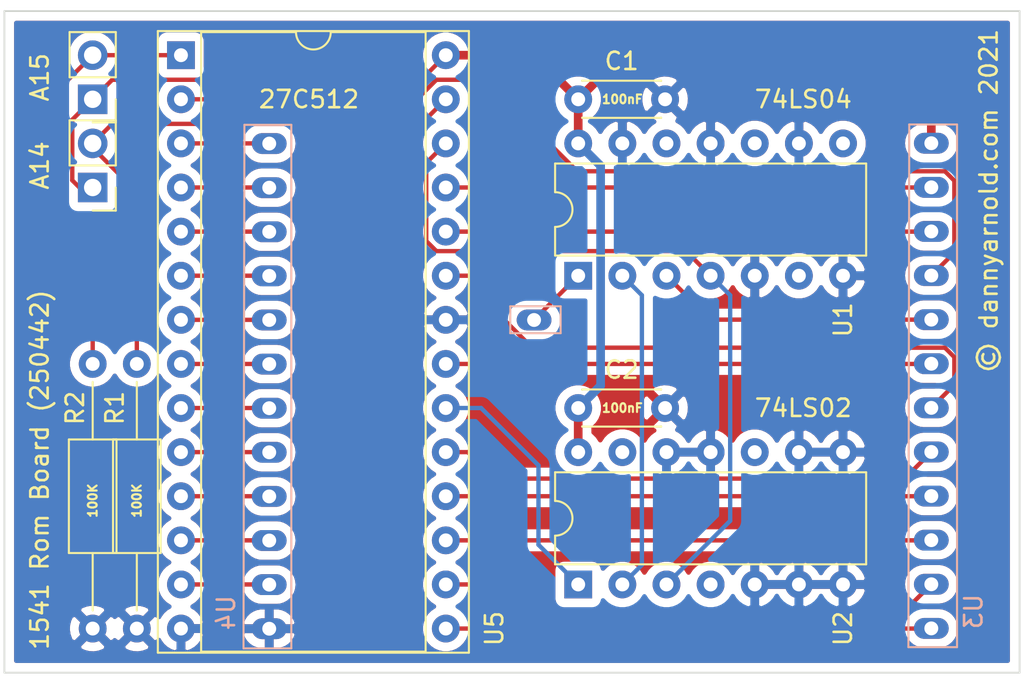
<source format=kicad_pcb>
(kicad_pcb (version 20171130) (host pcbnew "(5.1.9)-1")

  (general
    (thickness 1.6)
    (drawings 13)
    (tracks 106)
    (zones 0)
    (modules 11)
    (nets 38)
  )

  (page A4)
  (layers
    (0 F.Cu signal)
    (31 B.Cu signal)
    (32 B.Adhes user)
    (33 F.Adhes user)
    (34 B.Paste user)
    (35 F.Paste user)
    (36 B.SilkS user)
    (37 F.SilkS user)
    (38 B.Mask user)
    (39 F.Mask user)
    (40 Dwgs.User user)
    (41 Cmts.User user)
    (42 Eco1.User user)
    (43 Eco2.User user)
    (44 Edge.Cuts user)
    (45 Margin user)
    (46 B.CrtYd user)
    (47 F.CrtYd user)
    (48 B.Fab user)
    (49 F.Fab user)
  )

  (setup
    (last_trace_width 0.25)
    (trace_clearance 0.2)
    (zone_clearance 0.508)
    (zone_45_only no)
    (trace_min 0.2)
    (via_size 0.8)
    (via_drill 0.4)
    (via_min_size 0.4)
    (via_min_drill 0.3)
    (uvia_size 0.3)
    (uvia_drill 0.1)
    (uvias_allowed no)
    (uvia_min_size 0.2)
    (uvia_min_drill 0.1)
    (edge_width 0.05)
    (segment_width 0.2)
    (pcb_text_width 0.3)
    (pcb_text_size 1.5 1.5)
    (mod_edge_width 0.12)
    (mod_text_size 1 1)
    (mod_text_width 0.15)
    (pad_size 1.524 1.524)
    (pad_drill 0.762)
    (pad_to_mask_clearance 0)
    (aux_axis_origin 0 0)
    (grid_origin 83.12912 99.06254)
    (visible_elements 7FFFFFFF)
    (pcbplotparams
      (layerselection 0x010fc_ffffffff)
      (usegerberextensions false)
      (usegerberattributes true)
      (usegerberadvancedattributes true)
      (creategerberjobfile true)
      (excludeedgelayer true)
      (linewidth 0.100000)
      (plotframeref false)
      (viasonmask false)
      (mode 1)
      (useauxorigin false)
      (hpglpennumber 1)
      (hpglpenspeed 20)
      (hpglpendiameter 15.000000)
      (psnegative false)
      (psa4output false)
      (plotreference true)
      (plotvalue true)
      (plotinvisibletext false)
      (padsonsilk false)
      (subtractmaskfromsilk false)
      (outputformat 1)
      (mirror false)
      (drillshape 0)
      (scaleselection 1)
      (outputdirectory "Gerber/"))
  )

  (net 0 "")
  (net 1 GND)
  (net 2 VCC)
  (net 3 "Net-(J1-Pad2)")
  (net 4 "Net-(J2-Pad2)")
  (net 5 "Net-(U1-Pad6)")
  (net 6 "Net-(U1-Pad12)")
  (net 7 "Net-(U1-Pad4)")
  (net 8 "Net-(U1-Pad10)")
  (net 9 "Net-(U1-Pad3)")
  (net 10 "Net-(U1-Pad2)")
  (net 11 "Net-(U1-Pad8)")
  (net 12 "Net-(U1-Pad1)")
  (net 13 "Net-(U2-Pad13)")
  (net 14 "Net-(U2-Pad4)")
  (net 15 "Net-(U2-Pad10)")
  (net 16 "Net-(U2-Pad1)")
  (net 17 /A8)
  (net 18 /A9)
  (net 19 /A12)
  (net 20 /A10)
  (net 21 /A11)
  (net 22 /D7)
  (net 23 /D6)
  (net 24 /D5)
  (net 25 /D4)
  (net 26 /D3)
  (net 27 /D2)
  (net 28 /D0)
  (net 29 /A0)
  (net 30 /A1)
  (net 31 /A2)
  (net 32 /A3)
  (net 33 /A4)
  (net 34 /A5)
  (net 35 /A6)
  (net 36 /A7)
  (net 37 /D1)

  (net_class Default "This is the default net class."
    (clearance 0.2)
    (trace_width 0.25)
    (via_dia 0.8)
    (via_drill 0.4)
    (uvia_dia 0.3)
    (uvia_drill 0.1)
    (add_net /A0)
    (add_net /A1)
    (add_net /A10)
    (add_net /A11)
    (add_net /A12)
    (add_net /A2)
    (add_net /A3)
    (add_net /A4)
    (add_net /A5)
    (add_net /A6)
    (add_net /A7)
    (add_net /A8)
    (add_net /A9)
    (add_net /D0)
    (add_net /D1)
    (add_net /D2)
    (add_net /D3)
    (add_net /D4)
    (add_net /D5)
    (add_net /D6)
    (add_net /D7)
    (add_net GND)
    (add_net "Net-(J1-Pad2)")
    (add_net "Net-(J2-Pad2)")
    (add_net "Net-(U1-Pad1)")
    (add_net "Net-(U1-Pad10)")
    (add_net "Net-(U1-Pad12)")
    (add_net "Net-(U1-Pad2)")
    (add_net "Net-(U1-Pad3)")
    (add_net "Net-(U1-Pad4)")
    (add_net "Net-(U1-Pad6)")
    (add_net "Net-(U1-Pad8)")
    (add_net "Net-(U2-Pad1)")
    (add_net "Net-(U2-Pad10)")
    (add_net "Net-(U2-Pad13)")
    (add_net "Net-(U2-Pad4)")
  )

  (net_class Power ""
    (clearance 0.2)
    (trace_width 0.5)
    (via_dia 0.8)
    (via_drill 0.4)
    (uvia_dia 0.3)
    (uvia_drill 0.1)
    (add_net VCC)
  )

  (module Capacitor_THT:C_Disc_D4.3mm_W1.9mm_P5.00mm (layer F.Cu) (tedit 5AE50EF0) (tstamp 60F7C3E3)
    (at 116.14912 83.82254)
    (descr "C, Disc series, Radial, pin pitch=5.00mm, , diameter*width=4.3*1.9mm^2, Capacitor, http://www.vishay.com/docs/45233/krseries.pdf")
    (tags "C Disc series Radial pin pitch 5.00mm  diameter 4.3mm width 1.9mm Capacitor")
    (path /6107D873)
    (fp_text reference C2 (at 2.5 -2.2) (layer F.SilkS)
      (effects (font (size 1 1) (thickness 0.15)))
    )
    (fp_text value 10uF (at 2.5 2.2) (layer F.Fab)
      (effects (font (size 1 1) (thickness 0.15)))
    )
    (fp_line (start 6.05 -1.2) (end -1.05 -1.2) (layer F.CrtYd) (width 0.05))
    (fp_line (start 6.05 1.2) (end 6.05 -1.2) (layer F.CrtYd) (width 0.05))
    (fp_line (start -1.05 1.2) (end 6.05 1.2) (layer F.CrtYd) (width 0.05))
    (fp_line (start -1.05 -1.2) (end -1.05 1.2) (layer F.CrtYd) (width 0.05))
    (fp_line (start 4.77 1.055) (end 4.77 1.07) (layer F.SilkS) (width 0.12))
    (fp_line (start 4.77 -1.07) (end 4.77 -1.055) (layer F.SilkS) (width 0.12))
    (fp_line (start 0.23 1.055) (end 0.23 1.07) (layer F.SilkS) (width 0.12))
    (fp_line (start 0.23 -1.07) (end 0.23 -1.055) (layer F.SilkS) (width 0.12))
    (fp_line (start 0.23 1.07) (end 4.77 1.07) (layer F.SilkS) (width 0.12))
    (fp_line (start 0.23 -1.07) (end 4.77 -1.07) (layer F.SilkS) (width 0.12))
    (fp_line (start 4.65 -0.95) (end 0.35 -0.95) (layer F.Fab) (width 0.1))
    (fp_line (start 4.65 0.95) (end 4.65 -0.95) (layer F.Fab) (width 0.1))
    (fp_line (start 0.35 0.95) (end 4.65 0.95) (layer F.Fab) (width 0.1))
    (fp_line (start 0.35 -0.95) (end 0.35 0.95) (layer F.Fab) (width 0.1))
    (fp_text user %R (at 2.5 0) (layer F.Fab)
      (effects (font (size 0.86 0.86) (thickness 0.129)))
    )
    (pad 2 thru_hole circle (at 5 0) (size 1.6 1.6) (drill 0.8) (layers *.Cu *.Mask)
      (net 1 GND))
    (pad 1 thru_hole circle (at 0 0) (size 1.6 1.6) (drill 0.8) (layers *.Cu *.Mask)
      (net 2 VCC))
    (model ${KISYS3DMOD}/Capacitor_THT.3dshapes/C_Disc_D4.3mm_W1.9mm_P5.00mm.wrl
      (at (xyz 0 0 0))
      (scale (xyz 1 1 1))
      (rotate (xyz 0 0 0))
    )
  )

  (module Capacitor_THT:C_Disc_D4.3mm_W1.9mm_P5.00mm (layer F.Cu) (tedit 5AE50EF0) (tstamp 60F7D4FF)
    (at 116.14912 66.04254)
    (descr "C, Disc series, Radial, pin pitch=5.00mm, , diameter*width=4.3*1.9mm^2, Capacitor, http://www.vishay.com/docs/45233/krseries.pdf")
    (tags "C Disc series Radial pin pitch 5.00mm  diameter 4.3mm width 1.9mm Capacitor")
    (path /6107B5B0)
    (fp_text reference C1 (at 2.5 -2.2) (layer F.SilkS)
      (effects (font (size 1 1) (thickness 0.15)))
    )
    (fp_text value 10uF (at 2.5 2.2) (layer F.Fab)
      (effects (font (size 1 1) (thickness 0.15)))
    )
    (fp_line (start 6.05 -1.2) (end -1.05 -1.2) (layer F.CrtYd) (width 0.05))
    (fp_line (start 6.05 1.2) (end 6.05 -1.2) (layer F.CrtYd) (width 0.05))
    (fp_line (start -1.05 1.2) (end 6.05 1.2) (layer F.CrtYd) (width 0.05))
    (fp_line (start -1.05 -1.2) (end -1.05 1.2) (layer F.CrtYd) (width 0.05))
    (fp_line (start 4.77 1.055) (end 4.77 1.07) (layer F.SilkS) (width 0.12))
    (fp_line (start 4.77 -1.07) (end 4.77 -1.055) (layer F.SilkS) (width 0.12))
    (fp_line (start 0.23 1.055) (end 0.23 1.07) (layer F.SilkS) (width 0.12))
    (fp_line (start 0.23 -1.07) (end 0.23 -1.055) (layer F.SilkS) (width 0.12))
    (fp_line (start 0.23 1.07) (end 4.77 1.07) (layer F.SilkS) (width 0.12))
    (fp_line (start 0.23 -1.07) (end 4.77 -1.07) (layer F.SilkS) (width 0.12))
    (fp_line (start 4.65 -0.95) (end 0.35 -0.95) (layer F.Fab) (width 0.1))
    (fp_line (start 4.65 0.95) (end 4.65 -0.95) (layer F.Fab) (width 0.1))
    (fp_line (start 0.35 0.95) (end 4.65 0.95) (layer F.Fab) (width 0.1))
    (fp_line (start 0.35 -0.95) (end 0.35 0.95) (layer F.Fab) (width 0.1))
    (fp_text user %R (at 2.5 0) (layer F.Fab)
      (effects (font (size 0.86 0.86) (thickness 0.129)))
    )
    (pad 2 thru_hole circle (at 5 0) (size 1.6 1.6) (drill 0.8) (layers *.Cu *.Mask)
      (net 1 GND))
    (pad 1 thru_hole circle (at 0 0) (size 1.6 1.6) (drill 0.8) (layers *.Cu *.Mask)
      (net 2 VCC))
    (model ${KISYS3DMOD}/Capacitor_THT.3dshapes/C_Disc_D4.3mm_W1.9mm_P5.00mm.wrl
      (at (xyz 0 0 0))
      (scale (xyz 1 1 1))
      (rotate (xyz 0 0 0))
    )
  )

  (module Package_DIP:DIP-28_W15.24mm_Socket (layer F.Cu) (tedit 5A02E8C5) (tstamp 60F7BC61)
    (at 93.28912 63.50254)
    (descr "28-lead though-hole mounted DIP package, row spacing 15.24 mm (600 mils), Socket")
    (tags "THT DIP DIL PDIP 2.54mm 15.24mm 600mil Socket")
    (path /60F55435)
    (fp_text reference U5 (at 18.034 33.02 90) (layer F.SilkS)
      (effects (font (size 1 1) (thickness 0.15)))
    )
    (fp_text value 27C512 (at 10.668 33.528) (layer F.Fab)
      (effects (font (size 1 1) (thickness 0.15)))
    )
    (fp_line (start 16.8 -1.6) (end -1.55 -1.6) (layer F.CrtYd) (width 0.05))
    (fp_line (start 16.8 34.65) (end 16.8 -1.6) (layer F.CrtYd) (width 0.05))
    (fp_line (start -1.55 34.65) (end 16.8 34.65) (layer F.CrtYd) (width 0.05))
    (fp_line (start -1.55 -1.6) (end -1.55 34.65) (layer F.CrtYd) (width 0.05))
    (fp_line (start 16.57 -1.39) (end -1.33 -1.39) (layer F.SilkS) (width 0.12))
    (fp_line (start 16.57 34.41) (end 16.57 -1.39) (layer F.SilkS) (width 0.12))
    (fp_line (start -1.33 34.41) (end 16.57 34.41) (layer F.SilkS) (width 0.12))
    (fp_line (start -1.33 -1.39) (end -1.33 34.41) (layer F.SilkS) (width 0.12))
    (fp_line (start 14.08 -1.33) (end 8.62 -1.33) (layer F.SilkS) (width 0.12))
    (fp_line (start 14.08 34.35) (end 14.08 -1.33) (layer F.SilkS) (width 0.12))
    (fp_line (start 1.16 34.35) (end 14.08 34.35) (layer F.SilkS) (width 0.12))
    (fp_line (start 1.16 -1.33) (end 1.16 34.35) (layer F.SilkS) (width 0.12))
    (fp_line (start 6.62 -1.33) (end 1.16 -1.33) (layer F.SilkS) (width 0.12))
    (fp_line (start 16.51 -1.33) (end -1.27 -1.33) (layer F.Fab) (width 0.1))
    (fp_line (start 16.51 34.35) (end 16.51 -1.33) (layer F.Fab) (width 0.1))
    (fp_line (start -1.27 34.35) (end 16.51 34.35) (layer F.Fab) (width 0.1))
    (fp_line (start -1.27 -1.33) (end -1.27 34.35) (layer F.Fab) (width 0.1))
    (fp_line (start 0.255 -0.27) (end 1.255 -1.27) (layer F.Fab) (width 0.1))
    (fp_line (start 0.255 34.29) (end 0.255 -0.27) (layer F.Fab) (width 0.1))
    (fp_line (start 14.985 34.29) (end 0.255 34.29) (layer F.Fab) (width 0.1))
    (fp_line (start 14.985 -1.27) (end 14.985 34.29) (layer F.Fab) (width 0.1))
    (fp_line (start 1.255 -1.27) (end 14.985 -1.27) (layer F.Fab) (width 0.1))
    (fp_text user %R (at 7.62 16.51) (layer F.Fab)
      (effects (font (size 1 1) (thickness 0.15)))
    )
    (fp_arc (start 7.62 -1.33) (end 6.62 -1.33) (angle -180) (layer F.SilkS) (width 0.12))
    (pad 28 thru_hole oval (at 15.24 0) (size 1.6 1.6) (drill 0.8) (layers *.Cu *.Mask)
      (net 2 VCC))
    (pad 14 thru_hole oval (at 0 33.02) (size 1.6 1.6) (drill 0.8) (layers *.Cu *.Mask)
      (net 1 GND))
    (pad 27 thru_hole oval (at 15.24 2.54) (size 1.6 1.6) (drill 0.8) (layers *.Cu *.Mask)
      (net 3 "Net-(J1-Pad2)"))
    (pad 13 thru_hole oval (at 0 30.48) (size 1.6 1.6) (drill 0.8) (layers *.Cu *.Mask)
      (net 27 /D2))
    (pad 26 thru_hole oval (at 15.24 5.08) (size 1.6 1.6) (drill 0.8) (layers *.Cu *.Mask)
      (net 7 "Net-(U1-Pad4)"))
    (pad 12 thru_hole oval (at 0 27.94) (size 1.6 1.6) (drill 0.8) (layers *.Cu *.Mask)
      (net 37 /D1))
    (pad 25 thru_hole oval (at 15.24 7.62) (size 1.6 1.6) (drill 0.8) (layers *.Cu *.Mask)
      (net 17 /A8))
    (pad 11 thru_hole oval (at 0 25.4) (size 1.6 1.6) (drill 0.8) (layers *.Cu *.Mask)
      (net 28 /D0))
    (pad 24 thru_hole oval (at 15.24 10.16) (size 1.6 1.6) (drill 0.8) (layers *.Cu *.Mask)
      (net 18 /A9))
    (pad 10 thru_hole oval (at 0 22.86) (size 1.6 1.6) (drill 0.8) (layers *.Cu *.Mask)
      (net 29 /A0))
    (pad 23 thru_hole oval (at 15.24 12.7) (size 1.6 1.6) (drill 0.8) (layers *.Cu *.Mask)
      (net 21 /A11))
    (pad 9 thru_hole oval (at 0 20.32) (size 1.6 1.6) (drill 0.8) (layers *.Cu *.Mask)
      (net 30 /A1))
    (pad 22 thru_hole oval (at 15.24 15.24) (size 1.6 1.6) (drill 0.8) (layers *.Cu *.Mask)
      (net 1 GND))
    (pad 8 thru_hole oval (at 0 17.78) (size 1.6 1.6) (drill 0.8) (layers *.Cu *.Mask)
      (net 31 /A2))
    (pad 21 thru_hole oval (at 15.24 17.78) (size 1.6 1.6) (drill 0.8) (layers *.Cu *.Mask)
      (net 20 /A10))
    (pad 7 thru_hole oval (at 0 15.24) (size 1.6 1.6) (drill 0.8) (layers *.Cu *.Mask)
      (net 32 /A3))
    (pad 20 thru_hole oval (at 15.24 20.32) (size 1.6 1.6) (drill 0.8) (layers *.Cu *.Mask)
      (net 16 "Net-(U2-Pad1)"))
    (pad 6 thru_hole oval (at 0 12.7) (size 1.6 1.6) (drill 0.8) (layers *.Cu *.Mask)
      (net 33 /A4))
    (pad 19 thru_hole oval (at 15.24 22.86) (size 1.6 1.6) (drill 0.8) (layers *.Cu *.Mask)
      (net 22 /D7))
    (pad 5 thru_hole oval (at 0 10.16) (size 1.6 1.6) (drill 0.8) (layers *.Cu *.Mask)
      (net 34 /A5))
    (pad 18 thru_hole oval (at 15.24 25.4) (size 1.6 1.6) (drill 0.8) (layers *.Cu *.Mask)
      (net 23 /D6))
    (pad 4 thru_hole oval (at 0 7.62) (size 1.6 1.6) (drill 0.8) (layers *.Cu *.Mask)
      (net 35 /A6))
    (pad 17 thru_hole oval (at 15.24 27.94) (size 1.6 1.6) (drill 0.8) (layers *.Cu *.Mask)
      (net 24 /D5))
    (pad 3 thru_hole oval (at 0 5.08) (size 1.6 1.6) (drill 0.8) (layers *.Cu *.Mask)
      (net 36 /A7))
    (pad 16 thru_hole oval (at 15.24 30.48) (size 1.6 1.6) (drill 0.8) (layers *.Cu *.Mask)
      (net 25 /D4))
    (pad 2 thru_hole oval (at 0 2.54) (size 1.6 1.6) (drill 0.8) (layers *.Cu *.Mask)
      (net 19 /A12))
    (pad 15 thru_hole oval (at 15.24 33.02) (size 1.6 1.6) (drill 0.8) (layers *.Cu *.Mask)
      (net 26 /D3))
    (pad 1 thru_hole rect (at 0 0) (size 1.6 1.6) (drill 0.8) (layers *.Cu *.Mask)
      (net 4 "Net-(J2-Pad2)"))
    (model ${KISYS3DMOD}/Package_DIP.3dshapes/DIP-28_W15.24mm_Socket.wrl
      (at (xyz 0 0 0))
      (scale (xyz 1 1 1))
      (rotate (xyz 0 0 0))
    )
  )

  (module romboard:2364L (layer F.Cu) (tedit 60F66244) (tstamp 60F7AC21)
    (at 105.98912 82.56254 270)
    (path /60F5C523)
    (fp_text reference U4 (at 13.05 10.1 270) (layer B.SilkS)
      (effects (font (size 1 1) (thickness 0.15)) (justify mirror))
    )
    (fp_text value 2364L (at 0 0 90) (layer F.Fab)
      (effects (font (size 1 1) (thickness 0.15)))
    )
    (fp_line (start -14.82 8.87) (end -14.82 -8.87) (layer F.CrtYd) (width 0.05))
    (fp_line (start 14.82 8.87) (end -14.82 8.87) (layer F.CrtYd) (width 0.05))
    (fp_line (start 14.82 -8.87) (end 14.82 8.87) (layer F.CrtYd) (width 0.05))
    (fp_line (start -14.82 -8.87) (end 14.82 -8.87) (layer F.CrtYd) (width 0.05))
    (fp_line (start -15.05 6.35) (end 15.1 6.35) (layer B.SilkS) (width 0.12))
    (fp_line (start 15.1 6.35) (end 15.1 9.1) (layer B.SilkS) (width 0.12))
    (fp_line (start 15.1 9.1) (end -15.05 9.05) (layer B.SilkS) (width 0.12))
    (fp_line (start -15.05 9.05) (end -15.05 6.35) (layer B.SilkS) (width 0.12))
    (fp_line (start -3.05 -9.15) (end -3.05 -6.25) (layer B.SilkS) (width 0.12))
    (fp_line (start -4.6 -9.15) (end -4.6 -6.25) (layer B.SilkS) (width 0.12))
    (fp_line (start -4.6 -6.25) (end -3.05 -6.25) (layer B.SilkS) (width 0.12))
    (fp_line (start -4.6 -9.15) (end -3.05 -9.15) (layer B.SilkS) (width 0.12))
    (pad 12 thru_hole oval (at 13.97 7.62 270) (size 1.2 2) (drill 0.8) (layers *.Cu *.Mask)
      (net 1 GND))
    (pad 11 thru_hole oval (at 11.43 7.62 270) (size 1.2 2) (drill 0.8) (layers *.Cu *.Mask)
      (net 27 /D2))
    (pad 10 thru_hole oval (at 8.89 7.62 270) (size 1.2 2) (drill 0.8) (layers *.Cu *.Mask)
      (net 37 /D1))
    (pad 9 thru_hole oval (at 6.35 7.62 270) (size 1.2 2) (drill 0.8) (layers *.Cu *.Mask)
      (net 28 /D0))
    (pad 8 thru_hole oval (at 3.81 7.62 270) (size 1.2 2) (drill 0.8) (layers *.Cu *.Mask)
      (net 29 /A0))
    (pad 7 thru_hole oval (at 1.27 7.62 270) (size 1.2 2) (drill 0.8) (layers *.Cu *.Mask)
      (net 30 /A1))
    (pad 6 thru_hole oval (at -1.27 7.62 270) (size 1.2 2) (drill 0.8) (layers *.Cu *.Mask)
      (net 31 /A2))
    (pad 5 thru_hole oval (at -3.81 7.62 270) (size 1.2 2) (drill 0.8) (layers *.Cu *.Mask)
      (net 32 /A3))
    (pad 20 thru_hole oval (at -3.81 -7.62 270) (size 1.2 2) (drill 0.8) (layers *.Cu *.Mask)
      (net 12 "Net-(U1-Pad1)"))
    (pad 4 thru_hole oval (at -6.35 7.62 270) (size 1.2 2) (drill 0.8) (layers *.Cu *.Mask)
      (net 33 /A4))
    (pad 3 thru_hole oval (at -8.89 7.62 270) (size 1.2 2) (drill 0.8) (layers *.Cu *.Mask)
      (net 34 /A5))
    (pad 2 thru_hole oval (at -11.43 7.62 270) (size 1.2 2) (drill 0.8) (layers *.Cu *.Mask)
      (net 35 /A6))
    (pad 1 thru_hole oval (at -13.97 7.62 270) (size 1.2 2) (drill 0.8) (layers *.Cu *.Mask)
      (net 36 /A7))
  )

  (module romboard:2364H (layer F.Cu) (tedit 60F6621F) (tstamp 60F7AC04)
    (at 128.84912 82.54254 270)
    (path /60F5D50F)
    (fp_text reference U3 (at 13 -10.05 270) (layer B.SilkS)
      (effects (font (size 1 1) (thickness 0.15)) (justify mirror))
    )
    (fp_text value 2364H (at 0 0 90) (layer F.Fab)
      (effects (font (size 1 1) (thickness 0.15)))
    )
    (fp_line (start -14.82 8.87) (end -14.82 -8.87) (layer F.CrtYd) (width 0.05))
    (fp_line (start 14.82 8.87) (end -14.82 8.87) (layer F.CrtYd) (width 0.05))
    (fp_line (start 14.82 -8.87) (end 14.82 8.87) (layer F.CrtYd) (width 0.05))
    (fp_line (start -14.82 -8.87) (end 14.82 -8.87) (layer F.CrtYd) (width 0.05))
    (fp_line (start -15.05 -9.1) (end 15.05 -9.1) (layer B.SilkS) (width 0.12))
    (fp_line (start 15.05 -9.1) (end 15.05 -6.3) (layer B.SilkS) (width 0.12))
    (fp_line (start 15.05 -6.3) (end -15.05 -6.35) (layer B.SilkS) (width 0.12))
    (fp_line (start -15.05 -6.35) (end -15.05 -9.1) (layer B.SilkS) (width 0.12))
    (pad 13 thru_hole oval (at 13.97 -7.62 270) (size 1.2 2) (drill 0.8) (layers *.Cu *.Mask)
      (net 26 /D3))
    (pad 14 thru_hole oval (at 11.43 -7.62 270) (size 1.2 2) (drill 0.8) (layers *.Cu *.Mask)
      (net 25 /D4))
    (pad 15 thru_hole oval (at 8.89 -7.62 270) (size 1.2 2) (drill 0.8) (layers *.Cu *.Mask)
      (net 24 /D5))
    (pad 16 thru_hole oval (at 6.35 -7.62 270) (size 1.2 2) (drill 0.8) (layers *.Cu *.Mask)
      (net 23 /D6))
    (pad 17 thru_hole oval (at 3.81 -7.62 270) (size 1.2 2) (drill 0.8) (layers *.Cu *.Mask)
      (net 22 /D7))
    (pad 18 thru_hole oval (at 1.27 -7.62 270) (size 1.2 2) (drill 0.8) (layers *.Cu *.Mask)
      (net 21 /A11))
    (pad 19 thru_hole oval (at -1.27 -7.62 270) (size 1.2 2) (drill 0.8) (layers *.Cu *.Mask)
      (net 20 /A10))
    (pad 20 thru_hole oval (at -3.81 -7.62 270) (size 1.2 2) (drill 0.8) (layers *.Cu *.Mask)
      (net 9 "Net-(U1-Pad3)"))
    (pad 21 thru_hole oval (at -6.35 -7.62 270) (size 1.2 2) (drill 0.8) (layers *.Cu *.Mask)
      (net 19 /A12))
    (pad 22 thru_hole oval (at -8.89 -7.62 270) (size 1.2 2) (drill 0.8) (layers *.Cu *.Mask)
      (net 18 /A9))
    (pad 23 thru_hole oval (at -11.43 -7.62 270) (size 1.2 2) (drill 0.8) (layers *.Cu *.Mask)
      (net 17 /A8))
    (pad 24 thru_hole oval (at -13.97 -7.62 270) (size 1.2 2) (drill 0.8) (layers *.Cu *.Mask)
      (net 2 VCC))
  )

  (module Package_DIP:DIP-14_W7.62mm (layer F.Cu) (tedit 5A02E8C5) (tstamp 60F6DE68)
    (at 116.14912 93.98254 90)
    (descr "14-lead though-hole mounted DIP package, row spacing 7.62 mm (300 mils)")
    (tags "THT DIP DIL PDIP 2.54mm 7.62mm 300mil")
    (path /60F60FB9)
    (fp_text reference U2 (at -2.54 15.24 270) (layer F.SilkS)
      (effects (font (size 1 1) (thickness 0.15)))
    )
    (fp_text value 74LS02 (at 3.81 17.57 90) (layer F.Fab)
      (effects (font (size 1 1) (thickness 0.15)))
    )
    (fp_line (start 1.635 -1.27) (end 6.985 -1.27) (layer F.Fab) (width 0.1))
    (fp_line (start 6.985 -1.27) (end 6.985 16.51) (layer F.Fab) (width 0.1))
    (fp_line (start 6.985 16.51) (end 0.635 16.51) (layer F.Fab) (width 0.1))
    (fp_line (start 0.635 16.51) (end 0.635 -0.27) (layer F.Fab) (width 0.1))
    (fp_line (start 0.635 -0.27) (end 1.635 -1.27) (layer F.Fab) (width 0.1))
    (fp_line (start 2.81 -1.33) (end 1.16 -1.33) (layer F.SilkS) (width 0.12))
    (fp_line (start 1.16 -1.33) (end 1.16 16.57) (layer F.SilkS) (width 0.12))
    (fp_line (start 1.16 16.57) (end 6.46 16.57) (layer F.SilkS) (width 0.12))
    (fp_line (start 6.46 16.57) (end 6.46 -1.33) (layer F.SilkS) (width 0.12))
    (fp_line (start 6.46 -1.33) (end 4.81 -1.33) (layer F.SilkS) (width 0.12))
    (fp_line (start -1.1 -1.55) (end -1.1 16.8) (layer F.CrtYd) (width 0.05))
    (fp_line (start -1.1 16.8) (end 8.7 16.8) (layer F.CrtYd) (width 0.05))
    (fp_line (start 8.7 16.8) (end 8.7 -1.55) (layer F.CrtYd) (width 0.05))
    (fp_line (start 8.7 -1.55) (end -1.1 -1.55) (layer F.CrtYd) (width 0.05))
    (fp_text user %R (at 3.81 7.62 90) (layer F.Fab)
      (effects (font (size 1 1) (thickness 0.15)))
    )
    (fp_arc (start 3.81 -1.33) (end 2.81 -1.33) (angle -180) (layer F.SilkS) (width 0.12))
    (pad 14 thru_hole oval (at 7.62 0 90) (size 1.6 1.6) (drill 0.8) (layers *.Cu *.Mask)
      (net 2 VCC))
    (pad 7 thru_hole oval (at 0 15.24 90) (size 1.6 1.6) (drill 0.8) (layers *.Cu *.Mask)
      (net 1 GND))
    (pad 13 thru_hole oval (at 7.62 2.54 90) (size 1.6 1.6) (drill 0.8) (layers *.Cu *.Mask)
      (net 13 "Net-(U2-Pad13)"))
    (pad 6 thru_hole oval (at 0 12.7 90) (size 1.6 1.6) (drill 0.8) (layers *.Cu *.Mask)
      (net 1 GND))
    (pad 12 thru_hole oval (at 7.62 5.08 90) (size 1.6 1.6) (drill 0.8) (layers *.Cu *.Mask)
      (net 1 GND))
    (pad 5 thru_hole oval (at 0 10.16 90) (size 1.6 1.6) (drill 0.8) (layers *.Cu *.Mask)
      (net 1 GND))
    (pad 11 thru_hole oval (at 7.62 7.62 90) (size 1.6 1.6) (drill 0.8) (layers *.Cu *.Mask)
      (net 1 GND))
    (pad 4 thru_hole oval (at 0 7.62 90) (size 1.6 1.6) (drill 0.8) (layers *.Cu *.Mask)
      (net 14 "Net-(U2-Pad4)"))
    (pad 10 thru_hole oval (at 7.62 10.16 90) (size 1.6 1.6) (drill 0.8) (layers *.Cu *.Mask)
      (net 15 "Net-(U2-Pad10)"))
    (pad 3 thru_hole oval (at 0 5.08 90) (size 1.6 1.6) (drill 0.8) (layers *.Cu *.Mask)
      (net 7 "Net-(U1-Pad4)"))
    (pad 9 thru_hole oval (at 7.62 12.7 90) (size 1.6 1.6) (drill 0.8) (layers *.Cu *.Mask)
      (net 1 GND))
    (pad 2 thru_hole oval (at 0 2.54 90) (size 1.6 1.6) (drill 0.8) (layers *.Cu *.Mask)
      (net 10 "Net-(U1-Pad2)"))
    (pad 8 thru_hole oval (at 7.62 15.24 90) (size 1.6 1.6) (drill 0.8) (layers *.Cu *.Mask)
      (net 1 GND))
    (pad 1 thru_hole rect (at 0 0 90) (size 1.6 1.6) (drill 0.8) (layers *.Cu *.Mask)
      (net 16 "Net-(U2-Pad1)"))
    (model ${KISYS3DMOD}/Package_DIP.3dshapes/DIP-14_W7.62mm.wrl
      (at (xyz 0 0 0))
      (scale (xyz 1 1 1))
      (rotate (xyz 0 0 0))
    )
  )

  (module Package_DIP:DIP-14_W7.62mm (layer F.Cu) (tedit 5A02E8C5) (tstamp 60F6DE46)
    (at 116.14912 76.20254 90)
    (descr "14-lead though-hole mounted DIP package, row spacing 7.62 mm (300 mils)")
    (tags "THT DIP DIL PDIP 2.54mm 7.62mm 300mil")
    (path /60F6CD40)
    (fp_text reference U1 (at -2.54 15.24 270) (layer F.SilkS)
      (effects (font (size 1 1) (thickness 0.15)))
    )
    (fp_text value 74LS04 (at 3.81 17.57 90) (layer F.Fab)
      (effects (font (size 1 1) (thickness 0.15)))
    )
    (fp_line (start 1.635 -1.27) (end 6.985 -1.27) (layer F.Fab) (width 0.1))
    (fp_line (start 6.985 -1.27) (end 6.985 16.51) (layer F.Fab) (width 0.1))
    (fp_line (start 6.985 16.51) (end 0.635 16.51) (layer F.Fab) (width 0.1))
    (fp_line (start 0.635 16.51) (end 0.635 -0.27) (layer F.Fab) (width 0.1))
    (fp_line (start 0.635 -0.27) (end 1.635 -1.27) (layer F.Fab) (width 0.1))
    (fp_line (start 2.81 -1.33) (end 1.16 -1.33) (layer F.SilkS) (width 0.12))
    (fp_line (start 1.16 -1.33) (end 1.16 16.57) (layer F.SilkS) (width 0.12))
    (fp_line (start 1.16 16.57) (end 6.46 16.57) (layer F.SilkS) (width 0.12))
    (fp_line (start 6.46 16.57) (end 6.46 -1.33) (layer F.SilkS) (width 0.12))
    (fp_line (start 6.46 -1.33) (end 4.81 -1.33) (layer F.SilkS) (width 0.12))
    (fp_line (start -1.1 -1.55) (end -1.1 16.8) (layer F.CrtYd) (width 0.05))
    (fp_line (start -1.1 16.8) (end 8.7 16.8) (layer F.CrtYd) (width 0.05))
    (fp_line (start 8.7 16.8) (end 8.7 -1.55) (layer F.CrtYd) (width 0.05))
    (fp_line (start 8.7 -1.55) (end -1.1 -1.55) (layer F.CrtYd) (width 0.05))
    (fp_text user %R (at 3.81 7.62 90) (layer F.Fab)
      (effects (font (size 1 1) (thickness 0.15)))
    )
    (fp_arc (start 3.81 -1.33) (end 2.81 -1.33) (angle -180) (layer F.SilkS) (width 0.12))
    (pad 14 thru_hole oval (at 7.62 0 90) (size 1.6 1.6) (drill 0.8) (layers *.Cu *.Mask)
      (net 2 VCC))
    (pad 7 thru_hole oval (at 0 15.24 90) (size 1.6 1.6) (drill 0.8) (layers *.Cu *.Mask)
      (net 1 GND))
    (pad 13 thru_hole oval (at 7.62 2.54 90) (size 1.6 1.6) (drill 0.8) (layers *.Cu *.Mask)
      (net 1 GND))
    (pad 6 thru_hole oval (at 0 12.7 90) (size 1.6 1.6) (drill 0.8) (layers *.Cu *.Mask)
      (net 5 "Net-(U1-Pad6)"))
    (pad 12 thru_hole oval (at 7.62 5.08 90) (size 1.6 1.6) (drill 0.8) (layers *.Cu *.Mask)
      (net 6 "Net-(U1-Pad12)"))
    (pad 5 thru_hole oval (at 0 10.16 90) (size 1.6 1.6) (drill 0.8) (layers *.Cu *.Mask)
      (net 1 GND))
    (pad 11 thru_hole oval (at 7.62 7.62 90) (size 1.6 1.6) (drill 0.8) (layers *.Cu *.Mask)
      (net 1 GND))
    (pad 4 thru_hole oval (at 0 7.62 90) (size 1.6 1.6) (drill 0.8) (layers *.Cu *.Mask)
      (net 7 "Net-(U1-Pad4)"))
    (pad 10 thru_hole oval (at 7.62 10.16 90) (size 1.6 1.6) (drill 0.8) (layers *.Cu *.Mask)
      (net 8 "Net-(U1-Pad10)"))
    (pad 3 thru_hole oval (at 0 5.08 90) (size 1.6 1.6) (drill 0.8) (layers *.Cu *.Mask)
      (net 9 "Net-(U1-Pad3)"))
    (pad 9 thru_hole oval (at 7.62 12.7 90) (size 1.6 1.6) (drill 0.8) (layers *.Cu *.Mask)
      (net 1 GND))
    (pad 2 thru_hole oval (at 0 2.54 90) (size 1.6 1.6) (drill 0.8) (layers *.Cu *.Mask)
      (net 10 "Net-(U1-Pad2)"))
    (pad 8 thru_hole oval (at 7.62 15.24 90) (size 1.6 1.6) (drill 0.8) (layers *.Cu *.Mask)
      (net 11 "Net-(U1-Pad8)"))
    (pad 1 thru_hole rect (at 0 0 90) (size 1.6 1.6) (drill 0.8) (layers *.Cu *.Mask)
      (net 12 "Net-(U1-Pad1)"))
    (model ${KISYS3DMOD}/Package_DIP.3dshapes/DIP-14_W7.62mm.wrl
      (at (xyz 0 0 0))
      (scale (xyz 1 1 1))
      (rotate (xyz 0 0 0))
    )
  )

  (module Resistor_THT:R_Axial_DIN0207_L6.3mm_D2.5mm_P15.24mm_Horizontal (layer F.Cu) (tedit 5AE5139B) (tstamp 60F6DE24)
    (at 88.20912 96.52254 90)
    (descr "Resistor, Axial_DIN0207 series, Axial, Horizontal, pin pitch=15.24mm, 0.25W = 1/4W, length*diameter=6.3*2.5mm^2, http://cdn-reichelt.de/documents/datenblatt/B400/1_4W%23YAG.pdf")
    (tags "Resistor Axial_DIN0207 series Axial Horizontal pin pitch 15.24mm 0.25W = 1/4W length 6.3mm diameter 2.5mm")
    (path /61066840)
    (fp_text reference R2 (at 12.7 -1.016 90) (layer F.SilkS)
      (effects (font (size 1 1) (thickness 0.15)))
    )
    (fp_text value 100K (at 7.62 2.37 90) (layer F.Fab)
      (effects (font (size 1 1) (thickness 0.15)))
    )
    (fp_line (start 4.47 -1.25) (end 4.47 1.25) (layer F.Fab) (width 0.1))
    (fp_line (start 4.47 1.25) (end 10.77 1.25) (layer F.Fab) (width 0.1))
    (fp_line (start 10.77 1.25) (end 10.77 -1.25) (layer F.Fab) (width 0.1))
    (fp_line (start 10.77 -1.25) (end 4.47 -1.25) (layer F.Fab) (width 0.1))
    (fp_line (start 0 0) (end 4.47 0) (layer F.Fab) (width 0.1))
    (fp_line (start 15.24 0) (end 10.77 0) (layer F.Fab) (width 0.1))
    (fp_line (start 4.35 -1.37) (end 4.35 1.37) (layer F.SilkS) (width 0.12))
    (fp_line (start 4.35 1.37) (end 10.89 1.37) (layer F.SilkS) (width 0.12))
    (fp_line (start 10.89 1.37) (end 10.89 -1.37) (layer F.SilkS) (width 0.12))
    (fp_line (start 10.89 -1.37) (end 4.35 -1.37) (layer F.SilkS) (width 0.12))
    (fp_line (start 1.04 0) (end 4.35 0) (layer F.SilkS) (width 0.12))
    (fp_line (start 14.2 0) (end 10.89 0) (layer F.SilkS) (width 0.12))
    (fp_line (start -1.05 -1.5) (end -1.05 1.5) (layer F.CrtYd) (width 0.05))
    (fp_line (start -1.05 1.5) (end 16.29 1.5) (layer F.CrtYd) (width 0.05))
    (fp_line (start 16.29 1.5) (end 16.29 -1.5) (layer F.CrtYd) (width 0.05))
    (fp_line (start 16.29 -1.5) (end -1.05 -1.5) (layer F.CrtYd) (width 0.05))
    (fp_text user %R (at 7.62 0 90) (layer F.Fab)
      (effects (font (size 1 1) (thickness 0.15)))
    )
    (pad 2 thru_hole oval (at 15.24 0 90) (size 1.6 1.6) (drill 0.8) (layers *.Cu *.Mask)
      (net 4 "Net-(J2-Pad2)"))
    (pad 1 thru_hole circle (at 0 0 90) (size 1.6 1.6) (drill 0.8) (layers *.Cu *.Mask)
      (net 1 GND))
    (model ${KISYS3DMOD}/Resistor_THT.3dshapes/R_Axial_DIN0207_L6.3mm_D2.5mm_P15.24mm_Horizontal.wrl
      (at (xyz 0 0 0))
      (scale (xyz 1 1 1))
      (rotate (xyz 0 0 0))
    )
  )

  (module Resistor_THT:R_Axial_DIN0207_L6.3mm_D2.5mm_P15.24mm_Horizontal (layer F.Cu) (tedit 5AE5139B) (tstamp 60F6DE0D)
    (at 90.74912 96.52254 90)
    (descr "Resistor, Axial_DIN0207 series, Axial, Horizontal, pin pitch=15.24mm, 0.25W = 1/4W, length*diameter=6.3*2.5mm^2, http://cdn-reichelt.de/documents/datenblatt/B400/1_4W%23YAG.pdf")
    (tags "Resistor Axial_DIN0207 series Axial Horizontal pin pitch 15.24mm 0.25W = 1/4W length 6.3mm diameter 2.5mm")
    (path /610620EA)
    (fp_text reference R1 (at 12.7 -1.27 90) (layer F.SilkS)
      (effects (font (size 1 1) (thickness 0.15)))
    )
    (fp_text value 100K (at 7.62 2.37 90) (layer F.Fab)
      (effects (font (size 1 1) (thickness 0.15)))
    )
    (fp_line (start 4.47 -1.25) (end 4.47 1.25) (layer F.Fab) (width 0.1))
    (fp_line (start 4.47 1.25) (end 10.77 1.25) (layer F.Fab) (width 0.1))
    (fp_line (start 10.77 1.25) (end 10.77 -1.25) (layer F.Fab) (width 0.1))
    (fp_line (start 10.77 -1.25) (end 4.47 -1.25) (layer F.Fab) (width 0.1))
    (fp_line (start 0 0) (end 4.47 0) (layer F.Fab) (width 0.1))
    (fp_line (start 15.24 0) (end 10.77 0) (layer F.Fab) (width 0.1))
    (fp_line (start 4.35 -1.37) (end 4.35 1.37) (layer F.SilkS) (width 0.12))
    (fp_line (start 4.35 1.37) (end 10.89 1.37) (layer F.SilkS) (width 0.12))
    (fp_line (start 10.89 1.37) (end 10.89 -1.37) (layer F.SilkS) (width 0.12))
    (fp_line (start 10.89 -1.37) (end 4.35 -1.37) (layer F.SilkS) (width 0.12))
    (fp_line (start 1.04 0) (end 4.35 0) (layer F.SilkS) (width 0.12))
    (fp_line (start 14.2 0) (end 10.89 0) (layer F.SilkS) (width 0.12))
    (fp_line (start -1.05 -1.5) (end -1.05 1.5) (layer F.CrtYd) (width 0.05))
    (fp_line (start -1.05 1.5) (end 16.29 1.5) (layer F.CrtYd) (width 0.05))
    (fp_line (start 16.29 1.5) (end 16.29 -1.5) (layer F.CrtYd) (width 0.05))
    (fp_line (start 16.29 -1.5) (end -1.05 -1.5) (layer F.CrtYd) (width 0.05))
    (fp_text user %R (at 7.62 0 90) (layer F.Fab)
      (effects (font (size 1 1) (thickness 0.15)))
    )
    (pad 2 thru_hole oval (at 15.24 0 90) (size 1.6 1.6) (drill 0.8) (layers *.Cu *.Mask)
      (net 3 "Net-(J1-Pad2)"))
    (pad 1 thru_hole circle (at 0 0 90) (size 1.6 1.6) (drill 0.8) (layers *.Cu *.Mask)
      (net 1 GND))
    (model ${KISYS3DMOD}/Resistor_THT.3dshapes/R_Axial_DIN0207_L6.3mm_D2.5mm_P15.24mm_Horizontal.wrl
      (at (xyz 0 0 0))
      (scale (xyz 1 1 1))
      (rotate (xyz 0 0 0))
    )
  )

  (module Connector_PinHeader_2.54mm:PinHeader_1x02_P2.54mm_Vertical (layer F.Cu) (tedit 59FED5CC) (tstamp 60F6DDF6)
    (at 88.20912 66.04254 180)
    (descr "Through hole straight pin header, 1x02, 2.54mm pitch, single row")
    (tags "Through hole pin header THT 1x02 2.54mm single row")
    (path /610CC162)
    (fp_text reference A15 (at 3.048 1.27 90) (layer F.SilkS)
      (effects (font (size 1 1) (thickness 0.15)))
    )
    (fp_text value B2 (at 0 4.87) (layer F.Fab)
      (effects (font (size 1 1) (thickness 0.15)))
    )
    (fp_line (start -0.635 -1.27) (end 1.27 -1.27) (layer F.Fab) (width 0.1))
    (fp_line (start 1.27 -1.27) (end 1.27 3.81) (layer F.Fab) (width 0.1))
    (fp_line (start 1.27 3.81) (end -1.27 3.81) (layer F.Fab) (width 0.1))
    (fp_line (start -1.27 3.81) (end -1.27 -0.635) (layer F.Fab) (width 0.1))
    (fp_line (start -1.27 -0.635) (end -0.635 -1.27) (layer F.Fab) (width 0.1))
    (fp_line (start -1.33 3.87) (end 1.33 3.87) (layer F.SilkS) (width 0.12))
    (fp_line (start -1.33 1.27) (end -1.33 3.87) (layer F.SilkS) (width 0.12))
    (fp_line (start 1.33 1.27) (end 1.33 3.87) (layer F.SilkS) (width 0.12))
    (fp_line (start -1.33 1.27) (end 1.33 1.27) (layer F.SilkS) (width 0.12))
    (fp_line (start -1.33 0) (end -1.33 -1.33) (layer F.SilkS) (width 0.12))
    (fp_line (start -1.33 -1.33) (end 0 -1.33) (layer F.SilkS) (width 0.12))
    (fp_line (start -1.8 -1.8) (end -1.8 4.35) (layer F.CrtYd) (width 0.05))
    (fp_line (start -1.8 4.35) (end 1.8 4.35) (layer F.CrtYd) (width 0.05))
    (fp_line (start 1.8 4.35) (end 1.8 -1.8) (layer F.CrtYd) (width 0.05))
    (fp_line (start 1.8 -1.8) (end -1.8 -1.8) (layer F.CrtYd) (width 0.05))
    (fp_text user %R (at 0 1.27 90) (layer F.Fab)
      (effects (font (size 1 1) (thickness 0.15)))
    )
    (pad 2 thru_hole oval (at 0 2.54 180) (size 1.7 1.7) (drill 1) (layers *.Cu *.Mask)
      (net 4 "Net-(J2-Pad2)"))
    (pad 1 thru_hole rect (at 0 0 180) (size 1.7 1.7) (drill 1) (layers *.Cu *.Mask)
      (net 2 VCC))
    (model ${KISYS3DMOD}/Connector_PinHeader_2.54mm.3dshapes/PinHeader_1x02_P2.54mm_Vertical.wrl
      (at (xyz 0 0 0))
      (scale (xyz 1 1 1))
      (rotate (xyz 0 0 0))
    )
  )

  (module Connector_PinHeader_2.54mm:PinHeader_1x02_P2.54mm_Vertical (layer F.Cu) (tedit 59FED5CC) (tstamp 60F6DDE0)
    (at 88.20912 71.12254 180)
    (descr "Through hole straight pin header, 1x02, 2.54mm pitch, single row")
    (tags "Through hole pin header THT 1x02 2.54mm single row")
    (path /610CE7B2)
    (fp_text reference A14 (at 3.048 1.27 90) (layer F.SilkS)
      (effects (font (size 1 1) (thickness 0.15)))
    )
    (fp_text value B1 (at 0 4.87) (layer F.Fab)
      (effects (font (size 1 1) (thickness 0.15)))
    )
    (fp_line (start -0.635 -1.27) (end 1.27 -1.27) (layer F.Fab) (width 0.1))
    (fp_line (start 1.27 -1.27) (end 1.27 3.81) (layer F.Fab) (width 0.1))
    (fp_line (start 1.27 3.81) (end -1.27 3.81) (layer F.Fab) (width 0.1))
    (fp_line (start -1.27 3.81) (end -1.27 -0.635) (layer F.Fab) (width 0.1))
    (fp_line (start -1.27 -0.635) (end -0.635 -1.27) (layer F.Fab) (width 0.1))
    (fp_line (start -1.33 3.87) (end 1.33 3.87) (layer F.SilkS) (width 0.12))
    (fp_line (start -1.33 1.27) (end -1.33 3.87) (layer F.SilkS) (width 0.12))
    (fp_line (start 1.33 1.27) (end 1.33 3.87) (layer F.SilkS) (width 0.12))
    (fp_line (start -1.33 1.27) (end 1.33 1.27) (layer F.SilkS) (width 0.12))
    (fp_line (start -1.33 0) (end -1.33 -1.33) (layer F.SilkS) (width 0.12))
    (fp_line (start -1.33 -1.33) (end 0 -1.33) (layer F.SilkS) (width 0.12))
    (fp_line (start -1.8 -1.8) (end -1.8 4.35) (layer F.CrtYd) (width 0.05))
    (fp_line (start -1.8 4.35) (end 1.8 4.35) (layer F.CrtYd) (width 0.05))
    (fp_line (start 1.8 4.35) (end 1.8 -1.8) (layer F.CrtYd) (width 0.05))
    (fp_line (start 1.8 -1.8) (end -1.8 -1.8) (layer F.CrtYd) (width 0.05))
    (fp_text user %R (at 0 1.27 90) (layer F.Fab)
      (effects (font (size 1 1) (thickness 0.15)))
    )
    (pad 2 thru_hole oval (at 0 2.54 180) (size 1.7 1.7) (drill 1) (layers *.Cu *.Mask)
      (net 3 "Net-(J1-Pad2)"))
    (pad 1 thru_hole rect (at 0 0 180) (size 1.7 1.7) (drill 1) (layers *.Cu *.Mask)
      (net 2 VCC))
    (model ${KISYS3DMOD}/Connector_PinHeader_2.54mm.3dshapes/PinHeader_1x02_P2.54mm_Vertical.wrl
      (at (xyz 0 0 0))
      (scale (xyz 1 1 1))
      (rotate (xyz 0 0 0))
    )
  )

  (gr_text 100K (at 88.20912 89.15654 90) (layer F.SilkS)
    (effects (font (size 0.5 0.5) (thickness 0.125)))
  )
  (gr_text 100K (at 90.74912 89.15654 90) (layer F.SilkS)
    (effects (font (size 0.5 0.5) (thickness 0.125)))
  )
  (gr_text 100nF (at 118.68912 83.82254) (layer F.SilkS)
    (effects (font (size 0.5 0.5) (thickness 0.125)))
  )
  (gr_text 100nF (at 118.68912 66.04254) (layer F.SilkS)
    (effects (font (size 0.5 0.5) (thickness 0.125)))
  )
  (gr_text 74LS02 (at 129.10312 83.82254) (layer F.SilkS)
    (effects (font (size 1 1) (thickness 0.15)))
  )
  (gr_text 74LS04 (at 129.10312 66.04254) (layer F.SilkS)
    (effects (font (size 1 1) (thickness 0.15)))
  )
  (gr_text 27C512 (at 100.65512 66.04254) (layer F.SilkS)
    (effects (font (size 1 1) (thickness 0.15)))
  )
  (gr_text "© dannyarnold.com 2021" (at 139.77112 71.88454 90) (layer F.SilkS)
    (effects (font (size 1 1) (thickness 0.15)))
  )
  (gr_text "1541 Rom Board (250442)" (at 85.16112 87.37854 90) (layer F.SilkS)
    (effects (font (size 1 1) (thickness 0.15)))
  )
  (gr_line (start 141.54912 60.96254) (end 141.54912 99.06254) (layer Edge.Cuts) (width 0.1))
  (gr_line (start 83.12912 60.96254) (end 141.54912 60.96254) (layer Edge.Cuts) (width 0.1))
  (gr_line (start 83.12912 99.06254) (end 83.12912 60.96254) (layer Edge.Cuts) (width 0.1))
  (gr_line (start 141.54912 99.06254) (end 83.12912 99.06254) (layer Edge.Cuts) (width 0.1))

  (segment (start 98.35912 96.52254) (end 98.36912 96.53254) (width 0.25) (layer F.Cu) (net 1))
  (segment (start 93.28912 96.52254) (end 98.35912 96.52254) (width 0.25) (layer F.Cu) (net 1))
  (segment (start 107.114121 64.917539) (end 108.52912 63.50254) (width 0.25) (layer F.Cu) (net 2))
  (segment (start 89.334121 64.917539) (end 107.114121 64.917539) (width 0.25) (layer F.Cu) (net 2))
  (segment (start 88.20912 66.04254) (end 89.334121 64.917539) (width 0.25) (layer F.Cu) (net 2))
  (segment (start 88.20912 71.12254) (end 87.44712 71.12254) (width 0.25) (layer F.Cu) (net 2))
  (segment (start 87.034119 67.217541) (end 88.20912 66.04254) (width 0.25) (layer F.Cu) (net 2))
  (segment (start 87.034119 70.709539) (end 87.034119 67.217541) (width 0.25) (layer F.Cu) (net 2))
  (segment (start 87.44712 71.12254) (end 87.034119 70.709539) (width 0.25) (layer F.Cu) (net 2))
  (segment (start 136.46912 68.57254) (end 136.46912 65.78854) (width 0.5) (layer F.Cu) (net 2))
  (segment (start 136.46912 65.78854) (end 133.67512 62.99454) (width 0.5) (layer F.Cu) (net 2))
  (segment (start 119.19712 62.99454) (end 116.14912 66.04254) (width 0.5) (layer F.Cu) (net 2))
  (segment (start 133.67512 62.99454) (end 119.19712 62.99454) (width 0.5) (layer F.Cu) (net 2))
  (segment (start 113.60912 63.50254) (end 116.14912 66.04254) (width 0.5) (layer F.Cu) (net 2))
  (segment (start 108.52912 63.50254) (end 113.60912 63.50254) (width 0.5) (layer F.Cu) (net 2))
  (segment (start 116.14912 66.04254) (end 116.14912 68.58254) (width 0.5) (layer F.Cu) (net 2))
  (segment (start 116.14912 83.82254) (end 116.14912 86.36254) (width 0.5) (layer F.Cu) (net 2))
  (segment (start 117.439119 82.532541) (end 116.14912 83.82254) (width 0.5) (layer B.Cu) (net 2))
  (segment (start 117.439119 69.872539) (end 117.439119 82.532541) (width 0.5) (layer B.Cu) (net 2))
  (segment (start 116.14912 68.58254) (end 117.439119 69.872539) (width 0.5) (layer B.Cu) (net 2))
  (segment (start 107.114121 67.457539) (end 108.52912 66.04254) (width 0.25) (layer F.Cu) (net 3))
  (segment (start 89.334121 67.457539) (end 107.114121 67.457539) (width 0.25) (layer F.Cu) (net 3))
  (segment (start 88.20912 68.58254) (end 89.334121 67.457539) (width 0.25) (layer F.Cu) (net 3))
  (segment (start 88.20912 68.837538) (end 88.20912 68.58254) (width 0.25) (layer F.Cu) (net 3))
  (segment (start 90.74912 71.377538) (end 88.20912 68.837538) (width 0.25) (layer F.Cu) (net 3))
  (segment (start 90.74912 81.28254) (end 90.74912 71.377538) (width 0.25) (layer F.Cu) (net 3))
  (segment (start 88.20912 63.50254) (end 93.28912 63.50254) (width 0.25) (layer F.Cu) (net 4))
  (segment (start 88.20912 81.28254) (end 88.20912 74.42454) (width 0.25) (layer F.Cu) (net 4))
  (segment (start 88.20912 74.42454) (end 86.43112 72.64654) (width 0.25) (layer F.Cu) (net 4))
  (segment (start 86.43112 65.28054) (end 88.20912 63.50254) (width 0.25) (layer F.Cu) (net 4))
  (segment (start 86.43112 72.64654) (end 86.43112 65.28054) (width 0.25) (layer F.Cu) (net 4))
  (segment (start 124.894121 77.327541) (end 123.76912 76.20254) (width 0.25) (layer B.Cu) (net 7))
  (segment (start 124.894121 90.317539) (end 124.894121 77.327541) (width 0.25) (layer B.Cu) (net 7))
  (segment (start 121.22912 93.98254) (end 124.894121 90.317539) (width 0.25) (layer B.Cu) (net 7))
  (segment (start 107.404119 69.707541) (end 108.52912 68.58254) (width 0.25) (layer F.Cu) (net 7))
  (segment (start 107.404119 74.202541) (end 107.404119 69.707541) (width 0.25) (layer F.Cu) (net 7))
  (segment (start 122.354121 74.787541) (end 107.989119 74.787541) (width 0.25) (layer F.Cu) (net 7))
  (segment (start 107.989119 74.787541) (end 107.404119 74.202541) (width 0.25) (layer F.Cu) (net 7))
  (segment (start 123.76912 76.20254) (end 122.354121 74.787541) (width 0.25) (layer F.Cu) (net 7))
  (segment (start 123.75912 78.73254) (end 121.22912 76.20254) (width 0.25) (layer F.Cu) (net 9))
  (segment (start 136.46912 78.73254) (end 123.75912 78.73254) (width 0.25) (layer F.Cu) (net 9))
  (segment (start 119.814121 92.857539) (end 118.68912 93.98254) (width 0.25) (layer B.Cu) (net 10))
  (segment (start 119.814121 77.327541) (end 119.814121 92.857539) (width 0.25) (layer B.Cu) (net 10))
  (segment (start 118.68912 76.20254) (end 119.814121 77.327541) (width 0.25) (layer B.Cu) (net 10))
  (segment (start 113.60912 78.74254) (end 116.14912 76.20254) (width 0.25) (layer F.Cu) (net 12))
  (segment (start 113.60912 78.75254) (end 113.60912 78.74254) (width 0.25) (layer F.Cu) (net 12))
  (segment (start 108.52912 83.82254) (end 110.56112 83.82254) (width 0.25) (layer B.Cu) (net 16))
  (segment (start 110.56112 83.82254) (end 113.86312 87.12454) (width 0.25) (layer B.Cu) (net 16))
  (segment (start 113.86312 91.69654) (end 116.14912 93.98254) (width 0.25) (layer B.Cu) (net 16))
  (segment (start 113.86312 87.12454) (end 113.86312 91.69654) (width 0.25) (layer B.Cu) (net 16))
  (segment (start 136.45912 71.12254) (end 136.46912 71.11254) (width 0.25) (layer F.Cu) (net 17))
  (segment (start 108.52912 71.12254) (end 136.45912 71.12254) (width 0.25) (layer F.Cu) (net 17))
  (segment (start 136.45912 73.66254) (end 136.46912 73.65254) (width 0.25) (layer F.Cu) (net 18))
  (segment (start 108.52912 73.66254) (end 136.45912 73.66254) (width 0.25) (layer F.Cu) (net 18))
  (segment (start 137.79413 74.86753) (end 136.46912 76.19254) (width 0.25) (layer F.Cu) (net 19))
  (segment (start 137.79413 70.729389) (end 137.79413 74.86753) (width 0.25) (layer F.Cu) (net 19))
  (segment (start 137.252271 70.18753) (end 137.79413 70.729389) (width 0.25) (layer F.Cu) (net 19))
  (segment (start 116.089108 70.18753) (end 137.252271 70.18753) (width 0.25) (layer F.Cu) (net 19))
  (segment (start 110.819117 64.917539) (end 116.089108 70.18753) (width 0.25) (layer F.Cu) (net 19))
  (segment (start 107.989119 64.917539) (end 110.819117 64.917539) (width 0.25) (layer F.Cu) (net 19))
  (segment (start 106.864118 66.04254) (end 107.989119 64.917539) (width 0.25) (layer F.Cu) (net 19))
  (segment (start 93.28912 66.04254) (end 106.864118 66.04254) (width 0.25) (layer F.Cu) (net 19))
  (segment (start 136.45912 81.28254) (end 136.46912 81.27254) (width 0.25) (layer F.Cu) (net 20))
  (segment (start 108.52912 81.28254) (end 136.45912 81.28254) (width 0.25) (layer F.Cu) (net 20))
  (segment (start 108.52912 76.20254) (end 110.30712 76.20254) (width 0.25) (layer F.Cu) (net 21))
  (segment (start 110.30712 76.20254) (end 111.32312 77.21854) (width 0.25) (layer F.Cu) (net 21))
  (segment (start 137.79413 82.48753) (end 136.46912 83.81254) (width 0.25) (layer F.Cu) (net 21))
  (segment (start 137.79413 80.889389) (end 137.79413 82.48753) (width 0.25) (layer F.Cu) (net 21))
  (segment (start 137.252271 80.34753) (end 137.79413 80.889389) (width 0.25) (layer F.Cu) (net 21))
  (segment (start 113.495949 80.34753) (end 137.252271 80.34753) (width 0.25) (layer F.Cu) (net 21))
  (segment (start 111.32312 78.174701) (end 113.495949 80.34753) (width 0.25) (layer F.Cu) (net 21))
  (segment (start 111.32312 77.21854) (end 111.32312 78.174701) (width 0.25) (layer F.Cu) (net 21))
  (segment (start 108.52912 86.36254) (end 109.79912 86.36254) (width 0.25) (layer F.Cu) (net 22))
  (segment (start 109.79912 86.36254) (end 111.32312 87.88654) (width 0.25) (layer F.Cu) (net 22))
  (segment (start 134.93512 87.88654) (end 136.46912 86.35254) (width 0.25) (layer F.Cu) (net 22))
  (segment (start 111.32312 87.88654) (end 134.93512 87.88654) (width 0.25) (layer F.Cu) (net 22))
  (segment (start 136.45912 88.90254) (end 136.46912 88.89254) (width 0.25) (layer F.Cu) (net 23))
  (segment (start 108.52912 88.90254) (end 136.45912 88.90254) (width 0.25) (layer F.Cu) (net 23))
  (segment (start 136.45912 91.44254) (end 136.46912 91.43254) (width 0.25) (layer F.Cu) (net 24))
  (segment (start 108.52912 91.44254) (end 136.45912 91.44254) (width 0.25) (layer F.Cu) (net 24))
  (segment (start 108.52912 93.98254) (end 111.32312 93.98254) (width 0.25) (layer F.Cu) (net 25))
  (segment (start 111.32312 93.98254) (end 113.10112 95.76054) (width 0.25) (layer F.Cu) (net 25))
  (segment (start 134.68112 95.76054) (end 136.46912 93.97254) (width 0.25) (layer F.Cu) (net 25))
  (segment (start 113.10112 95.76054) (end 134.68112 95.76054) (width 0.25) (layer F.Cu) (net 25))
  (segment (start 136.45912 96.52254) (end 136.46912 96.51254) (width 0.25) (layer F.Cu) (net 26))
  (segment (start 108.52912 96.52254) (end 136.45912 96.52254) (width 0.25) (layer F.Cu) (net 26) (tstamp 60F7E08A))
  (segment (start 98.35912 93.98254) (end 98.36912 93.99254) (width 0.25) (layer F.Cu) (net 27))
  (segment (start 93.28912 93.98254) (end 98.35912 93.98254) (width 0.25) (layer F.Cu) (net 27))
  (segment (start 93.28912 88.90254) (end 98.36912 88.90254) (width 0.25) (layer F.Cu) (net 28))
  (segment (start 98.36912 88.90254) (end 98.36912 88.91254) (width 0.25) (layer F.Cu) (net 28))
  (segment (start 98.35912 86.36254) (end 98.36912 86.37254) (width 0.25) (layer F.Cu) (net 29))
  (segment (start 93.28912 86.36254) (end 98.35912 86.36254) (width 0.25) (layer F.Cu) (net 29))
  (segment (start 98.35912 83.82254) (end 98.36912 83.83254) (width 0.25) (layer F.Cu) (net 30))
  (segment (start 93.28912 83.82254) (end 98.35912 83.82254) (width 0.25) (layer F.Cu) (net 30))
  (segment (start 98.35912 81.28254) (end 98.36912 81.29254) (width 0.25) (layer F.Cu) (net 31))
  (segment (start 93.28912 81.28254) (end 98.35912 81.28254) (width 0.25) (layer F.Cu) (net 31))
  (segment (start 98.35912 78.74254) (end 98.36912 78.75254) (width 0.25) (layer F.Cu) (net 32))
  (segment (start 93.28912 78.74254) (end 98.35912 78.74254) (width 0.25) (layer F.Cu) (net 32))
  (segment (start 93.28912 76.20254) (end 98.36912 76.20254) (width 0.25) (layer F.Cu) (net 33))
  (segment (start 93.28912 73.66254) (end 98.36912 73.66254) (width 0.25) (layer F.Cu) (net 34))
  (segment (start 98.35912 71.12254) (end 98.36912 71.13254) (width 0.25) (layer F.Cu) (net 35))
  (segment (start 93.28912 71.12254) (end 98.35912 71.12254) (width 0.25) (layer F.Cu) (net 35))
  (segment (start 98.35912 68.58254) (end 98.36912 68.59254) (width 0.25) (layer F.Cu) (net 36))
  (segment (start 93.28912 68.58254) (end 98.35912 68.58254) (width 0.25) (layer F.Cu) (net 36))
  (segment (start 98.35912 91.44254) (end 98.36912 91.45254) (width 0.25) (layer F.Cu) (net 37))
  (segment (start 93.28912 91.44254) (end 98.35912 91.44254) (width 0.25) (layer F.Cu) (net 37))

  (zone (net 1) (net_name GND) (layer B.Cu) (tstamp 60F805EB) (hatch edge 0.508)
    (connect_pads (clearance 0.508))
    (min_thickness 0.254)
    (fill yes (arc_segments 32) (thermal_gap 0.508) (thermal_bridge_width 0.508))
    (polygon
      (pts
        (xy 141.80312 99.31654) (xy 82.87512 99.31654) (xy 82.87512 60.70854) (xy 141.80312 60.70854)
      )
    )
    (filled_polygon
      (pts
        (xy 140.864121 98.37754) (xy 83.81412 98.37754) (xy 83.81412 97.515242) (xy 87.396023 97.515242) (xy 87.467606 97.759211)
        (xy 87.723116 97.880111) (xy 87.997304 97.94884) (xy 88.279632 97.962757) (xy 88.55925 97.921327) (xy 88.825412 97.826143)
        (xy 88.950634 97.759211) (xy 89.022217 97.515242) (xy 89.936023 97.515242) (xy 90.007606 97.759211) (xy 90.263116 97.880111)
        (xy 90.537304 97.94884) (xy 90.819632 97.962757) (xy 91.09925 97.921327) (xy 91.365412 97.826143) (xy 91.490634 97.759211)
        (xy 91.562217 97.515242) (xy 90.74912 96.702145) (xy 89.936023 97.515242) (xy 89.022217 97.515242) (xy 88.20912 96.702145)
        (xy 87.396023 97.515242) (xy 83.81412 97.515242) (xy 83.81412 96.593052) (xy 86.768903 96.593052) (xy 86.810333 96.87267)
        (xy 86.905517 97.138832) (xy 86.972449 97.264054) (xy 87.216418 97.335637) (xy 88.029515 96.52254) (xy 88.388725 96.52254)
        (xy 89.201822 97.335637) (xy 89.445791 97.264054) (xy 89.477091 97.197904) (xy 89.512449 97.264054) (xy 89.756418 97.335637)
        (xy 90.569515 96.52254) (xy 89.756418 95.709443) (xy 89.512449 95.781026) (xy 89.481149 95.847176) (xy 89.445791 95.781026)
        (xy 89.201822 95.709443) (xy 88.388725 96.52254) (xy 88.029515 96.52254) (xy 87.216418 95.709443) (xy 86.972449 95.781026)
        (xy 86.851549 96.036536) (xy 86.78282 96.310724) (xy 86.768903 96.593052) (xy 83.81412 96.593052) (xy 83.81412 95.529838)
        (xy 87.396023 95.529838) (xy 88.20912 96.342935) (xy 89.022217 95.529838) (xy 89.936023 95.529838) (xy 90.74912 96.342935)
        (xy 91.562217 95.529838) (xy 91.490634 95.285869) (xy 91.235124 95.164969) (xy 90.960936 95.09624) (xy 90.678608 95.082323)
        (xy 90.39899 95.123753) (xy 90.132828 95.218937) (xy 90.007606 95.285869) (xy 89.936023 95.529838) (xy 89.022217 95.529838)
        (xy 88.950634 95.285869) (xy 88.695124 95.164969) (xy 88.420936 95.09624) (xy 88.138608 95.082323) (xy 87.85899 95.123753)
        (xy 87.592828 95.218937) (xy 87.467606 95.285869) (xy 87.396023 95.529838) (xy 83.81412 95.529838) (xy 83.81412 81.141205)
        (xy 86.77412 81.141205) (xy 86.77412 81.423875) (xy 86.829267 81.701114) (xy 86.93744 81.962267) (xy 87.094483 82.197299)
        (xy 87.294361 82.397177) (xy 87.529393 82.55422) (xy 87.790546 82.662393) (xy 88.067785 82.71754) (xy 88.350455 82.71754)
        (xy 88.627694 82.662393) (xy 88.888847 82.55422) (xy 89.123879 82.397177) (xy 89.323757 82.197299) (xy 89.47912 81.964781)
        (xy 89.634483 82.197299) (xy 89.834361 82.397177) (xy 90.069393 82.55422) (xy 90.330546 82.662393) (xy 90.607785 82.71754)
        (xy 90.890455 82.71754) (xy 91.167694 82.662393) (xy 91.428847 82.55422) (xy 91.663879 82.397177) (xy 91.863757 82.197299)
        (xy 92.01912 81.964781) (xy 92.174483 82.197299) (xy 92.374361 82.397177) (xy 92.606879 82.55254) (xy 92.374361 82.707903)
        (xy 92.174483 82.907781) (xy 92.01744 83.142813) (xy 91.909267 83.403966) (xy 91.85412 83.681205) (xy 91.85412 83.963875)
        (xy 91.909267 84.241114) (xy 92.01744 84.502267) (xy 92.174483 84.737299) (xy 92.374361 84.937177) (xy 92.606879 85.09254)
        (xy 92.374361 85.247903) (xy 92.174483 85.447781) (xy 92.01744 85.682813) (xy 91.909267 85.943966) (xy 91.85412 86.221205)
        (xy 91.85412 86.503875) (xy 91.909267 86.781114) (xy 92.01744 87.042267) (xy 92.174483 87.277299) (xy 92.374361 87.477177)
        (xy 92.606879 87.63254) (xy 92.374361 87.787903) (xy 92.174483 87.987781) (xy 92.01744 88.222813) (xy 91.909267 88.483966)
        (xy 91.85412 88.761205) (xy 91.85412 89.043875) (xy 91.909267 89.321114) (xy 92.01744 89.582267) (xy 92.174483 89.817299)
        (xy 92.374361 90.017177) (xy 92.606879 90.17254) (xy 92.374361 90.327903) (xy 92.174483 90.527781) (xy 92.01744 90.762813)
        (xy 91.909267 91.023966) (xy 91.85412 91.301205) (xy 91.85412 91.583875) (xy 91.909267 91.861114) (xy 92.01744 92.122267)
        (xy 92.174483 92.357299) (xy 92.374361 92.557177) (xy 92.606879 92.71254) (xy 92.374361 92.867903) (xy 92.174483 93.067781)
        (xy 92.01744 93.302813) (xy 91.909267 93.563966) (xy 91.85412 93.841205) (xy 91.85412 94.123875) (xy 91.909267 94.401114)
        (xy 92.01744 94.662267) (xy 92.174483 94.897299) (xy 92.374361 95.097177) (xy 92.609393 95.25422) (xy 92.619985 95.258607)
        (xy 92.433989 95.370155) (xy 92.225601 95.559126) (xy 92.058083 95.78512) (xy 92.025184 95.854726) (xy 91.985791 95.781026)
        (xy 91.741822 95.709443) (xy 90.928725 96.52254) (xy 91.741822 97.335637) (xy 91.985791 97.264054) (xy 92.022925 97.185575)
        (xy 92.058083 97.25996) (xy 92.225601 97.485954) (xy 92.433989 97.674925) (xy 92.675239 97.81961) (xy 92.94008 97.914449)
        (xy 93.16212 97.793164) (xy 93.16212 96.64954) (xy 93.41612 96.64954) (xy 93.41612 97.793164) (xy 93.63816 97.914449)
        (xy 93.903001 97.81961) (xy 94.144251 97.674925) (xy 94.352639 97.485954) (xy 94.520157 97.25996) (xy 94.640366 97.005627)
        (xy 94.681024 96.871579) (xy 94.669251 96.850149) (xy 96.775658 96.850149) (xy 96.779529 96.887822) (xy 96.871699 97.113073)
        (xy 97.006042 97.316014) (xy 97.177395 97.488847) (xy 97.379174 97.62493) (xy 97.603624 97.719033) (xy 97.84212 97.76754)
        (xy 98.24212 97.76754) (xy 98.24212 96.65954) (xy 98.49612 96.65954) (xy 98.49612 97.76754) (xy 98.89612 97.76754)
        (xy 99.134616 97.719033) (xy 99.359066 97.62493) (xy 99.560845 97.488847) (xy 99.732198 97.316014) (xy 99.866541 97.113073)
        (xy 99.958711 96.887822) (xy 99.962582 96.850149) (xy 99.837851 96.65954) (xy 98.49612 96.65954) (xy 98.24212 96.65954)
        (xy 96.900389 96.65954) (xy 96.775658 96.850149) (xy 94.669251 96.850149) (xy 94.559035 96.64954) (xy 93.41612 96.64954)
        (xy 93.16212 96.64954) (xy 93.14212 96.64954) (xy 93.14212 96.39554) (xy 93.16212 96.39554) (xy 93.16212 96.37554)
        (xy 93.41612 96.37554) (xy 93.41612 96.39554) (xy 94.559035 96.39554) (xy 94.658262 96.214931) (xy 96.775658 96.214931)
        (xy 96.900389 96.40554) (xy 98.24212 96.40554) (xy 98.24212 95.29754) (xy 98.49612 95.29754) (xy 98.49612 96.40554)
        (xy 99.837851 96.40554) (xy 99.962582 96.214931) (xy 99.958711 96.177258) (xy 99.866541 95.952007) (xy 99.732198 95.749066)
        (xy 99.560845 95.576233) (xy 99.359066 95.44015) (xy 99.134616 95.346047) (xy 98.89612 95.29754) (xy 98.49612 95.29754)
        (xy 98.24212 95.29754) (xy 97.84212 95.29754) (xy 97.603624 95.346047) (xy 97.379174 95.44015) (xy 97.177395 95.576233)
        (xy 97.006042 95.749066) (xy 96.871699 95.952007) (xy 96.779529 96.177258) (xy 96.775658 96.214931) (xy 94.658262 96.214931)
        (xy 94.681024 96.173501) (xy 94.640366 96.039453) (xy 94.520157 95.78512) (xy 94.352639 95.559126) (xy 94.144251 95.370155)
        (xy 93.958255 95.258607) (xy 93.968847 95.25422) (xy 94.203879 95.097177) (xy 94.403757 94.897299) (xy 94.5608 94.662267)
        (xy 94.668973 94.401114) (xy 94.72412 94.123875) (xy 94.72412 93.99254) (xy 96.728145 93.99254) (xy 96.75199 94.234642)
        (xy 96.822609 94.467441) (xy 96.937287 94.681989) (xy 97.091618 94.870042) (xy 97.279671 95.024373) (xy 97.494219 95.139051)
        (xy 97.727018 95.20967) (xy 97.908455 95.22754) (xy 98.829785 95.22754) (xy 99.011222 95.20967) (xy 99.244021 95.139051)
        (xy 99.458569 95.024373) (xy 99.646622 94.870042) (xy 99.800953 94.681989) (xy 99.915631 94.467441) (xy 99.98625 94.234642)
        (xy 100.010095 93.99254) (xy 99.98625 93.750438) (xy 99.915631 93.517639) (xy 99.800953 93.303091) (xy 99.646622 93.115038)
        (xy 99.458569 92.960707) (xy 99.244021 92.846029) (xy 99.011222 92.77541) (xy 98.829785 92.75754) (xy 97.908455 92.75754)
        (xy 97.727018 92.77541) (xy 97.494219 92.846029) (xy 97.279671 92.960707) (xy 97.091618 93.115038) (xy 96.937287 93.303091)
        (xy 96.822609 93.517639) (xy 96.75199 93.750438) (xy 96.728145 93.99254) (xy 94.72412 93.99254) (xy 94.72412 93.841205)
        (xy 94.668973 93.563966) (xy 94.5608 93.302813) (xy 94.403757 93.067781) (xy 94.203879 92.867903) (xy 93.971361 92.71254)
        (xy 94.203879 92.557177) (xy 94.403757 92.357299) (xy 94.5608 92.122267) (xy 94.668973 91.861114) (xy 94.72412 91.583875)
        (xy 94.72412 91.45254) (xy 96.728145 91.45254) (xy 96.75199 91.694642) (xy 96.822609 91.927441) (xy 96.937287 92.141989)
        (xy 97.091618 92.330042) (xy 97.279671 92.484373) (xy 97.494219 92.599051) (xy 97.727018 92.66967) (xy 97.908455 92.68754)
        (xy 98.829785 92.68754) (xy 99.011222 92.66967) (xy 99.244021 92.599051) (xy 99.458569 92.484373) (xy 99.646622 92.330042)
        (xy 99.800953 92.141989) (xy 99.915631 91.927441) (xy 99.98625 91.694642) (xy 100.010095 91.45254) (xy 99.98625 91.210438)
        (xy 99.915631 90.977639) (xy 99.800953 90.763091) (xy 99.646622 90.575038) (xy 99.458569 90.420707) (xy 99.244021 90.306029)
        (xy 99.011222 90.23541) (xy 98.829785 90.21754) (xy 97.908455 90.21754) (xy 97.727018 90.23541) (xy 97.494219 90.306029)
        (xy 97.279671 90.420707) (xy 97.091618 90.575038) (xy 96.937287 90.763091) (xy 96.822609 90.977639) (xy 96.75199 91.210438)
        (xy 96.728145 91.45254) (xy 94.72412 91.45254) (xy 94.72412 91.301205) (xy 94.668973 91.023966) (xy 94.5608 90.762813)
        (xy 94.403757 90.527781) (xy 94.203879 90.327903) (xy 93.971361 90.17254) (xy 94.203879 90.017177) (xy 94.403757 89.817299)
        (xy 94.5608 89.582267) (xy 94.668973 89.321114) (xy 94.72412 89.043875) (xy 94.72412 88.91254) (xy 96.728145 88.91254)
        (xy 96.75199 89.154642) (xy 96.822609 89.387441) (xy 96.937287 89.601989) (xy 97.091618 89.790042) (xy 97.279671 89.944373)
        (xy 97.494219 90.059051) (xy 97.727018 90.12967) (xy 97.908455 90.14754) (xy 98.829785 90.14754) (xy 99.011222 90.12967)
        (xy 99.244021 90.059051) (xy 99.458569 89.944373) (xy 99.646622 89.790042) (xy 99.800953 89.601989) (xy 99.915631 89.387441)
        (xy 99.98625 89.154642) (xy 100.010095 88.91254) (xy 99.98625 88.670438) (xy 99.915631 88.437639) (xy 99.800953 88.223091)
        (xy 99.646622 88.035038) (xy 99.458569 87.880707) (xy 99.244021 87.766029) (xy 99.011222 87.69541) (xy 98.829785 87.67754)
        (xy 97.908455 87.67754) (xy 97.727018 87.69541) (xy 97.494219 87.766029) (xy 97.279671 87.880707) (xy 97.091618 88.035038)
        (xy 96.937287 88.223091) (xy 96.822609 88.437639) (xy 96.75199 88.670438) (xy 96.728145 88.91254) (xy 94.72412 88.91254)
        (xy 94.72412 88.761205) (xy 94.668973 88.483966) (xy 94.5608 88.222813) (xy 94.403757 87.987781) (xy 94.203879 87.787903)
        (xy 93.971361 87.63254) (xy 94.203879 87.477177) (xy 94.403757 87.277299) (xy 94.5608 87.042267) (xy 94.668973 86.781114)
        (xy 94.72412 86.503875) (xy 94.72412 86.37254) (xy 96.728145 86.37254) (xy 96.75199 86.614642) (xy 96.822609 86.847441)
        (xy 96.937287 87.061989) (xy 97.091618 87.250042) (xy 97.279671 87.404373) (xy 97.494219 87.519051) (xy 97.727018 87.58967)
        (xy 97.908455 87.60754) (xy 98.829785 87.60754) (xy 99.011222 87.58967) (xy 99.244021 87.519051) (xy 99.458569 87.404373)
        (xy 99.646622 87.250042) (xy 99.800953 87.061989) (xy 99.915631 86.847441) (xy 99.98625 86.614642) (xy 100.010095 86.37254)
        (xy 99.98625 86.130438) (xy 99.915631 85.897639) (xy 99.800953 85.683091) (xy 99.646622 85.495038) (xy 99.458569 85.340707)
        (xy 99.244021 85.226029) (xy 99.011222 85.15541) (xy 98.829785 85.13754) (xy 97.908455 85.13754) (xy 97.727018 85.15541)
        (xy 97.494219 85.226029) (xy 97.279671 85.340707) (xy 97.091618 85.495038) (xy 96.937287 85.683091) (xy 96.822609 85.897639)
        (xy 96.75199 86.130438) (xy 96.728145 86.37254) (xy 94.72412 86.37254) (xy 94.72412 86.221205) (xy 94.668973 85.943966)
        (xy 94.5608 85.682813) (xy 94.403757 85.447781) (xy 94.203879 85.247903) (xy 93.971361 85.09254) (xy 94.203879 84.937177)
        (xy 94.403757 84.737299) (xy 94.5608 84.502267) (xy 94.668973 84.241114) (xy 94.72412 83.963875) (xy 94.72412 83.83254)
        (xy 96.728145 83.83254) (xy 96.75199 84.074642) (xy 96.822609 84.307441) (xy 96.937287 84.521989) (xy 97.091618 84.710042)
        (xy 97.279671 84.864373) (xy 97.494219 84.979051) (xy 97.727018 85.04967) (xy 97.908455 85.06754) (xy 98.829785 85.06754)
        (xy 99.011222 85.04967) (xy 99.244021 84.979051) (xy 99.458569 84.864373) (xy 99.646622 84.710042) (xy 99.800953 84.521989)
        (xy 99.915631 84.307441) (xy 99.98625 84.074642) (xy 100.010095 83.83254) (xy 99.98625 83.590438) (xy 99.915631 83.357639)
        (xy 99.800953 83.143091) (xy 99.646622 82.955038) (xy 99.458569 82.800707) (xy 99.244021 82.686029) (xy 99.011222 82.61541)
        (xy 98.829785 82.59754) (xy 97.908455 82.59754) (xy 97.727018 82.61541) (xy 97.494219 82.686029) (xy 97.279671 82.800707)
        (xy 97.091618 82.955038) (xy 96.937287 83.143091) (xy 96.822609 83.357639) (xy 96.75199 83.590438) (xy 96.728145 83.83254)
        (xy 94.72412 83.83254) (xy 94.72412 83.681205) (xy 94.668973 83.403966) (xy 94.5608 83.142813) (xy 94.403757 82.907781)
        (xy 94.203879 82.707903) (xy 93.971361 82.55254) (xy 94.203879 82.397177) (xy 94.403757 82.197299) (xy 94.5608 81.962267)
        (xy 94.668973 81.701114) (xy 94.72412 81.423875) (xy 94.72412 81.29254) (xy 96.728145 81.29254) (xy 96.75199 81.534642)
        (xy 96.822609 81.767441) (xy 96.937287 81.981989) (xy 97.091618 82.170042) (xy 97.279671 82.324373) (xy 97.494219 82.439051)
        (xy 97.727018 82.50967) (xy 97.908455 82.52754) (xy 98.829785 82.52754) (xy 99.011222 82.50967) (xy 99.244021 82.439051)
        (xy 99.458569 82.324373) (xy 99.646622 82.170042) (xy 99.800953 81.981989) (xy 99.915631 81.767441) (xy 99.98625 81.534642)
        (xy 100.010095 81.29254) (xy 99.99519 81.141205) (xy 107.09412 81.141205) (xy 107.09412 81.423875) (xy 107.149267 81.701114)
        (xy 107.25744 81.962267) (xy 107.414483 82.197299) (xy 107.614361 82.397177) (xy 107.846879 82.55254) (xy 107.614361 82.707903)
        (xy 107.414483 82.907781) (xy 107.25744 83.142813) (xy 107.149267 83.403966) (xy 107.09412 83.681205) (xy 107.09412 83.963875)
        (xy 107.149267 84.241114) (xy 107.25744 84.502267) (xy 107.414483 84.737299) (xy 107.614361 84.937177) (xy 107.846879 85.09254)
        (xy 107.614361 85.247903) (xy 107.414483 85.447781) (xy 107.25744 85.682813) (xy 107.149267 85.943966) (xy 107.09412 86.221205)
        (xy 107.09412 86.503875) (xy 107.149267 86.781114) (xy 107.25744 87.042267) (xy 107.414483 87.277299) (xy 107.614361 87.477177)
        (xy 107.846879 87.63254) (xy 107.614361 87.787903) (xy 107.414483 87.987781) (xy 107.25744 88.222813) (xy 107.149267 88.483966)
        (xy 107.09412 88.761205) (xy 107.09412 89.043875) (xy 107.149267 89.321114) (xy 107.25744 89.582267) (xy 107.414483 89.817299)
        (xy 107.614361 90.017177) (xy 107.846879 90.17254) (xy 107.614361 90.327903) (xy 107.414483 90.527781) (xy 107.25744 90.762813)
        (xy 107.149267 91.023966) (xy 107.09412 91.301205) (xy 107.09412 91.583875) (xy 107.149267 91.861114) (xy 107.25744 92.122267)
        (xy 107.414483 92.357299) (xy 107.614361 92.557177) (xy 107.846879 92.71254) (xy 107.614361 92.867903) (xy 107.414483 93.067781)
        (xy 107.25744 93.302813) (xy 107.149267 93.563966) (xy 107.09412 93.841205) (xy 107.09412 94.123875) (xy 107.149267 94.401114)
        (xy 107.25744 94.662267) (xy 107.414483 94.897299) (xy 107.614361 95.097177) (xy 107.846879 95.25254) (xy 107.614361 95.407903)
        (xy 107.414483 95.607781) (xy 107.25744 95.842813) (xy 107.149267 96.103966) (xy 107.09412 96.381205) (xy 107.09412 96.663875)
        (xy 107.149267 96.941114) (xy 107.25744 97.202267) (xy 107.414483 97.437299) (xy 107.614361 97.637177) (xy 107.849393 97.79422)
        (xy 108.110546 97.902393) (xy 108.387785 97.95754) (xy 108.670455 97.95754) (xy 108.947694 97.902393) (xy 109.208847 97.79422)
        (xy 109.443879 97.637177) (xy 109.643757 97.437299) (xy 109.8008 97.202267) (xy 109.908973 96.941114) (xy 109.96412 96.663875)
        (xy 109.96412 96.51254) (xy 134.828145 96.51254) (xy 134.85199 96.754642) (xy 134.922609 96.987441) (xy 135.037287 97.201989)
        (xy 135.191618 97.390042) (xy 135.379671 97.544373) (xy 135.594219 97.659051) (xy 135.827018 97.72967) (xy 136.008455 97.74754)
        (xy 136.929785 97.74754) (xy 137.111222 97.72967) (xy 137.344021 97.659051) (xy 137.558569 97.544373) (xy 137.746622 97.390042)
        (xy 137.900953 97.201989) (xy 138.015631 96.987441) (xy 138.08625 96.754642) (xy 138.110095 96.51254) (xy 138.08625 96.270438)
        (xy 138.015631 96.037639) (xy 137.900953 95.823091) (xy 137.746622 95.635038) (xy 137.558569 95.480707) (xy 137.344021 95.366029)
        (xy 137.111222 95.29541) (xy 136.929785 95.27754) (xy 136.008455 95.27754) (xy 135.827018 95.29541) (xy 135.594219 95.366029)
        (xy 135.379671 95.480707) (xy 135.191618 95.635038) (xy 135.037287 95.823091) (xy 134.922609 96.037639) (xy 134.85199 96.270438)
        (xy 134.828145 96.51254) (xy 109.96412 96.51254) (xy 109.96412 96.381205) (xy 109.908973 96.103966) (xy 109.8008 95.842813)
        (xy 109.643757 95.607781) (xy 109.443879 95.407903) (xy 109.211361 95.25254) (xy 109.443879 95.097177) (xy 109.643757 94.897299)
        (xy 109.8008 94.662267) (xy 109.908973 94.401114) (xy 109.96412 94.123875) (xy 109.96412 93.841205) (xy 109.908973 93.563966)
        (xy 109.8008 93.302813) (xy 109.643757 93.067781) (xy 109.443879 92.867903) (xy 109.211361 92.71254) (xy 109.443879 92.557177)
        (xy 109.643757 92.357299) (xy 109.8008 92.122267) (xy 109.908973 91.861114) (xy 109.96412 91.583875) (xy 109.96412 91.301205)
        (xy 109.908973 91.023966) (xy 109.8008 90.762813) (xy 109.643757 90.527781) (xy 109.443879 90.327903) (xy 109.211361 90.17254)
        (xy 109.443879 90.017177) (xy 109.643757 89.817299) (xy 109.8008 89.582267) (xy 109.908973 89.321114) (xy 109.96412 89.043875)
        (xy 109.96412 88.761205) (xy 109.908973 88.483966) (xy 109.8008 88.222813) (xy 109.643757 87.987781) (xy 109.443879 87.787903)
        (xy 109.211361 87.63254) (xy 109.443879 87.477177) (xy 109.643757 87.277299) (xy 109.8008 87.042267) (xy 109.908973 86.781114)
        (xy 109.96412 86.503875) (xy 109.96412 86.221205) (xy 109.908973 85.943966) (xy 109.8008 85.682813) (xy 109.643757 85.447781)
        (xy 109.443879 85.247903) (xy 109.211361 85.09254) (xy 109.443879 84.937177) (xy 109.643757 84.737299) (xy 109.747163 84.58254)
        (xy 110.246319 84.58254) (xy 113.10312 87.439342) (xy 113.103121 91.659208) (xy 113.099444 91.69654) (xy 113.103121 91.733873)
        (xy 113.114118 91.845526) (xy 113.1273 91.888982) (xy 113.157574 91.988786) (xy 113.228146 92.120816) (xy 113.253733 92.151993)
        (xy 113.32312 92.236541) (xy 113.352118 92.260339) (xy 114.711048 93.61927) (xy 114.711048 94.78254) (xy 114.723308 94.907022)
        (xy 114.759618 95.02672) (xy 114.818583 95.137034) (xy 114.897935 95.233725) (xy 114.994626 95.313077) (xy 115.10494 95.372042)
        (xy 115.224638 95.408352) (xy 115.34912 95.420612) (xy 116.94912 95.420612) (xy 117.073602 95.408352) (xy 117.1933 95.372042)
        (xy 117.303614 95.313077) (xy 117.400305 95.233725) (xy 117.479657 95.137034) (xy 117.538622 95.02672) (xy 117.574932 94.907022)
        (xy 117.575763 94.898579) (xy 117.774361 95.097177) (xy 118.009393 95.25422) (xy 118.270546 95.362393) (xy 118.547785 95.41754)
        (xy 118.830455 95.41754) (xy 119.107694 95.362393) (xy 119.368847 95.25422) (xy 119.603879 95.097177) (xy 119.803757 94.897299)
        (xy 119.95912 94.664781) (xy 120.114483 94.897299) (xy 120.314361 95.097177) (xy 120.549393 95.25422) (xy 120.810546 95.362393)
        (xy 121.087785 95.41754) (xy 121.370455 95.41754) (xy 121.647694 95.362393) (xy 121.908847 95.25422) (xy 122.143879 95.097177)
        (xy 122.343757 94.897299) (xy 122.49912 94.664781) (xy 122.654483 94.897299) (xy 122.854361 95.097177) (xy 123.089393 95.25422)
        (xy 123.350546 95.362393) (xy 123.627785 95.41754) (xy 123.910455 95.41754) (xy 124.187694 95.362393) (xy 124.448847 95.25422)
        (xy 124.683879 95.097177) (xy 124.883757 94.897299) (xy 125.0408 94.662267) (xy 125.045187 94.651675) (xy 125.156735 94.837671)
        (xy 125.345706 95.046059) (xy 125.5717 95.213577) (xy 125.826033 95.333786) (xy 125.960081 95.374444) (xy 126.18212 95.252455)
        (xy 126.18212 94.10954) (xy 126.43612 94.10954) (xy 126.43612 95.252455) (xy 126.658159 95.374444) (xy 126.792207 95.333786)
        (xy 127.04654 95.213577) (xy 127.272534 95.046059) (xy 127.461505 94.837671) (xy 127.57912 94.641558) (xy 127.696735 94.837671)
        (xy 127.885706 95.046059) (xy 128.1117 95.213577) (xy 128.366033 95.333786) (xy 128.500081 95.374444) (xy 128.72212 95.252455)
        (xy 128.72212 94.10954) (xy 128.97612 94.10954) (xy 128.97612 95.252455) (xy 129.198159 95.374444) (xy 129.332207 95.333786)
        (xy 129.58654 95.213577) (xy 129.812534 95.046059) (xy 130.001505 94.837671) (xy 130.11912 94.641558) (xy 130.236735 94.837671)
        (xy 130.425706 95.046059) (xy 130.6517 95.213577) (xy 130.906033 95.333786) (xy 131.040081 95.374444) (xy 131.26212 95.252455)
        (xy 131.26212 94.10954) (xy 131.51612 94.10954) (xy 131.51612 95.252455) (xy 131.738159 95.374444) (xy 131.872207 95.333786)
        (xy 132.12654 95.213577) (xy 132.352534 95.046059) (xy 132.541505 94.837671) (xy 132.68619 94.596421) (xy 132.781029 94.33158)
        (xy 132.659744 94.10954) (xy 131.51612 94.10954) (xy 131.26212 94.10954) (xy 128.97612 94.10954) (xy 128.72212 94.10954)
        (xy 126.43612 94.10954) (xy 126.18212 94.10954) (xy 126.16212 94.10954) (xy 126.16212 93.97254) (xy 134.828145 93.97254)
        (xy 134.85199 94.214642) (xy 134.922609 94.447441) (xy 135.037287 94.661989) (xy 135.191618 94.850042) (xy 135.379671 95.004373)
        (xy 135.594219 95.119051) (xy 135.827018 95.18967) (xy 136.008455 95.20754) (xy 136.929785 95.20754) (xy 137.111222 95.18967)
        (xy 137.344021 95.119051) (xy 137.558569 95.004373) (xy 137.746622 94.850042) (xy 137.900953 94.661989) (xy 138.015631 94.447441)
        (xy 138.08625 94.214642) (xy 138.110095 93.97254) (xy 138.08625 93.730438) (xy 138.015631 93.497639) (xy 137.900953 93.283091)
        (xy 137.746622 93.095038) (xy 137.558569 92.940707) (xy 137.344021 92.826029) (xy 137.111222 92.75541) (xy 136.929785 92.73754)
        (xy 136.008455 92.73754) (xy 135.827018 92.75541) (xy 135.594219 92.826029) (xy 135.379671 92.940707) (xy 135.191618 93.095038)
        (xy 135.037287 93.283091) (xy 134.922609 93.497639) (xy 134.85199 93.730438) (xy 134.828145 93.97254) (xy 126.16212 93.97254)
        (xy 126.16212 93.85554) (xy 126.18212 93.85554) (xy 126.18212 92.712625) (xy 126.43612 92.712625) (xy 126.43612 93.85554)
        (xy 128.72212 93.85554) (xy 128.72212 92.712625) (xy 128.97612 92.712625) (xy 128.97612 93.85554) (xy 131.26212 93.85554)
        (xy 131.26212 92.712625) (xy 131.51612 92.712625) (xy 131.51612 93.85554) (xy 132.659744 93.85554) (xy 132.781029 93.6335)
        (xy 132.68619 93.368659) (xy 132.541505 93.127409) (xy 132.352534 92.919021) (xy 132.12654 92.751503) (xy 131.872207 92.631294)
        (xy 131.738159 92.590636) (xy 131.51612 92.712625) (xy 131.26212 92.712625) (xy 131.040081 92.590636) (xy 130.906033 92.631294)
        (xy 130.6517 92.751503) (xy 130.425706 92.919021) (xy 130.236735 93.127409) (xy 130.11912 93.323522) (xy 130.001505 93.127409)
        (xy 129.812534 92.919021) (xy 129.58654 92.751503) (xy 129.332207 92.631294) (xy 129.198159 92.590636) (xy 128.97612 92.712625)
        (xy 128.72212 92.712625) (xy 128.500081 92.590636) (xy 128.366033 92.631294) (xy 128.1117 92.751503) (xy 127.885706 92.919021)
        (xy 127.696735 93.127409) (xy 127.57912 93.323522) (xy 127.461505 93.127409) (xy 127.272534 92.919021) (xy 127.04654 92.751503)
        (xy 126.792207 92.631294) (xy 126.658159 92.590636) (xy 126.43612 92.712625) (xy 126.18212 92.712625) (xy 125.960081 92.590636)
        (xy 125.826033 92.631294) (xy 125.5717 92.751503) (xy 125.345706 92.919021) (xy 125.156735 93.127409) (xy 125.045187 93.313405)
        (xy 125.0408 93.302813) (xy 124.883757 93.067781) (xy 124.683879 92.867903) (xy 124.448847 92.71086) (xy 124.187694 92.602687)
        (xy 123.910455 92.54754) (xy 123.738922 92.54754) (xy 124.853922 91.43254) (xy 134.828145 91.43254) (xy 134.85199 91.674642)
        (xy 134.922609 91.907441) (xy 135.037287 92.121989) (xy 135.191618 92.310042) (xy 135.379671 92.464373) (xy 135.594219 92.579051)
        (xy 135.827018 92.64967) (xy 136.008455 92.66754) (xy 136.929785 92.66754) (xy 137.111222 92.64967) (xy 137.344021 92.579051)
        (xy 137.558569 92.464373) (xy 137.746622 92.310042) (xy 137.900953 92.121989) (xy 138.015631 91.907441) (xy 138.08625 91.674642)
        (xy 138.110095 91.43254) (xy 138.08625 91.190438) (xy 138.015631 90.957639) (xy 137.900953 90.743091) (xy 137.746622 90.555038)
        (xy 137.558569 90.400707) (xy 137.344021 90.286029) (xy 137.111222 90.21541) (xy 136.929785 90.19754) (xy 136.008455 90.19754)
        (xy 135.827018 90.21541) (xy 135.594219 90.286029) (xy 135.379671 90.400707) (xy 135.191618 90.555038) (xy 135.037287 90.743091)
        (xy 134.922609 90.957639) (xy 134.85199 91.190438) (xy 134.828145 91.43254) (xy 124.853922 91.43254) (xy 125.405125 90.881337)
        (xy 125.434122 90.85754) (xy 125.460453 90.825456) (xy 125.529095 90.741816) (xy 125.599667 90.609786) (xy 125.599667 90.609785)
        (xy 125.643124 90.466525) (xy 125.654121 90.354872) (xy 125.654121 90.354863) (xy 125.657797 90.31754) (xy 125.654121 90.280217)
        (xy 125.654121 88.89254) (xy 134.828145 88.89254) (xy 134.85199 89.134642) (xy 134.922609 89.367441) (xy 135.037287 89.581989)
        (xy 135.191618 89.770042) (xy 135.379671 89.924373) (xy 135.594219 90.039051) (xy 135.827018 90.10967) (xy 136.008455 90.12754)
        (xy 136.929785 90.12754) (xy 137.111222 90.10967) (xy 137.344021 90.039051) (xy 137.558569 89.924373) (xy 137.746622 89.770042)
        (xy 137.900953 89.581989) (xy 138.015631 89.367441) (xy 138.08625 89.134642) (xy 138.110095 88.89254) (xy 138.08625 88.650438)
        (xy 138.015631 88.417639) (xy 137.900953 88.203091) (xy 137.746622 88.015038) (xy 137.558569 87.860707) (xy 137.344021 87.746029)
        (xy 137.111222 87.67541) (xy 136.929785 87.65754) (xy 136.008455 87.65754) (xy 135.827018 87.67541) (xy 135.594219 87.746029)
        (xy 135.379671 87.860707) (xy 135.191618 88.015038) (xy 135.037287 88.203091) (xy 134.922609 88.417639) (xy 134.85199 88.650438)
        (xy 134.828145 88.89254) (xy 125.654121 88.89254) (xy 125.654121 87.644463) (xy 125.890546 87.742393) (xy 126.167785 87.79754)
        (xy 126.450455 87.79754) (xy 126.727694 87.742393) (xy 126.988847 87.63422) (xy 127.223879 87.477177) (xy 127.423757 87.277299)
        (xy 127.5808 87.042267) (xy 127.585187 87.031675) (xy 127.696735 87.217671) (xy 127.885706 87.426059) (xy 128.1117 87.593577)
        (xy 128.366033 87.713786) (xy 128.500081 87.754444) (xy 128.72212 87.632455) (xy 128.72212 86.48954) (xy 128.97612 86.48954)
        (xy 128.97612 87.632455) (xy 129.198159 87.754444) (xy 129.332207 87.713786) (xy 129.58654 87.593577) (xy 129.812534 87.426059)
        (xy 130.001505 87.217671) (xy 130.11912 87.021558) (xy 130.236735 87.217671) (xy 130.425706 87.426059) (xy 130.6517 87.593577)
        (xy 130.906033 87.713786) (xy 131.040081 87.754444) (xy 131.26212 87.632455) (xy 131.26212 86.48954) (xy 131.51612 86.48954)
        (xy 131.51612 87.632455) (xy 131.738159 87.754444) (xy 131.872207 87.713786) (xy 132.12654 87.593577) (xy 132.352534 87.426059)
        (xy 132.541505 87.217671) (xy 132.68619 86.976421) (xy 132.781029 86.71158) (xy 132.659744 86.48954) (xy 131.51612 86.48954)
        (xy 131.26212 86.48954) (xy 128.97612 86.48954) (xy 128.72212 86.48954) (xy 128.70212 86.48954) (xy 128.70212 86.35254)
        (xy 134.828145 86.35254) (xy 134.85199 86.594642) (xy 134.922609 86.827441) (xy 135.037287 87.041989) (xy 135.191618 87.230042)
        (xy 135.379671 87.384373) (xy 135.594219 87.499051) (xy 135.827018 87.56967) (xy 136.008455 87.58754) (xy 136.929785 87.58754)
        (xy 137.111222 87.56967) (xy 137.344021 87.499051) (xy 137.558569 87.384373) (xy 137.746622 87.230042) (xy 137.900953 87.041989)
        (xy 138.015631 86.827441) (xy 138.08625 86.594642) (xy 138.110095 86.35254) (xy 138.08625 86.110438) (xy 138.015631 85.877639)
        (xy 137.900953 85.663091) (xy 137.746622 85.475038) (xy 137.558569 85.320707) (xy 137.344021 85.206029) (xy 137.111222 85.13541)
        (xy 136.929785 85.11754) (xy 136.008455 85.11754) (xy 135.827018 85.13541) (xy 135.594219 85.206029) (xy 135.379671 85.320707)
        (xy 135.191618 85.475038) (xy 135.037287 85.663091) (xy 134.922609 85.877639) (xy 134.85199 86.110438) (xy 134.828145 86.35254)
        (xy 128.70212 86.35254) (xy 128.70212 86.23554) (xy 128.72212 86.23554) (xy 128.72212 85.092625) (xy 128.97612 85.092625)
        (xy 128.97612 86.23554) (xy 131.26212 86.23554) (xy 131.26212 85.092625) (xy 131.51612 85.092625) (xy 131.51612 86.23554)
        (xy 132.659744 86.23554) (xy 132.781029 86.0135) (xy 132.68619 85.748659) (xy 132.541505 85.507409) (xy 132.352534 85.299021)
        (xy 132.12654 85.131503) (xy 131.872207 85.011294) (xy 131.738159 84.970636) (xy 131.51612 85.092625) (xy 131.26212 85.092625)
        (xy 131.040081 84.970636) (xy 130.906033 85.011294) (xy 130.6517 85.131503) (xy 130.425706 85.299021) (xy 130.236735 85.507409)
        (xy 130.11912 85.703522) (xy 130.001505 85.507409) (xy 129.812534 85.299021) (xy 129.58654 85.131503) (xy 129.332207 85.011294)
        (xy 129.198159 84.970636) (xy 128.97612 85.092625) (xy 128.72212 85.092625) (xy 128.500081 84.970636) (xy 128.366033 85.011294)
        (xy 128.1117 85.131503) (xy 127.885706 85.299021) (xy 127.696735 85.507409) (xy 127.585187 85.693405) (xy 127.5808 85.682813)
        (xy 127.423757 85.447781) (xy 127.223879 85.247903) (xy 126.988847 85.09086) (xy 126.727694 84.982687) (xy 126.450455 84.92754)
        (xy 126.167785 84.92754) (xy 125.890546 84.982687) (xy 125.654121 85.080617) (xy 125.654121 83.81254) (xy 134.828145 83.81254)
        (xy 134.85199 84.054642) (xy 134.922609 84.287441) (xy 135.037287 84.501989) (xy 135.191618 84.690042) (xy 135.379671 84.844373)
        (xy 135.594219 84.959051) (xy 135.827018 85.02967) (xy 136.008455 85.04754) (xy 136.929785 85.04754) (xy 137.111222 85.02967)
        (xy 137.344021 84.959051) (xy 137.558569 84.844373) (xy 137.746622 84.690042) (xy 137.900953 84.501989) (xy 138.015631 84.287441)
        (xy 138.08625 84.054642) (xy 138.110095 83.81254) (xy 138.08625 83.570438) (xy 138.015631 83.337639) (xy 137.900953 83.123091)
        (xy 137.746622 82.935038) (xy 137.558569 82.780707) (xy 137.344021 82.666029) (xy 137.111222 82.59541) (xy 136.929785 82.57754)
        (xy 136.008455 82.57754) (xy 135.827018 82.59541) (xy 135.594219 82.666029) (xy 135.379671 82.780707) (xy 135.191618 82.935038)
        (xy 135.037287 83.123091) (xy 134.922609 83.337639) (xy 134.85199 83.570438) (xy 134.828145 83.81254) (xy 125.654121 83.81254)
        (xy 125.654121 81.27254) (xy 134.828145 81.27254) (xy 134.85199 81.514642) (xy 134.922609 81.747441) (xy 135.037287 81.961989)
        (xy 135.191618 82.150042) (xy 135.379671 82.304373) (xy 135.594219 82.419051) (xy 135.827018 82.48967) (xy 136.008455 82.50754)
        (xy 136.929785 82.50754) (xy 137.111222 82.48967) (xy 137.344021 82.419051) (xy 137.558569 82.304373) (xy 137.746622 82.150042)
        (xy 137.900953 81.961989) (xy 138.015631 81.747441) (xy 138.08625 81.514642) (xy 138.110095 81.27254) (xy 138.08625 81.030438)
        (xy 138.015631 80.797639) (xy 137.900953 80.583091) (xy 137.746622 80.395038) (xy 137.558569 80.240707) (xy 137.344021 80.126029)
        (xy 137.111222 80.05541) (xy 136.929785 80.03754) (xy 136.008455 80.03754) (xy 135.827018 80.05541) (xy 135.594219 80.126029)
        (xy 135.379671 80.240707) (xy 135.191618 80.395038) (xy 135.037287 80.583091) (xy 134.922609 80.797639) (xy 134.85199 81.030438)
        (xy 134.828145 81.27254) (xy 125.654121 81.27254) (xy 125.654121 78.73254) (xy 134.828145 78.73254) (xy 134.85199 78.974642)
        (xy 134.922609 79.207441) (xy 135.037287 79.421989) (xy 135.191618 79.610042) (xy 135.379671 79.764373) (xy 135.594219 79.879051)
        (xy 135.827018 79.94967) (xy 136.008455 79.96754) (xy 136.929785 79.96754) (xy 137.111222 79.94967) (xy 137.344021 79.879051)
        (xy 137.558569 79.764373) (xy 137.746622 79.610042) (xy 137.900953 79.421989) (xy 138.015631 79.207441) (xy 138.08625 78.974642)
        (xy 138.110095 78.73254) (xy 138.08625 78.490438) (xy 138.015631 78.257639) (xy 137.900953 78.043091) (xy 137.746622 77.855038)
        (xy 137.558569 77.700707) (xy 137.344021 77.586029) (xy 137.111222 77.51541) (xy 136.929785 77.49754) (xy 136.008455 77.49754)
        (xy 135.827018 77.51541) (xy 135.594219 77.586029) (xy 135.379671 77.700707) (xy 135.191618 77.855038) (xy 135.037287 78.043091)
        (xy 134.922609 78.257639) (xy 134.85199 78.490438) (xy 134.828145 78.73254) (xy 125.654121 78.73254) (xy 125.654121 77.472533)
        (xy 125.826033 77.553786) (xy 125.960081 77.594444) (xy 126.18212 77.472455) (xy 126.18212 76.32954) (xy 126.16212 76.32954)
        (xy 126.16212 76.07554) (xy 126.18212 76.07554) (xy 126.18212 74.932625) (xy 126.43612 74.932625) (xy 126.43612 76.07554)
        (xy 126.45612 76.07554) (xy 126.45612 76.32954) (xy 126.43612 76.32954) (xy 126.43612 77.472455) (xy 126.658159 77.594444)
        (xy 126.792207 77.553786) (xy 127.04654 77.433577) (xy 127.272534 77.266059) (xy 127.461505 77.057671) (xy 127.573053 76.871675)
        (xy 127.57744 76.882267) (xy 127.734483 77.117299) (xy 127.934361 77.317177) (xy 128.169393 77.47422) (xy 128.430546 77.582393)
        (xy 128.707785 77.63754) (xy 128.990455 77.63754) (xy 129.267694 77.582393) (xy 129.528847 77.47422) (xy 129.763879 77.317177)
        (xy 129.963757 77.117299) (xy 130.1208 76.882267) (xy 130.125187 76.871675) (xy 130.236735 77.057671) (xy 130.425706 77.266059)
        (xy 130.6517 77.433577) (xy 130.906033 77.553786) (xy 131.040081 77.594444) (xy 131.26212 77.472455) (xy 131.26212 76.32954)
        (xy 131.51612 76.32954) (xy 131.51612 77.472455) (xy 131.738159 77.594444) (xy 131.872207 77.553786) (xy 132.12654 77.433577)
        (xy 132.352534 77.266059) (xy 132.541505 77.057671) (xy 132.68619 76.816421) (xy 132.781029 76.55158) (xy 132.659744 76.32954)
        (xy 131.51612 76.32954) (xy 131.26212 76.32954) (xy 131.24212 76.32954) (xy 131.24212 76.19254) (xy 134.828145 76.19254)
        (xy 134.85199 76.434642) (xy 134.922609 76.667441) (xy 135.037287 76.881989) (xy 135.191618 77.070042) (xy 135.379671 77.224373)
        (xy 135.594219 77.339051) (xy 135.827018 77.40967) (xy 136.008455 77.42754) (xy 136.929785 77.42754) (xy 137.111222 77.40967)
        (xy 137.344021 77.339051) (xy 137.558569 77.224373) (xy 137.746622 77.070042) (xy 137.900953 76.881989) (xy 138.015631 76.667441)
        (xy 138.08625 76.434642) (xy 138.110095 76.19254) (xy 138.08625 75.950438) (xy 138.015631 75.717639) (xy 137.900953 75.503091)
        (xy 137.746622 75.315038) (xy 137.558569 75.160707) (xy 137.344021 75.046029) (xy 137.111222 74.97541) (xy 136.929785 74.95754)
        (xy 136.008455 74.95754) (xy 135.827018 74.97541) (xy 135.594219 75.046029) (xy 135.379671 75.160707) (xy 135.191618 75.315038)
        (xy 135.037287 75.503091) (xy 134.922609 75.717639) (xy 134.85199 75.950438) (xy 134.828145 76.19254) (xy 131.24212 76.19254)
        (xy 131.24212 76.07554) (xy 131.26212 76.07554) (xy 131.26212 74.932625) (xy 131.51612 74.932625) (xy 131.51612 76.07554)
        (xy 132.659744 76.07554) (xy 132.781029 75.8535) (xy 132.68619 75.588659) (xy 132.541505 75.347409) (xy 132.352534 75.139021)
        (xy 132.12654 74.971503) (xy 131.872207 74.851294) (xy 131.738159 74.810636) (xy 131.51612 74.932625) (xy 131.26212 74.932625)
        (xy 131.040081 74.810636) (xy 130.906033 74.851294) (xy 130.6517 74.971503) (xy 130.425706 75.139021) (xy 130.236735 75.347409)
        (xy 130.125187 75.533405) (xy 130.1208 75.522813) (xy 129.963757 75.287781) (xy 129.763879 75.087903) (xy 129.528847 74.93086)
        (xy 129.267694 74.822687) (xy 128.990455 74.76754) (xy 128.707785 74.76754) (xy 128.430546 74.822687) (xy 128.169393 74.93086)
        (xy 127.934361 75.087903) (xy 127.734483 75.287781) (xy 127.57744 75.522813) (xy 127.573053 75.533405) (xy 127.461505 75.347409)
        (xy 127.272534 75.139021) (xy 127.04654 74.971503) (xy 126.792207 74.851294) (xy 126.658159 74.810636) (xy 126.43612 74.932625)
        (xy 126.18212 74.932625) (xy 125.960081 74.810636) (xy 125.826033 74.851294) (xy 125.5717 74.971503) (xy 125.345706 75.139021)
        (xy 125.156735 75.347409) (xy 125.045187 75.533405) (xy 125.0408 75.522813) (xy 124.883757 75.287781) (xy 124.683879 75.087903)
        (xy 124.448847 74.93086) (xy 124.187694 74.822687) (xy 123.910455 74.76754) (xy 123.627785 74.76754) (xy 123.350546 74.822687)
        (xy 123.089393 74.93086) (xy 122.854361 75.087903) (xy 122.654483 75.287781) (xy 122.49912 75.520299) (xy 122.343757 75.287781)
        (xy 122.143879 75.087903) (xy 121.908847 74.93086) (xy 121.647694 74.822687) (xy 121.370455 74.76754) (xy 121.087785 74.76754)
        (xy 120.810546 74.822687) (xy 120.549393 74.93086) (xy 120.314361 75.087903) (xy 120.114483 75.287781) (xy 119.95912 75.520299)
        (xy 119.803757 75.287781) (xy 119.603879 75.087903) (xy 119.368847 74.93086) (xy 119.107694 74.822687) (xy 118.830455 74.76754)
        (xy 118.547785 74.76754) (xy 118.324119 74.812031) (xy 118.324119 73.65254) (xy 134.828145 73.65254) (xy 134.85199 73.894642)
        (xy 134.922609 74.127441) (xy 135.037287 74.341989) (xy 135.191618 74.530042) (xy 135.379671 74.684373) (xy 135.594219 74.799051)
        (xy 135.827018 74.86967) (xy 136.008455 74.88754) (xy 136.929785 74.88754) (xy 137.111222 74.86967) (xy 137.344021 74.799051)
        (xy 137.558569 74.684373) (xy 137.746622 74.530042) (xy 137.900953 74.341989) (xy 138.015631 74.127441) (xy 138.08625 73.894642)
        (xy 138.110095 73.65254) (xy 138.08625 73.410438) (xy 138.015631 73.177639) (xy 137.900953 72.963091) (xy 137.746622 72.775038)
        (xy 137.558569 72.620707) (xy 137.344021 72.506029) (xy 137.111222 72.43541) (xy 136.929785 72.41754) (xy 136.008455 72.41754)
        (xy 135.827018 72.43541) (xy 135.594219 72.506029) (xy 135.379671 72.620707) (xy 135.191618 72.775038) (xy 135.037287 72.963091)
        (xy 134.922609 73.177639) (xy 134.85199 73.410438) (xy 134.828145 73.65254) (xy 118.324119 73.65254) (xy 118.324119 71.11254)
        (xy 134.828145 71.11254) (xy 134.85199 71.354642) (xy 134.922609 71.587441) (xy 135.037287 71.801989) (xy 135.191618 71.990042)
        (xy 135.379671 72.144373) (xy 135.594219 72.259051) (xy 135.827018 72.32967) (xy 136.008455 72.34754) (xy 136.929785 72.34754)
        (xy 137.111222 72.32967) (xy 137.344021 72.259051) (xy 137.558569 72.144373) (xy 137.746622 71.990042) (xy 137.900953 71.801989)
        (xy 138.015631 71.587441) (xy 138.08625 71.354642) (xy 138.110095 71.11254) (xy 138.08625 70.870438) (xy 138.015631 70.637639)
        (xy 137.900953 70.423091) (xy 137.746622 70.235038) (xy 137.558569 70.080707) (xy 137.344021 69.966029) (xy 137.111222 69.89541)
        (xy 136.929785 69.87754) (xy 136.008455 69.87754) (xy 135.827018 69.89541) (xy 135.594219 69.966029) (xy 135.379671 70.080707)
        (xy 135.191618 70.235038) (xy 135.037287 70.423091) (xy 134.922609 70.637639) (xy 134.85199 70.870438) (xy 134.828145 71.11254)
        (xy 118.324119 71.11254) (xy 118.324119 69.969603) (xy 118.340081 69.974444) (xy 118.56212 69.852455) (xy 118.56212 68.70954)
        (xy 118.54212 68.70954) (xy 118.54212 68.45554) (xy 118.56212 68.45554) (xy 118.56212 67.312625) (xy 118.81612 67.312625)
        (xy 118.81612 68.45554) (xy 118.83612 68.45554) (xy 118.83612 68.70954) (xy 118.81612 68.70954) (xy 118.81612 69.852455)
        (xy 119.038159 69.974444) (xy 119.172207 69.933786) (xy 119.42654 69.813577) (xy 119.652534 69.646059) (xy 119.841505 69.437671)
        (xy 119.953053 69.251675) (xy 119.95744 69.262267) (xy 120.114483 69.497299) (xy 120.314361 69.697177) (xy 120.549393 69.85422)
        (xy 120.810546 69.962393) (xy 121.087785 70.01754) (xy 121.370455 70.01754) (xy 121.647694 69.962393) (xy 121.908847 69.85422)
        (xy 122.143879 69.697177) (xy 122.343757 69.497299) (xy 122.5008 69.262267) (xy 122.505187 69.251675) (xy 122.616735 69.437671)
        (xy 122.805706 69.646059) (xy 123.0317 69.813577) (xy 123.286033 69.933786) (xy 123.420081 69.974444) (xy 123.64212 69.852455)
        (xy 123.64212 68.70954) (xy 123.62212 68.70954) (xy 123.62212 68.45554) (xy 123.64212 68.45554) (xy 123.64212 67.312625)
        (xy 123.89612 67.312625) (xy 123.89612 68.45554) (xy 123.91612 68.45554) (xy 123.91612 68.70954) (xy 123.89612 68.70954)
        (xy 123.89612 69.852455) (xy 124.118159 69.974444) (xy 124.252207 69.933786) (xy 124.50654 69.813577) (xy 124.732534 69.646059)
        (xy 124.921505 69.437671) (xy 125.033053 69.251675) (xy 125.03744 69.262267) (xy 125.194483 69.497299) (xy 125.394361 69.697177)
        (xy 125.629393 69.85422) (xy 125.890546 69.962393) (xy 126.167785 70.01754) (xy 126.450455 70.01754) (xy 126.727694 69.962393)
        (xy 126.988847 69.85422) (xy 127.223879 69.697177) (xy 127.423757 69.497299) (xy 127.5808 69.262267) (xy 127.585187 69.251675)
        (xy 127.696735 69.437671) (xy 127.885706 69.646059) (xy 128.1117 69.813577) (xy 128.366033 69.933786) (xy 128.500081 69.974444)
        (xy 128.72212 69.852455) (xy 128.72212 68.70954) (xy 128.70212 68.70954) (xy 128.70212 68.45554) (xy 128.72212 68.45554)
        (xy 128.72212 67.312625) (xy 128.97612 67.312625) (xy 128.97612 68.45554) (xy 128.99612 68.45554) (xy 128.99612 68.70954)
        (xy 128.97612 68.70954) (xy 128.97612 69.852455) (xy 129.198159 69.974444) (xy 129.332207 69.933786) (xy 129.58654 69.813577)
        (xy 129.812534 69.646059) (xy 130.001505 69.437671) (xy 130.113053 69.251675) (xy 130.11744 69.262267) (xy 130.274483 69.497299)
        (xy 130.474361 69.697177) (xy 130.709393 69.85422) (xy 130.970546 69.962393) (xy 131.247785 70.01754) (xy 131.530455 70.01754)
        (xy 131.807694 69.962393) (xy 132.068847 69.85422) (xy 132.303879 69.697177) (xy 132.503757 69.497299) (xy 132.6608 69.262267)
        (xy 132.768973 69.001114) (xy 132.82412 68.723875) (xy 132.82412 68.57254) (xy 134.828145 68.57254) (xy 134.85199 68.814642)
        (xy 134.922609 69.047441) (xy 135.037287 69.261989) (xy 135.191618 69.450042) (xy 135.379671 69.604373) (xy 135.594219 69.719051)
        (xy 135.827018 69.78967) (xy 136.008455 69.80754) (xy 136.929785 69.80754) (xy 137.111222 69.78967) (xy 137.344021 69.719051)
        (xy 137.558569 69.604373) (xy 137.746622 69.450042) (xy 137.900953 69.261989) (xy 138.015631 69.047441) (xy 138.08625 68.814642)
        (xy 138.110095 68.57254) (xy 138.08625 68.330438) (xy 138.015631 68.097639) (xy 137.900953 67.883091) (xy 137.746622 67.695038)
        (xy 137.558569 67.540707) (xy 137.344021 67.426029) (xy 137.111222 67.35541) (xy 136.929785 67.33754) (xy 136.008455 67.33754)
        (xy 135.827018 67.35541) (xy 135.594219 67.426029) (xy 135.379671 67.540707) (xy 135.191618 67.695038) (xy 135.037287 67.883091)
        (xy 134.922609 68.097639) (xy 134.85199 68.330438) (xy 134.828145 68.57254) (xy 132.82412 68.57254) (xy 132.82412 68.441205)
        (xy 132.768973 68.163966) (xy 132.6608 67.902813) (xy 132.503757 67.667781) (xy 132.303879 67.467903) (xy 132.068847 67.31086)
        (xy 131.807694 67.202687) (xy 131.530455 67.14754) (xy 131.247785 67.14754) (xy 130.970546 67.202687) (xy 130.709393 67.31086)
        (xy 130.474361 67.467903) (xy 130.274483 67.667781) (xy 130.11744 67.902813) (xy 130.113053 67.913405) (xy 130.001505 67.727409)
        (xy 129.812534 67.519021) (xy 129.58654 67.351503) (xy 129.332207 67.231294) (xy 129.198159 67.190636) (xy 128.97612 67.312625)
        (xy 128.72212 67.312625) (xy 128.500081 67.190636) (xy 128.366033 67.231294) (xy 128.1117 67.351503) (xy 127.885706 67.519021)
        (xy 127.696735 67.727409) (xy 127.585187 67.913405) (xy 127.5808 67.902813) (xy 127.423757 67.667781) (xy 127.223879 67.467903)
        (xy 126.988847 67.31086) (xy 126.727694 67.202687) (xy 126.450455 67.14754) (xy 126.167785 67.14754) (xy 125.890546 67.202687)
        (xy 125.629393 67.31086) (xy 125.394361 67.467903) (xy 125.194483 67.667781) (xy 125.03744 67.902813) (xy 125.033053 67.913405)
        (xy 124.921505 67.727409) (xy 124.732534 67.519021) (xy 124.50654 67.351503) (xy 124.252207 67.231294) (xy 124.118159 67.190636)
        (xy 123.89612 67.312625) (xy 123.64212 67.312625) (xy 123.420081 67.190636) (xy 123.286033 67.231294) (xy 123.0317 67.351503)
        (xy 122.805706 67.519021) (xy 122.616735 67.727409) (xy 122.505187 67.913405) (xy 122.5008 67.902813) (xy 122.343757 67.667781)
        (xy 122.143879 67.467903) (xy 121.908847 67.31086) (xy 121.865226 67.292792) (xy 121.890634 67.279211) (xy 121.962217 67.035242)
        (xy 121.14912 66.222145) (xy 120.336023 67.035242) (xy 120.407606 67.279211) (xy 120.518342 67.331608) (xy 120.314361 67.467903)
        (xy 120.114483 67.667781) (xy 119.95744 67.902813) (xy 119.953053 67.913405) (xy 119.841505 67.727409) (xy 119.652534 67.519021)
        (xy 119.42654 67.351503) (xy 119.172207 67.231294) (xy 119.038159 67.190636) (xy 118.81612 67.312625) (xy 118.56212 67.312625)
        (xy 118.340081 67.190636) (xy 118.206033 67.231294) (xy 117.9517 67.351503) (xy 117.725706 67.519021) (xy 117.536735 67.727409)
        (xy 117.425187 67.913405) (xy 117.4208 67.902813) (xy 117.263757 67.667781) (xy 117.063879 67.467903) (xy 116.831361 67.31254)
        (xy 117.063879 67.157177) (xy 117.263757 66.957299) (xy 117.4208 66.722267) (xy 117.528973 66.461114) (xy 117.58412 66.183875)
        (xy 117.58412 66.113052) (xy 119.708903 66.113052) (xy 119.750333 66.39267) (xy 119.845517 66.658832) (xy 119.912449 66.784054)
        (xy 120.156418 66.855637) (xy 120.969515 66.04254) (xy 121.328725 66.04254) (xy 122.141822 66.855637) (xy 122.385791 66.784054)
        (xy 122.506691 66.528544) (xy 122.57542 66.254356) (xy 122.589337 65.972028) (xy 122.547907 65.69241) (xy 122.452723 65.426248)
        (xy 122.385791 65.301026) (xy 122.141822 65.229443) (xy 121.328725 66.04254) (xy 120.969515 66.04254) (xy 120.156418 65.229443)
        (xy 119.912449 65.301026) (xy 119.791549 65.556536) (xy 119.72282 65.830724) (xy 119.708903 66.113052) (xy 117.58412 66.113052)
        (xy 117.58412 65.901205) (xy 117.528973 65.623966) (xy 117.4208 65.362813) (xy 117.263757 65.127781) (xy 117.185814 65.049838)
        (xy 120.336023 65.049838) (xy 121.14912 65.862935) (xy 121.962217 65.049838) (xy 121.890634 64.805869) (xy 121.635124 64.684969)
        (xy 121.360936 64.61624) (xy 121.078608 64.602323) (xy 120.79899 64.643753) (xy 120.532828 64.738937) (xy 120.407606 64.805869)
        (xy 120.336023 65.049838) (xy 117.185814 65.049838) (xy 117.063879 64.927903) (xy 116.828847 64.77086) (xy 116.567694 64.662687)
        (xy 116.290455 64.60754) (xy 116.007785 64.60754) (xy 115.730546 64.662687) (xy 115.469393 64.77086) (xy 115.234361 64.927903)
        (xy 115.034483 65.127781) (xy 114.87744 65.362813) (xy 114.769267 65.623966) (xy 114.71412 65.901205) (xy 114.71412 66.183875)
        (xy 114.769267 66.461114) (xy 114.87744 66.722267) (xy 115.034483 66.957299) (xy 115.234361 67.157177) (xy 115.466879 67.31254)
        (xy 115.234361 67.467903) (xy 115.034483 67.667781) (xy 114.87744 67.902813) (xy 114.769267 68.163966) (xy 114.71412 68.441205)
        (xy 114.71412 68.723875) (xy 114.769267 69.001114) (xy 114.87744 69.262267) (xy 115.034483 69.497299) (xy 115.234361 69.697177)
        (xy 115.469393 69.85422) (xy 115.730546 69.962393) (xy 116.007785 70.01754) (xy 116.290455 70.01754) (xy 116.325559 70.010557)
        (xy 116.554119 70.239118) (xy 116.554119 74.764468) (xy 115.34912 74.764468) (xy 115.224638 74.776728) (xy 115.10494 74.813038)
        (xy 114.994626 74.872003) (xy 114.897935 74.951355) (xy 114.818583 75.048046) (xy 114.759618 75.15836) (xy 114.723308 75.278058)
        (xy 114.711048 75.40254) (xy 114.711048 77.00254) (xy 114.723308 77.127022) (xy 114.759618 77.24672) (xy 114.818583 77.357034)
        (xy 114.897935 77.453725) (xy 114.994626 77.533077) (xy 115.10494 77.592042) (xy 115.224638 77.628352) (xy 115.34912 77.640612)
        (xy 116.55412 77.640612) (xy 116.55412 82.165961) (xy 116.325559 82.394523) (xy 116.290455 82.38754) (xy 116.007785 82.38754)
        (xy 115.730546 82.442687) (xy 115.469393 82.55086) (xy 115.234361 82.707903) (xy 115.034483 82.907781) (xy 114.87744 83.142813)
        (xy 114.769267 83.403966) (xy 114.71412 83.681205) (xy 114.71412 83.963875) (xy 114.769267 84.241114) (xy 114.87744 84.502267)
        (xy 115.034483 84.737299) (xy 115.234361 84.937177) (xy 115.466879 85.09254) (xy 115.234361 85.247903) (xy 115.034483 85.447781)
        (xy 114.87744 85.682813) (xy 114.769267 85.943966) (xy 114.71412 86.221205) (xy 114.71412 86.503875) (xy 114.769267 86.781114)
        (xy 114.87744 87.042267) (xy 115.034483 87.277299) (xy 115.234361 87.477177) (xy 115.469393 87.63422) (xy 115.730546 87.742393)
        (xy 116.007785 87.79754) (xy 116.290455 87.79754) (xy 116.567694 87.742393) (xy 116.828847 87.63422) (xy 117.063879 87.477177)
        (xy 117.263757 87.277299) (xy 117.41912 87.044781) (xy 117.574483 87.277299) (xy 117.774361 87.477177) (xy 118.009393 87.63422)
        (xy 118.270546 87.742393) (xy 118.547785 87.79754) (xy 118.830455 87.79754) (xy 119.054122 87.753049) (xy 119.054122 92.542736)
        (xy 119.013006 92.583852) (xy 118.830455 92.54754) (xy 118.547785 92.54754) (xy 118.270546 92.602687) (xy 118.009393 92.71086)
        (xy 117.774361 92.867903) (xy 117.575763 93.066501) (xy 117.574932 93.058058) (xy 117.538622 92.93836) (xy 117.479657 92.828046)
        (xy 117.400305 92.731355) (xy 117.303614 92.652003) (xy 117.1933 92.593038) (xy 117.073602 92.556728) (xy 116.94912 92.544468)
        (xy 115.78585 92.544468) (xy 114.62312 91.381739) (xy 114.62312 87.161862) (xy 114.626796 87.124539) (xy 114.62312 87.087216)
        (xy 114.62312 87.087207) (xy 114.612123 86.975554) (xy 114.568666 86.832293) (xy 114.498094 86.700264) (xy 114.403121 86.584539)
        (xy 114.374124 86.560742) (xy 111.124924 83.311543) (xy 111.101121 83.282539) (xy 110.985396 83.187566) (xy 110.853367 83.116994)
        (xy 110.710106 83.073537) (xy 110.598453 83.06254) (xy 110.598442 83.06254) (xy 110.56112 83.058864) (xy 110.523798 83.06254)
        (xy 109.747163 83.06254) (xy 109.643757 82.907781) (xy 109.443879 82.707903) (xy 109.211361 82.55254) (xy 109.443879 82.397177)
        (xy 109.643757 82.197299) (xy 109.8008 81.962267) (xy 109.908973 81.701114) (xy 109.96412 81.423875) (xy 109.96412 81.141205)
        (xy 109.908973 80.863966) (xy 109.8008 80.602813) (xy 109.643757 80.367781) (xy 109.443879 80.167903) (xy 109.208847 80.01086)
        (xy 109.198255 80.006473) (xy 109.384251 79.894925) (xy 109.592639 79.705954) (xy 109.760157 79.47996) (xy 109.880366 79.225627)
        (xy 109.921024 79.091579) (xy 109.799035 78.86954) (xy 108.65612 78.86954) (xy 108.65612 78.88954) (xy 108.40212 78.88954)
        (xy 108.40212 78.86954) (xy 107.259205 78.86954) (xy 107.137216 79.091579) (xy 107.177874 79.225627) (xy 107.298083 79.47996)
        (xy 107.465601 79.705954) (xy 107.673989 79.894925) (xy 107.859985 80.006473) (xy 107.849393 80.01086) (xy 107.614361 80.167903)
        (xy 107.414483 80.367781) (xy 107.25744 80.602813) (xy 107.149267 80.863966) (xy 107.09412 81.141205) (xy 99.99519 81.141205)
        (xy 99.98625 81.050438) (xy 99.915631 80.817639) (xy 99.800953 80.603091) (xy 99.646622 80.415038) (xy 99.458569 80.260707)
        (xy 99.244021 80.146029) (xy 99.011222 80.07541) (xy 98.829785 80.05754) (xy 97.908455 80.05754) (xy 97.727018 80.07541)
        (xy 97.494219 80.146029) (xy 97.279671 80.260707) (xy 97.091618 80.415038) (xy 96.937287 80.603091) (xy 96.822609 80.817639)
        (xy 96.75199 81.050438) (xy 96.728145 81.29254) (xy 94.72412 81.29254) (xy 94.72412 81.141205) (xy 94.668973 80.863966)
        (xy 94.5608 80.602813) (xy 94.403757 80.367781) (xy 94.203879 80.167903) (xy 93.971361 80.01254) (xy 94.203879 79.857177)
        (xy 94.403757 79.657299) (xy 94.5608 79.422267) (xy 94.668973 79.161114) (xy 94.72412 78.883875) (xy 94.72412 78.75254)
        (xy 96.728145 78.75254) (xy 96.75199 78.994642) (xy 96.822609 79.227441) (xy 96.937287 79.441989) (xy 97.091618 79.630042)
        (xy 97.279671 79.784373) (xy 97.494219 79.899051) (xy 97.727018 79.96967) (xy 97.908455 79.98754) (xy 98.829785 79.98754)
        (xy 99.011222 79.96967) (xy 99.244021 79.899051) (xy 99.458569 79.784373) (xy 99.646622 79.630042) (xy 99.800953 79.441989)
        (xy 99.915631 79.227441) (xy 99.98625 78.994642) (xy 100.010095 78.75254) (xy 111.968145 78.75254) (xy 111.99199 78.994642)
        (xy 112.062609 79.227441) (xy 112.177287 79.441989) (xy 112.331618 79.630042) (xy 112.519671 79.784373) (xy 112.734219 79.899051)
        (xy 112.967018 79.96967) (xy 113.148455 79.98754) (xy 114.069785 79.98754) (xy 114.251222 79.96967) (xy 114.484021 79.899051)
        (xy 114.698569 79.784373) (xy 114.886622 79.630042) (xy 115.040953 79.441989) (xy 115.155631 79.227441) (xy 115.22625 78.994642)
        (xy 115.250095 78.75254) (xy 115.22625 78.510438) (xy 115.155631 78.277639) (xy 115.040953 78.063091) (xy 114.886622 77.875038)
        (xy 114.698569 77.720707) (xy 114.484021 77.606029) (xy 114.251222 77.53541) (xy 114.069785 77.51754) (xy 113.148455 77.51754)
        (xy 112.967018 77.53541) (xy 112.734219 77.606029) (xy 112.519671 77.720707) (xy 112.331618 77.875038) (xy 112.177287 78.063091)
        (xy 112.062609 78.277639) (xy 111.99199 78.510438) (xy 111.968145 78.75254) (xy 100.010095 78.75254) (xy 99.98625 78.510438)
        (xy 99.915631 78.277639) (xy 99.800953 78.063091) (xy 99.646622 77.875038) (xy 99.458569 77.720707) (xy 99.244021 77.606029)
        (xy 99.011222 77.53541) (xy 98.829785 77.51754) (xy 97.908455 77.51754) (xy 97.727018 77.53541) (xy 97.494219 77.606029)
        (xy 97.279671 77.720707) (xy 97.091618 77.875038) (xy 96.937287 78.063091) (xy 96.822609 78.277639) (xy 96.75199 78.510438)
        (xy 96.728145 78.75254) (xy 94.72412 78.75254) (xy 94.72412 78.601205) (xy 94.668973 78.323966) (xy 94.5608 78.062813)
        (xy 94.403757 77.827781) (xy 94.203879 77.627903) (xy 93.971361 77.47254) (xy 94.203879 77.317177) (xy 94.403757 77.117299)
        (xy 94.5608 76.882267) (xy 94.668973 76.621114) (xy 94.72412 76.343875) (xy 94.72412 76.21254) (xy 96.728145 76.21254)
        (xy 96.75199 76.454642) (xy 96.822609 76.687441) (xy 96.937287 76.901989) (xy 97.091618 77.090042) (xy 97.279671 77.244373)
        (xy 97.494219 77.359051) (xy 97.727018 77.42967) (xy 97.908455 77.44754) (xy 98.829785 77.44754) (xy 99.011222 77.42967)
        (xy 99.244021 77.359051) (xy 99.458569 77.244373) (xy 99.646622 77.090042) (xy 99.800953 76.901989) (xy 99.915631 76.687441)
        (xy 99.98625 76.454642) (xy 100.010095 76.21254) (xy 99.98625 75.970438) (xy 99.915631 75.737639) (xy 99.800953 75.523091)
        (xy 99.646622 75.335038) (xy 99.458569 75.180707) (xy 99.244021 75.066029) (xy 99.011222 74.99541) (xy 98.829785 74.97754)
        (xy 97.908455 74.97754) (xy 97.727018 74.99541) (xy 97.494219 75.066029) (xy 97.279671 75.180707) (xy 97.091618 75.335038)
        (xy 96.937287 75.523091) (xy 96.822609 75.737639) (xy 96.75199 75.970438) (xy 96.728145 76.21254) (xy 94.72412 76.21254)
        (xy 94.72412 76.061205) (xy 94.668973 75.783966) (xy 94.5608 75.522813) (xy 94.403757 75.287781) (xy 94.203879 75.087903)
        (xy 93.971361 74.93254) (xy 94.203879 74.777177) (xy 94.403757 74.577299) (xy 94.5608 74.342267) (xy 94.668973 74.081114)
        (xy 94.72412 73.803875) (xy 94.72412 73.67254) (xy 96.728145 73.67254) (xy 96.75199 73.914642) (xy 96.822609 74.147441)
        (xy 96.937287 74.361989) (xy 97.091618 74.550042) (xy 97.279671 74.704373) (xy 97.494219 74.819051) (xy 97.727018 74.88967)
        (xy 97.908455 74.90754) (xy 98.829785 74.90754) (xy 99.011222 74.88967) (xy 99.244021 74.819051) (xy 99.458569 74.704373)
        (xy 99.646622 74.550042) (xy 99.800953 74.361989) (xy 99.915631 74.147441) (xy 99.98625 73.914642) (xy 100.010095 73.67254)
        (xy 99.98625 73.430438) (xy 99.915631 73.197639) (xy 99.800953 72.983091) (xy 99.646622 72.795038) (xy 99.458569 72.640707)
        (xy 99.244021 72.526029) (xy 99.011222 72.45541) (xy 98.829785 72.43754) (xy 97.908455 72.43754) (xy 97.727018 72.45541)
        (xy 97.494219 72.526029) (xy 97.279671 72.640707) (xy 97.091618 72.795038) (xy 96.937287 72.983091) (xy 96.822609 73.197639)
        (xy 96.75199 73.430438) (xy 96.728145 73.67254) (xy 94.72412 73.67254) (xy 94.72412 73.521205) (xy 94.668973 73.243966)
        (xy 94.5608 72.982813) (xy 94.403757 72.747781) (xy 94.203879 72.547903) (xy 93.971361 72.39254) (xy 94.203879 72.237177)
        (xy 94.403757 72.037299) (xy 94.5608 71.802267) (xy 94.668973 71.541114) (xy 94.72412 71.263875) (xy 94.72412 71.13254)
        (xy 96.728145 71.13254) (xy 96.75199 71.374642) (xy 96.822609 71.607441) (xy 96.937287 71.821989) (xy 97.091618 72.010042)
        (xy 97.279671 72.164373) (xy 97.494219 72.279051) (xy 97.727018 72.34967) (xy 97.908455 72.36754) (xy 98.829785 72.36754)
        (xy 99.011222 72.34967) (xy 99.244021 72.279051) (xy 99.458569 72.164373) (xy 99.646622 72.010042) (xy 99.800953 71.821989)
        (xy 99.915631 71.607441) (xy 99.98625 71.374642) (xy 100.010095 71.13254) (xy 99.98625 70.890438) (xy 99.915631 70.657639)
        (xy 99.800953 70.443091) (xy 99.646622 70.255038) (xy 99.458569 70.100707) (xy 99.244021 69.986029) (xy 99.011222 69.91541)
        (xy 98.829785 69.89754) (xy 97.908455 69.89754) (xy 97.727018 69.91541) (xy 97.494219 69.986029) (xy 97.279671 70.100707)
        (xy 97.091618 70.255038) (xy 96.937287 70.443091) (xy 96.822609 70.657639) (xy 96.75199 70.890438) (xy 96.728145 71.13254)
        (xy 94.72412 71.13254) (xy 94.72412 70.981205) (xy 94.668973 70.703966) (xy 94.5608 70.442813) (xy 94.403757 70.207781)
        (xy 94.203879 70.007903) (xy 93.971361 69.85254) (xy 94.203879 69.697177) (xy 94.403757 69.497299) (xy 94.5608 69.262267)
        (xy 94.668973 69.001114) (xy 94.72412 68.723875) (xy 94.72412 68.59254) (xy 96.728145 68.59254) (xy 96.75199 68.834642)
        (xy 96.822609 69.067441) (xy 96.937287 69.281989) (xy 97.091618 69.470042) (xy 97.279671 69.624373) (xy 97.494219 69.739051)
        (xy 97.727018 69.80967) (xy 97.908455 69.82754) (xy 98.829785 69.82754) (xy 99.011222 69.80967) (xy 99.244021 69.739051)
        (xy 99.458569 69.624373) (xy 99.646622 69.470042) (xy 99.800953 69.281989) (xy 99.915631 69.067441) (xy 99.98625 68.834642)
        (xy 100.010095 68.59254) (xy 99.98625 68.350438) (xy 99.915631 68.117639) (xy 99.800953 67.903091) (xy 99.646622 67.715038)
        (xy 99.458569 67.560707) (xy 99.244021 67.446029) (xy 99.011222 67.37541) (xy 98.829785 67.35754) (xy 97.908455 67.35754)
        (xy 97.727018 67.37541) (xy 97.494219 67.446029) (xy 97.279671 67.560707) (xy 97.091618 67.715038) (xy 96.937287 67.903091)
        (xy 96.822609 68.117639) (xy 96.75199 68.350438) (xy 96.728145 68.59254) (xy 94.72412 68.59254) (xy 94.72412 68.441205)
        (xy 94.668973 68.163966) (xy 94.5608 67.902813) (xy 94.403757 67.667781) (xy 94.203879 67.467903) (xy 93.971361 67.31254)
        (xy 94.203879 67.157177) (xy 94.403757 66.957299) (xy 94.5608 66.722267) (xy 94.668973 66.461114) (xy 94.72412 66.183875)
        (xy 94.72412 65.901205) (xy 94.668973 65.623966) (xy 94.5608 65.362813) (xy 94.403757 65.127781) (xy 94.205159 64.929183)
        (xy 94.213602 64.928352) (xy 94.3333 64.892042) (xy 94.443614 64.833077) (xy 94.540305 64.753725) (xy 94.619657 64.657034)
        (xy 94.678622 64.54672) (xy 94.714932 64.427022) (xy 94.727192 64.30254) (xy 94.727192 63.361205) (xy 107.09412 63.361205)
        (xy 107.09412 63.643875) (xy 107.149267 63.921114) (xy 107.25744 64.182267) (xy 107.414483 64.417299) (xy 107.614361 64.617177)
        (xy 107.846879 64.77254) (xy 107.614361 64.927903) (xy 107.414483 65.127781) (xy 107.25744 65.362813) (xy 107.149267 65.623966)
        (xy 107.09412 65.901205) (xy 107.09412 66.183875) (xy 107.149267 66.461114) (xy 107.25744 66.722267) (xy 107.414483 66.957299)
        (xy 107.614361 67.157177) (xy 107.846879 67.31254) (xy 107.614361 67.467903) (xy 107.414483 67.667781) (xy 107.25744 67.902813)
        (xy 107.149267 68.163966) (xy 107.09412 68.441205) (xy 107.09412 68.723875) (xy 107.149267 69.001114) (xy 107.25744 69.262267)
        (xy 107.414483 69.497299) (xy 107.614361 69.697177) (xy 107.846879 69.85254) (xy 107.614361 70.007903) (xy 107.414483 70.207781)
        (xy 107.25744 70.442813) (xy 107.149267 70.703966) (xy 107.09412 70.981205) (xy 107.09412 71.263875) (xy 107.149267 71.541114)
        (xy 107.25744 71.802267) (xy 107.414483 72.037299) (xy 107.614361 72.237177) (xy 107.846879 72.39254) (xy 107.614361 72.547903)
        (xy 107.414483 72.747781) (xy 107.25744 72.982813) (xy 107.149267 73.243966) (xy 107.09412 73.521205) (xy 107.09412 73.803875)
        (xy 107.149267 74.081114) (xy 107.25744 74.342267) (xy 107.414483 74.577299) (xy 107.614361 74.777177) (xy 107.846879 74.93254)
        (xy 107.614361 75.087903) (xy 107.414483 75.287781) (xy 107.25744 75.522813) (xy 107.149267 75.783966) (xy 107.09412 76.061205)
        (xy 107.09412 76.343875) (xy 107.149267 76.621114) (xy 107.25744 76.882267) (xy 107.414483 77.117299) (xy 107.614361 77.317177)
        (xy 107.849393 77.47422) (xy 107.859985 77.478607) (xy 107.673989 77.590155) (xy 107.465601 77.779126) (xy 107.298083 78.00512)
        (xy 107.177874 78.259453) (xy 107.137216 78.393501) (xy 107.259205 78.61554) (xy 108.40212 78.61554) (xy 108.40212 78.59554)
        (xy 108.65612 78.59554) (xy 108.65612 78.61554) (xy 109.799035 78.61554) (xy 109.921024 78.393501) (xy 109.880366 78.259453)
        (xy 109.760157 78.00512) (xy 109.592639 77.779126) (xy 109.384251 77.590155) (xy 109.198255 77.478607) (xy 109.208847 77.47422)
        (xy 109.443879 77.317177) (xy 109.643757 77.117299) (xy 109.8008 76.882267) (xy 109.908973 76.621114) (xy 109.96412 76.343875)
        (xy 109.96412 76.061205) (xy 109.908973 75.783966) (xy 109.8008 75.522813) (xy 109.643757 75.287781) (xy 109.443879 75.087903)
        (xy 109.211361 74.93254) (xy 109.443879 74.777177) (xy 109.643757 74.577299) (xy 109.8008 74.342267) (xy 109.908973 74.081114)
        (xy 109.96412 73.803875) (xy 109.96412 73.521205) (xy 109.908973 73.243966) (xy 109.8008 72.982813) (xy 109.643757 72.747781)
        (xy 109.443879 72.547903) (xy 109.211361 72.39254) (xy 109.443879 72.237177) (xy 109.643757 72.037299) (xy 109.8008 71.802267)
        (xy 109.908973 71.541114) (xy 109.96412 71.263875) (xy 109.96412 70.981205) (xy 109.908973 70.703966) (xy 109.8008 70.442813)
        (xy 109.643757 70.207781) (xy 109.443879 70.007903) (xy 109.211361 69.85254) (xy 109.443879 69.697177) (xy 109.643757 69.497299)
        (xy 109.8008 69.262267) (xy 109.908973 69.001114) (xy 109.96412 68.723875) (xy 109.96412 68.441205) (xy 109.908973 68.163966)
        (xy 109.8008 67.902813) (xy 109.643757 67.667781) (xy 109.443879 67.467903) (xy 109.211361 67.31254) (xy 109.443879 67.157177)
        (xy 109.643757 66.957299) (xy 109.8008 66.722267) (xy 109.908973 66.461114) (xy 109.96412 66.183875) (xy 109.96412 65.901205)
        (xy 109.908973 65.623966) (xy 109.8008 65.362813) (xy 109.643757 65.127781) (xy 109.443879 64.927903) (xy 109.211361 64.77254)
        (xy 109.443879 64.617177) (xy 109.643757 64.417299) (xy 109.8008 64.182267) (xy 109.908973 63.921114) (xy 109.96412 63.643875)
        (xy 109.96412 63.361205) (xy 109.908973 63.083966) (xy 109.8008 62.822813) (xy 109.643757 62.587781) (xy 109.443879 62.387903)
        (xy 109.208847 62.23086) (xy 108.947694 62.122687) (xy 108.670455 62.06754) (xy 108.387785 62.06754) (xy 108.110546 62.122687)
        (xy 107.849393 62.23086) (xy 107.614361 62.387903) (xy 107.414483 62.587781) (xy 107.25744 62.822813) (xy 107.149267 63.083966)
        (xy 107.09412 63.361205) (xy 94.727192 63.361205) (xy 94.727192 62.70254) (xy 94.714932 62.578058) (xy 94.678622 62.45836)
        (xy 94.619657 62.348046) (xy 94.540305 62.251355) (xy 94.443614 62.172003) (xy 94.3333 62.113038) (xy 94.213602 62.076728)
        (xy 94.08912 62.064468) (xy 92.48912 62.064468) (xy 92.364638 62.076728) (xy 92.24494 62.113038) (xy 92.134626 62.172003)
        (xy 92.037935 62.251355) (xy 91.958583 62.348046) (xy 91.899618 62.45836) (xy 91.863308 62.578058) (xy 91.851048 62.70254)
        (xy 91.851048 64.30254) (xy 91.863308 64.427022) (xy 91.899618 64.54672) (xy 91.958583 64.657034) (xy 92.037935 64.753725)
        (xy 92.134626 64.833077) (xy 92.24494 64.892042) (xy 92.364638 64.928352) (xy 92.373081 64.929183) (xy 92.174483 65.127781)
        (xy 92.01744 65.362813) (xy 91.909267 65.623966) (xy 91.85412 65.901205) (xy 91.85412 66.183875) (xy 91.909267 66.461114)
        (xy 92.01744 66.722267) (xy 92.174483 66.957299) (xy 92.374361 67.157177) (xy 92.606879 67.31254) (xy 92.374361 67.467903)
        (xy 92.174483 67.667781) (xy 92.01744 67.902813) (xy 91.909267 68.163966) (xy 91.85412 68.441205) (xy 91.85412 68.723875)
        (xy 91.909267 69.001114) (xy 92.01744 69.262267) (xy 92.174483 69.497299) (xy 92.374361 69.697177) (xy 92.606879 69.85254)
        (xy 92.374361 70.007903) (xy 92.174483 70.207781) (xy 92.01744 70.442813) (xy 91.909267 70.703966) (xy 91.85412 70.981205)
        (xy 91.85412 71.263875) (xy 91.909267 71.541114) (xy 92.01744 71.802267) (xy 92.174483 72.037299) (xy 92.374361 72.237177)
        (xy 92.606879 72.39254) (xy 92.374361 72.547903) (xy 92.174483 72.747781) (xy 92.01744 72.982813) (xy 91.909267 73.243966)
        (xy 91.85412 73.521205) (xy 91.85412 73.803875) (xy 91.909267 74.081114) (xy 92.01744 74.342267) (xy 92.174483 74.577299)
        (xy 92.374361 74.777177) (xy 92.606879 74.93254) (xy 92.374361 75.087903) (xy 92.174483 75.287781) (xy 92.01744 75.522813)
        (xy 91.909267 75.783966) (xy 91.85412 76.061205) (xy 91.85412 76.343875) (xy 91.909267 76.621114) (xy 92.01744 76.882267)
        (xy 92.174483 77.117299) (xy 92.374361 77.317177) (xy 92.606879 77.47254) (xy 92.374361 77.627903) (xy 92.174483 77.827781)
        (xy 92.01744 78.062813) (xy 91.909267 78.323966) (xy 91.85412 78.601205) (xy 91.85412 78.883875) (xy 91.909267 79.161114)
        (xy 92.01744 79.422267) (xy 92.174483 79.657299) (xy 92.374361 79.857177) (xy 92.606879 80.01254) (xy 92.374361 80.167903)
        (xy 92.174483 80.367781) (xy 92.01912 80.600299) (xy 91.863757 80.367781) (xy 91.663879 80.167903) (xy 91.428847 80.01086)
        (xy 91.167694 79.902687) (xy 90.890455 79.84754) (xy 90.607785 79.84754) (xy 90.330546 79.902687) (xy 90.069393 80.01086)
        (xy 89.834361 80.167903) (xy 89.634483 80.367781) (xy 89.47912 80.600299) (xy 89.323757 80.367781) (xy 89.123879 80.167903)
        (xy 88.888847 80.01086) (xy 88.627694 79.902687) (xy 88.350455 79.84754) (xy 88.067785 79.84754) (xy 87.790546 79.902687)
        (xy 87.529393 80.01086) (xy 87.294361 80.167903) (xy 87.094483 80.367781) (xy 86.93744 80.602813) (xy 86.829267 80.863966)
        (xy 86.77412 81.141205) (xy 83.81412 81.141205) (xy 83.81412 65.19254) (xy 86.721048 65.19254) (xy 86.721048 66.89254)
        (xy 86.733308 67.017022) (xy 86.769618 67.13672) (xy 86.828583 67.247034) (xy 86.907935 67.343725) (xy 87.004626 67.423077)
        (xy 87.11494 67.482042) (xy 87.1875 67.504053) (xy 87.055645 67.635908) (xy 86.89313 67.879129) (xy 86.781188 68.149382)
        (xy 86.72412 68.43628) (xy 86.72412 68.7288) (xy 86.781188 69.015698) (xy 86.89313 69.285951) (xy 87.055645 69.529172)
        (xy 87.1875 69.661027) (xy 87.11494 69.683038) (xy 87.004626 69.742003) (xy 86.907935 69.821355) (xy 86.828583 69.918046)
        (xy 86.769618 70.02836) (xy 86.733308 70.148058) (xy 86.721048 70.27254) (xy 86.721048 71.97254) (xy 86.733308 72.097022)
        (xy 86.769618 72.21672) (xy 86.828583 72.327034) (xy 86.907935 72.423725) (xy 87.004626 72.503077) (xy 87.11494 72.562042)
        (xy 87.234638 72.598352) (xy 87.35912 72.610612) (xy 89.05912 72.610612) (xy 89.183602 72.598352) (xy 89.3033 72.562042)
        (xy 89.413614 72.503077) (xy 89.510305 72.423725) (xy 89.589657 72.327034) (xy 89.648622 72.21672) (xy 89.684932 72.097022)
        (xy 89.697192 71.97254) (xy 89.697192 70.27254) (xy 89.684932 70.148058) (xy 89.648622 70.02836) (xy 89.589657 69.918046)
        (xy 89.510305 69.821355) (xy 89.413614 69.742003) (xy 89.3033 69.683038) (xy 89.23074 69.661027) (xy 89.362595 69.529172)
        (xy 89.52511 69.285951) (xy 89.637052 69.015698) (xy 89.69412 68.7288) (xy 89.69412 68.43628) (xy 89.637052 68.149382)
        (xy 89.52511 67.879129) (xy 89.362595 67.635908) (xy 89.23074 67.504053) (xy 89.3033 67.482042) (xy 89.413614 67.423077)
        (xy 89.510305 67.343725) (xy 89.589657 67.247034) (xy 89.648622 67.13672) (xy 89.684932 67.017022) (xy 89.697192 66.89254)
        (xy 89.697192 65.19254) (xy 89.684932 65.068058) (xy 89.648622 64.94836) (xy 89.589657 64.838046) (xy 89.510305 64.741355)
        (xy 89.413614 64.662003) (xy 89.3033 64.603038) (xy 89.23074 64.581027) (xy 89.362595 64.449172) (xy 89.52511 64.205951)
        (xy 89.637052 63.935698) (xy 89.69412 63.6488) (xy 89.69412 63.35628) (xy 89.637052 63.069382) (xy 89.52511 62.799129)
        (xy 89.362595 62.555908) (xy 89.155752 62.349065) (xy 88.912531 62.18655) (xy 88.642278 62.074608) (xy 88.35538 62.01754)
        (xy 88.06286 62.01754) (xy 87.775962 62.074608) (xy 87.505709 62.18655) (xy 87.262488 62.349065) (xy 87.055645 62.555908)
        (xy 86.89313 62.799129) (xy 86.781188 63.069382) (xy 86.72412 63.35628) (xy 86.72412 63.6488) (xy 86.781188 63.935698)
        (xy 86.89313 64.205951) (xy 87.055645 64.449172) (xy 87.1875 64.581027) (xy 87.11494 64.603038) (xy 87.004626 64.662003)
        (xy 86.907935 64.741355) (xy 86.828583 64.838046) (xy 86.769618 64.94836) (xy 86.733308 65.068058) (xy 86.721048 65.19254)
        (xy 83.81412 65.19254) (xy 83.81412 61.64754) (xy 140.86412 61.64754)
      )
    )
    (filled_polygon
      (pts
        (xy 122.654483 77.117299) (xy 122.854361 77.317177) (xy 123.089393 77.47422) (xy 123.350546 77.582393) (xy 123.627785 77.63754)
        (xy 123.910455 77.63754) (xy 124.093006 77.601228) (xy 124.134122 77.642344) (xy 124.134121 84.975478) (xy 124.118159 84.970636)
        (xy 123.89612 85.092625) (xy 123.89612 86.23554) (xy 123.91612 86.23554) (xy 123.91612 86.48954) (xy 123.89612 86.48954)
        (xy 123.89612 87.632455) (xy 124.118159 87.754444) (xy 124.134121 87.749603) (xy 124.134121 90.002737) (xy 121.553007 92.583852)
        (xy 121.370455 92.54754) (xy 121.087785 92.54754) (xy 120.810546 92.602687) (xy 120.574121 92.700617) (xy 120.574121 87.632533)
        (xy 120.746033 87.713786) (xy 120.880081 87.754444) (xy 121.10212 87.632455) (xy 121.10212 86.48954) (xy 121.35612 86.48954)
        (xy 121.35612 87.632455) (xy 121.578159 87.754444) (xy 121.712207 87.713786) (xy 121.96654 87.593577) (xy 122.192534 87.426059)
        (xy 122.381505 87.217671) (xy 122.49912 87.021558) (xy 122.616735 87.217671) (xy 122.805706 87.426059) (xy 123.0317 87.593577)
        (xy 123.286033 87.713786) (xy 123.420081 87.754444) (xy 123.64212 87.632455) (xy 123.64212 86.48954) (xy 121.35612 86.48954)
        (xy 121.10212 86.48954) (xy 121.08212 86.48954) (xy 121.08212 86.23554) (xy 121.10212 86.23554) (xy 121.10212 86.21554)
        (xy 121.35612 86.21554) (xy 121.35612 86.23554) (xy 123.64212 86.23554) (xy 123.64212 85.092625) (xy 123.420081 84.970636)
        (xy 123.286033 85.011294) (xy 123.0317 85.131503) (xy 122.805706 85.299021) (xy 122.616735 85.507409) (xy 122.49912 85.703522)
        (xy 122.381505 85.507409) (xy 122.192534 85.299021) (xy 121.96654 85.131503) (xy 121.854477 85.078537) (xy 121.890634 85.059211)
        (xy 121.962217 84.815242) (xy 121.14912 84.002145) (xy 121.134978 84.016288) (xy 120.955373 83.836683) (xy 120.969515 83.82254)
        (xy 121.328725 83.82254) (xy 122.141822 84.635637) (xy 122.385791 84.564054) (xy 122.506691 84.308544) (xy 122.57542 84.034356)
        (xy 122.589337 83.752028) (xy 122.547907 83.47241) (xy 122.452723 83.206248) (xy 122.385791 83.081026) (xy 122.141822 83.009443)
        (xy 121.328725 83.82254) (xy 120.969515 83.82254) (xy 120.955373 83.808398) (xy 121.134978 83.628793) (xy 121.14912 83.642935)
        (xy 121.962217 82.829838) (xy 121.890634 82.585869) (xy 121.635124 82.464969) (xy 121.360936 82.39624) (xy 121.078608 82.382323)
        (xy 120.79899 82.423753) (xy 120.574121 82.50417) (xy 120.574121 77.484463) (xy 120.810546 77.582393) (xy 121.087785 77.63754)
        (xy 121.370455 77.63754) (xy 121.647694 77.582393) (xy 121.908847 77.47422) (xy 122.143879 77.317177) (xy 122.343757 77.117299)
        (xy 122.49912 76.884781)
      )
    )
  )
  (zone (net 1) (net_name GND) (layer F.Cu) (tstamp 60F805E8) (hatch edge 0.508)
    (connect_pads (clearance 0.508))
    (min_thickness 0.254)
    (fill yes (arc_segments 32) (thermal_gap 0.508) (thermal_bridge_width 0.508))
    (polygon
      (pts
        (xy 141.80312 99.31654) (xy 82.87512 99.31654) (xy 82.87512 60.70854) (xy 141.80312 60.70854)
      )
    )
    (filled_polygon
      (pts
        (xy 140.864121 98.37754) (xy 83.81412 98.37754) (xy 83.81412 97.515242) (xy 87.396023 97.515242) (xy 87.467606 97.759211)
        (xy 87.723116 97.880111) (xy 87.997304 97.94884) (xy 88.279632 97.962757) (xy 88.55925 97.921327) (xy 88.825412 97.826143)
        (xy 88.950634 97.759211) (xy 89.022217 97.515242) (xy 89.936023 97.515242) (xy 90.007606 97.759211) (xy 90.263116 97.880111)
        (xy 90.537304 97.94884) (xy 90.819632 97.962757) (xy 91.09925 97.921327) (xy 91.365412 97.826143) (xy 91.490634 97.759211)
        (xy 91.562217 97.515242) (xy 90.74912 96.702145) (xy 89.936023 97.515242) (xy 89.022217 97.515242) (xy 88.20912 96.702145)
        (xy 87.396023 97.515242) (xy 83.81412 97.515242) (xy 83.81412 96.593052) (xy 86.768903 96.593052) (xy 86.810333 96.87267)
        (xy 86.905517 97.138832) (xy 86.972449 97.264054) (xy 87.216418 97.335637) (xy 88.029515 96.52254) (xy 88.388725 96.52254)
        (xy 89.201822 97.335637) (xy 89.445791 97.264054) (xy 89.477091 97.197904) (xy 89.512449 97.264054) (xy 89.756418 97.335637)
        (xy 90.569515 96.52254) (xy 89.756418 95.709443) (xy 89.512449 95.781026) (xy 89.481149 95.847176) (xy 89.445791 95.781026)
        (xy 89.201822 95.709443) (xy 88.388725 96.52254) (xy 88.029515 96.52254) (xy 87.216418 95.709443) (xy 86.972449 95.781026)
        (xy 86.851549 96.036536) (xy 86.78282 96.310724) (xy 86.768903 96.593052) (xy 83.81412 96.593052) (xy 83.81412 95.529838)
        (xy 87.396023 95.529838) (xy 88.20912 96.342935) (xy 89.022217 95.529838) (xy 89.936023 95.529838) (xy 90.74912 96.342935)
        (xy 91.562217 95.529838) (xy 91.490634 95.285869) (xy 91.235124 95.164969) (xy 90.960936 95.09624) (xy 90.678608 95.082323)
        (xy 90.39899 95.123753) (xy 90.132828 95.218937) (xy 90.007606 95.285869) (xy 89.936023 95.529838) (xy 89.022217 95.529838)
        (xy 88.950634 95.285869) (xy 88.695124 95.164969) (xy 88.420936 95.09624) (xy 88.138608 95.082323) (xy 87.85899 95.123753)
        (xy 87.592828 95.218937) (xy 87.467606 95.285869) (xy 87.396023 95.529838) (xy 83.81412 95.529838) (xy 83.81412 65.28054)
        (xy 85.667444 65.28054) (xy 85.671121 65.317872) (xy 85.67112 72.609218) (xy 85.667444 72.64654) (xy 85.67112 72.683862)
        (xy 85.67112 72.683872) (xy 85.682117 72.795525) (xy 85.710431 72.888864) (xy 85.725574 72.938786) (xy 85.796146 73.070816)
        (xy 85.810857 73.088741) (xy 85.891119 73.186541) (xy 85.920123 73.210344) (xy 87.449121 74.739343) (xy 87.44912 80.064496)
        (xy 87.294361 80.167903) (xy 87.094483 80.367781) (xy 86.93744 80.602813) (xy 86.829267 80.863966) (xy 86.77412 81.141205)
        (xy 86.77412 81.423875) (xy 86.829267 81.701114) (xy 86.93744 81.962267) (xy 87.094483 82.197299) (xy 87.294361 82.397177)
        (xy 87.529393 82.55422) (xy 87.790546 82.662393) (xy 88.067785 82.71754) (xy 88.350455 82.71754) (xy 88.627694 82.662393)
        (xy 88.888847 82.55422) (xy 89.123879 82.397177) (xy 89.323757 82.197299) (xy 89.47912 81.964781) (xy 89.634483 82.197299)
        (xy 89.834361 82.397177) (xy 90.069393 82.55422) (xy 90.330546 82.662393) (xy 90.607785 82.71754) (xy 90.890455 82.71754)
        (xy 91.167694 82.662393) (xy 91.428847 82.55422) (xy 91.663879 82.397177) (xy 91.863757 82.197299) (xy 92.01912 81.964781)
        (xy 92.174483 82.197299) (xy 92.374361 82.397177) (xy 92.606879 82.55254) (xy 92.374361 82.707903) (xy 92.174483 82.907781)
        (xy 92.01744 83.142813) (xy 91.909267 83.403966) (xy 91.85412 83.681205) (xy 91.85412 83.963875) (xy 91.909267 84.241114)
        (xy 92.01744 84.502267) (xy 92.174483 84.737299) (xy 92.374361 84.937177) (xy 92.606879 85.09254) (xy 92.374361 85.247903)
        (xy 92.174483 85.447781) (xy 92.01744 85.682813) (xy 91.909267 85.943966) (xy 91.85412 86.221205) (xy 91.85412 86.503875)
        (xy 91.909267 86.781114) (xy 92.01744 87.042267) (xy 92.174483 87.277299) (xy 92.374361 87.477177) (xy 92.606879 87.63254)
        (xy 92.374361 87.787903) (xy 92.174483 87.987781) (xy 92.01744 88.222813) (xy 91.909267 88.483966) (xy 91.85412 88.761205)
        (xy 91.85412 89.043875) (xy 91.909267 89.321114) (xy 92.01744 89.582267) (xy 92.174483 89.817299) (xy 92.374361 90.017177)
        (xy 92.606879 90.17254) (xy 92.374361 90.327903) (xy 92.174483 90.527781) (xy 92.01744 90.762813) (xy 91.909267 91.023966)
        (xy 91.85412 91.301205) (xy 91.85412 91.583875) (xy 91.909267 91.861114) (xy 92.01744 92.122267) (xy 92.174483 92.357299)
        (xy 92.374361 92.557177) (xy 92.606879 92.71254) (xy 92.374361 92.867903) (xy 92.174483 93.067781) (xy 92.01744 93.302813)
        (xy 91.909267 93.563966) (xy 91.85412 93.841205) (xy 91.85412 94.123875) (xy 91.909267 94.401114) (xy 92.01744 94.662267)
        (xy 92.174483 94.897299) (xy 92.374361 95.097177) (xy 92.609393 95.25422) (xy 92.619985 95.258607) (xy 92.433989 95.370155)
        (xy 92.225601 95.559126) (xy 92.058083 95.78512) (xy 92.025184 95.854726) (xy 91.985791 95.781026) (xy 91.741822 95.709443)
        (xy 90.928725 96.52254) (xy 91.741822 97.335637) (xy 91.985791 97.264054) (xy 92.022925 97.185575) (xy 92.058083 97.25996)
        (xy 92.225601 97.485954) (xy 92.433989 97.674925) (xy 92.675239 97.81961) (xy 92.94008 97.914449) (xy 93.16212 97.793164)
        (xy 93.16212 96.64954) (xy 93.41612 96.64954) (xy 93.41612 97.793164) (xy 93.63816 97.914449) (xy 93.903001 97.81961)
        (xy 94.144251 97.674925) (xy 94.352639 97.485954) (xy 94.520157 97.25996) (xy 94.640366 97.005627) (xy 94.681024 96.871579)
        (xy 94.669251 96.850149) (xy 96.775658 96.850149) (xy 96.779529 96.887822) (xy 96.871699 97.113073) (xy 97.006042 97.316014)
        (xy 97.177395 97.488847) (xy 97.379174 97.62493) (xy 97.603624 97.719033) (xy 97.84212 97.76754) (xy 98.24212 97.76754)
        (xy 98.24212 96.65954) (xy 98.49612 96.65954) (xy 98.49612 97.76754) (xy 98.89612 97.76754) (xy 99.134616 97.719033)
        (xy 99.359066 97.62493) (xy 99.560845 97.488847) (xy 99.732198 97.316014) (xy 99.866541 97.113073) (xy 99.958711 96.887822)
        (xy 99.962582 96.850149) (xy 99.837851 96.65954) (xy 98.49612 96.65954) (xy 98.24212 96.65954) (xy 96.900389 96.65954)
        (xy 96.775658 96.850149) (xy 94.669251 96.850149) (xy 94.559035 96.64954) (xy 93.41612 96.64954) (xy 93.16212 96.64954)
        (xy 93.14212 96.64954) (xy 93.14212 96.39554) (xy 93.16212 96.39554) (xy 93.16212 96.37554) (xy 93.41612 96.37554)
        (xy 93.41612 96.39554) (xy 94.559035 96.39554) (xy 94.658262 96.214931) (xy 96.775658 96.214931) (xy 96.900389 96.40554)
        (xy 98.24212 96.40554) (xy 98.24212 95.29754) (xy 98.49612 95.29754) (xy 98.49612 96.40554) (xy 99.837851 96.40554)
        (xy 99.962582 96.214931) (xy 99.958711 96.177258) (xy 99.866541 95.952007) (xy 99.732198 95.749066) (xy 99.560845 95.576233)
        (xy 99.359066 95.44015) (xy 99.134616 95.346047) (xy 98.89612 95.29754) (xy 98.49612 95.29754) (xy 98.24212 95.29754)
        (xy 97.84212 95.29754) (xy 97.603624 95.346047) (xy 97.379174 95.44015) (xy 97.177395 95.576233) (xy 97.006042 95.749066)
        (xy 96.871699 95.952007) (xy 96.779529 96.177258) (xy 96.775658 96.214931) (xy 94.658262 96.214931) (xy 94.681024 96.173501)
        (xy 94.640366 96.039453) (xy 94.520157 95.78512) (xy 94.352639 95.559126) (xy 94.144251 95.370155) (xy 93.958255 95.258607)
        (xy 93.968847 95.25422) (xy 94.203879 95.097177) (xy 94.403757 94.897299) (xy 94.507163 94.74254) (xy 96.98698 94.74254)
        (xy 97.091618 94.870042) (xy 97.279671 95.024373) (xy 97.494219 95.139051) (xy 97.727018 95.20967) (xy 97.908455 95.22754)
        (xy 98.829785 95.22754) (xy 99.011222 95.20967) (xy 99.244021 95.139051) (xy 99.458569 95.024373) (xy 99.646622 94.870042)
        (xy 99.800953 94.681989) (xy 99.915631 94.467441) (xy 99.98625 94.234642) (xy 100.010095 93.99254) (xy 99.98625 93.750438)
        (xy 99.915631 93.517639) (xy 99.800953 93.303091) (xy 99.646622 93.115038) (xy 99.458569 92.960707) (xy 99.244021 92.846029)
        (xy 99.011222 92.77541) (xy 98.829785 92.75754) (xy 97.908455 92.75754) (xy 97.727018 92.77541) (xy 97.494219 92.846029)
        (xy 97.279671 92.960707) (xy 97.091618 93.115038) (xy 97.003393 93.22254) (xy 94.507163 93.22254) (xy 94.403757 93.067781)
        (xy 94.203879 92.867903) (xy 93.971361 92.71254) (xy 94.203879 92.557177) (xy 94.403757 92.357299) (xy 94.507163 92.20254)
        (xy 96.98698 92.20254) (xy 97.091618 92.330042) (xy 97.279671 92.484373) (xy 97.494219 92.599051) (xy 97.727018 92.66967)
        (xy 97.908455 92.68754) (xy 98.829785 92.68754) (xy 99.011222 92.66967) (xy 99.244021 92.599051) (xy 99.458569 92.484373)
        (xy 99.646622 92.330042) (xy 99.800953 92.141989) (xy 99.915631 91.927441) (xy 99.98625 91.694642) (xy 100.010095 91.45254)
        (xy 99.98625 91.210438) (xy 99.915631 90.977639) (xy 99.800953 90.763091) (xy 99.646622 90.575038) (xy 99.458569 90.420707)
        (xy 99.244021 90.306029) (xy 99.011222 90.23541) (xy 98.829785 90.21754) (xy 97.908455 90.21754) (xy 97.727018 90.23541)
        (xy 97.494219 90.306029) (xy 97.279671 90.420707) (xy 97.091618 90.575038) (xy 97.003393 90.68254) (xy 94.507163 90.68254)
        (xy 94.403757 90.527781) (xy 94.203879 90.327903) (xy 93.971361 90.17254) (xy 94.203879 90.017177) (xy 94.403757 89.817299)
        (xy 94.507163 89.66254) (xy 96.98698 89.66254) (xy 97.091618 89.790042) (xy 97.279671 89.944373) (xy 97.494219 90.059051)
        (xy 97.727018 90.12967) (xy 97.908455 90.14754) (xy 98.829785 90.14754) (xy 99.011222 90.12967) (xy 99.244021 90.059051)
        (xy 99.458569 89.944373) (xy 99.646622 89.790042) (xy 99.800953 89.601989) (xy 99.915631 89.387441) (xy 99.98625 89.154642)
        (xy 100.010095 88.91254) (xy 99.98625 88.670438) (xy 99.915631 88.437639) (xy 99.800953 88.223091) (xy 99.646622 88.035038)
        (xy 99.458569 87.880707) (xy 99.244021 87.766029) (xy 99.011222 87.69541) (xy 98.829785 87.67754) (xy 97.908455 87.67754)
        (xy 97.727018 87.69541) (xy 97.494219 87.766029) (xy 97.279671 87.880707) (xy 97.091618 88.035038) (xy 97.003393 88.14254)
        (xy 94.507163 88.14254) (xy 94.403757 87.987781) (xy 94.203879 87.787903) (xy 93.971361 87.63254) (xy 94.203879 87.477177)
        (xy 94.403757 87.277299) (xy 94.507163 87.12254) (xy 96.98698 87.12254) (xy 97.091618 87.250042) (xy 97.279671 87.404373)
        (xy 97.494219 87.519051) (xy 97.727018 87.58967) (xy 97.908455 87.60754) (xy 98.829785 87.60754) (xy 99.011222 87.58967)
        (xy 99.244021 87.519051) (xy 99.458569 87.404373) (xy 99.646622 87.250042) (xy 99.800953 87.061989) (xy 99.915631 86.847441)
        (xy 99.98625 86.614642) (xy 100.010095 86.37254) (xy 99.98625 86.130438) (xy 99.915631 85.897639) (xy 99.800953 85.683091)
        (xy 99.646622 85.495038) (xy 99.458569 85.340707) (xy 99.244021 85.226029) (xy 99.011222 85.15541) (xy 98.829785 85.13754)
        (xy 97.908455 85.13754) (xy 97.727018 85.15541) (xy 97.494219 85.226029) (xy 97.279671 85.340707) (xy 97.091618 85.495038)
        (xy 97.003393 85.60254) (xy 94.507163 85.60254) (xy 94.403757 85.447781) (xy 94.203879 85.247903) (xy 93.971361 85.09254)
        (xy 94.203879 84.937177) (xy 94.403757 84.737299) (xy 94.507163 84.58254) (xy 96.98698 84.58254) (xy 97.091618 84.710042)
        (xy 97.279671 84.864373) (xy 97.494219 84.979051) (xy 97.727018 85.04967) (xy 97.908455 85.06754) (xy 98.829785 85.06754)
        (xy 99.011222 85.04967) (xy 99.244021 84.979051) (xy 99.458569 84.864373) (xy 99.646622 84.710042) (xy 99.800953 84.521989)
        (xy 99.915631 84.307441) (xy 99.98625 84.074642) (xy 100.010095 83.83254) (xy 99.98625 83.590438) (xy 99.915631 83.357639)
        (xy 99.800953 83.143091) (xy 99.646622 82.955038) (xy 99.458569 82.800707) (xy 99.244021 82.686029) (xy 99.011222 82.61541)
        (xy 98.829785 82.59754) (xy 97.908455 82.59754) (xy 97.727018 82.61541) (xy 97.494219 82.686029) (xy 97.279671 82.800707)
        (xy 97.091618 82.955038) (xy 97.003393 83.06254) (xy 94.507163 83.06254) (xy 94.403757 82.907781) (xy 94.203879 82.707903)
        (xy 93.971361 82.55254) (xy 94.203879 82.397177) (xy 94.403757 82.197299) (xy 94.507163 82.04254) (xy 96.98698 82.04254)
        (xy 97.091618 82.170042) (xy 97.279671 82.324373) (xy 97.494219 82.439051) (xy 97.727018 82.50967) (xy 97.908455 82.52754)
        (xy 98.829785 82.52754) (xy 99.011222 82.50967) (xy 99.244021 82.439051) (xy 99.458569 82.324373) (xy 99.646622 82.170042)
        (xy 99.800953 81.981989) (xy 99.915631 81.767441) (xy 99.98625 81.534642) (xy 100.010095 81.29254) (xy 99.98625 81.050438)
        (xy 99.915631 80.817639) (xy 99.800953 80.603091) (xy 99.646622 80.415038) (xy 99.458569 80.260707) (xy 99.244021 80.146029)
        (xy 99.011222 80.07541) (xy 98.829785 80.05754) (xy 97.908455 80.05754) (xy 97.727018 80.07541) (xy 97.494219 80.146029)
        (xy 97.279671 80.260707) (xy 97.091618 80.415038) (xy 97.003393 80.52254) (xy 94.507163 80.52254) (xy 94.403757 80.367781)
        (xy 94.203879 80.167903) (xy 93.971361 80.01254) (xy 94.203879 79.857177) (xy 94.403757 79.657299) (xy 94.507163 79.50254)
        (xy 96.98698 79.50254) (xy 97.091618 79.630042) (xy 97.279671 79.784373) (xy 97.494219 79.899051) (xy 97.727018 79.96967)
        (xy 97.908455 79.98754) (xy 98.829785 79.98754) (xy 99.011222 79.96967) (xy 99.244021 79.899051) (xy 99.458569 79.784373)
        (xy 99.646622 79.630042) (xy 99.800953 79.441989) (xy 99.915631 79.227441) (xy 99.98625 78.994642) (xy 100.010095 78.75254)
        (xy 99.98625 78.510438) (xy 99.915631 78.277639) (xy 99.800953 78.063091) (xy 99.646622 77.875038) (xy 99.458569 77.720707)
        (xy 99.244021 77.606029) (xy 99.011222 77.53541) (xy 98.829785 77.51754) (xy 97.908455 77.51754) (xy 97.727018 77.53541)
        (xy 97.494219 77.606029) (xy 97.279671 77.720707) (xy 97.091618 77.875038) (xy 97.003393 77.98254) (xy 94.507163 77.98254)
        (xy 94.403757 77.827781) (xy 94.203879 77.627903) (xy 93.971361 77.47254) (xy 94.203879 77.317177) (xy 94.403757 77.117299)
        (xy 94.507163 76.96254) (xy 96.98698 76.96254) (xy 97.091618 77.090042) (xy 97.279671 77.244373) (xy 97.494219 77.359051)
        (xy 97.727018 77.42967) (xy 97.908455 77.44754) (xy 98.829785 77.44754) (xy 99.011222 77.42967) (xy 99.244021 77.359051)
        (xy 99.458569 77.244373) (xy 99.646622 77.090042) (xy 99.800953 76.901989) (xy 99.915631 76.687441) (xy 99.98625 76.454642)
        (xy 100.010095 76.21254) (xy 99.98625 75.970438) (xy 99.915631 75.737639) (xy 99.800953 75.523091) (xy 99.646622 75.335038)
        (xy 99.458569 75.180707) (xy 99.244021 75.066029) (xy 99.011222 74.99541) (xy 98.829785 74.97754) (xy 97.908455 74.97754)
        (xy 97.727018 74.99541) (xy 97.494219 75.066029) (xy 97.279671 75.180707) (xy 97.091618 75.335038) (xy 97.003393 75.44254)
        (xy 94.507163 75.44254) (xy 94.403757 75.287781) (xy 94.203879 75.087903) (xy 93.971361 74.93254) (xy 94.203879 74.777177)
        (xy 94.403757 74.577299) (xy 94.507163 74.42254) (xy 96.98698 74.42254) (xy 97.091618 74.550042) (xy 97.279671 74.704373)
        (xy 97.494219 74.819051) (xy 97.727018 74.88967) (xy 97.908455 74.90754) (xy 98.829785 74.90754) (xy 99.011222 74.88967)
        (xy 99.244021 74.819051) (xy 99.458569 74.704373) (xy 99.646622 74.550042) (xy 99.800953 74.361989) (xy 99.915631 74.147441)
        (xy 99.98625 73.914642) (xy 100.010095 73.67254) (xy 99.98625 73.430438) (xy 99.915631 73.197639) (xy 99.800953 72.983091)
        (xy 99.646622 72.795038) (xy 99.458569 72.640707) (xy 99.244021 72.526029) (xy 99.011222 72.45541) (xy 98.829785 72.43754)
        (xy 97.908455 72.43754) (xy 97.727018 72.45541) (xy 97.494219 72.526029) (xy 97.279671 72.640707) (xy 97.091618 72.795038)
        (xy 97.003393 72.90254) (xy 94.507163 72.90254) (xy 94.403757 72.747781) (xy 94.203879 72.547903) (xy 93.971361 72.39254)
        (xy 94.203879 72.237177) (xy 94.403757 72.037299) (xy 94.507163 71.88254) (xy 96.98698 71.88254) (xy 97.091618 72.010042)
        (xy 97.279671 72.164373) (xy 97.494219 72.279051) (xy 97.727018 72.34967) (xy 97.908455 72.36754) (xy 98.829785 72.36754)
        (xy 99.011222 72.34967) (xy 99.244021 72.279051) (xy 99.458569 72.164373) (xy 99.646622 72.010042) (xy 99.800953 71.821989)
        (xy 99.915631 71.607441) (xy 99.98625 71.374642) (xy 100.010095 71.13254) (xy 99.98625 70.890438) (xy 99.915631 70.657639)
        (xy 99.800953 70.443091) (xy 99.646622 70.255038) (xy 99.458569 70.100707) (xy 99.244021 69.986029) (xy 99.011222 69.91541)
        (xy 98.829785 69.89754) (xy 97.908455 69.89754) (xy 97.727018 69.91541) (xy 97.494219 69.986029) (xy 97.279671 70.100707)
        (xy 97.091618 70.255038) (xy 97.003393 70.36254) (xy 94.507163 70.36254) (xy 94.403757 70.207781) (xy 94.203879 70.007903)
        (xy 93.971361 69.85254) (xy 94.203879 69.697177) (xy 94.403757 69.497299) (xy 94.507163 69.34254) (xy 96.98698 69.34254)
        (xy 97.091618 69.470042) (xy 97.279671 69.624373) (xy 97.494219 69.739051) (xy 97.727018 69.80967) (xy 97.908455 69.82754)
        (xy 98.829785 69.82754) (xy 99.011222 69.80967) (xy 99.244021 69.739051) (xy 99.458569 69.624373) (xy 99.646622 69.470042)
        (xy 99.800953 69.281989) (xy 99.915631 69.067441) (xy 99.98625 68.834642) (xy 100.010095 68.59254) (xy 99.98625 68.350438)
        (xy 99.945935 68.217539) (xy 107.076799 68.217539) (xy 107.114121 68.221215) (xy 107.138354 68.218828) (xy 107.09412 68.441205)
        (xy 107.09412 68.723875) (xy 107.130432 68.906427) (xy 106.893117 69.143742) (xy 106.864119 69.16754) (xy 106.840321 69.196538)
        (xy 106.84032 69.196539) (xy 106.769145 69.283265) (xy 106.698573 69.415295) (xy 106.681217 69.472512) (xy 106.655117 69.558555)
        (xy 106.646433 69.646728) (xy 106.640443 69.707541) (xy 106.64412 69.744873) (xy 106.644119 74.165218) (xy 106.640443 74.202541)
        (xy 106.644119 74.239863) (xy 106.644119 74.239873) (xy 106.655116 74.351526) (xy 106.677773 74.426216) (xy 106.698573 74.494787)
        (xy 106.769145 74.626817) (xy 106.80899 74.675367) (xy 106.864118 74.742542) (xy 106.893121 74.766344) (xy 107.41452 75.287744)
        (xy 107.414483 75.287781) (xy 107.25744 75.522813) (xy 107.149267 75.783966) (xy 107.09412 76.061205) (xy 107.09412 76.343875)
        (xy 107.149267 76.621114) (xy 107.25744 76.882267) (xy 107.414483 77.117299) (xy 107.614361 77.317177) (xy 107.849393 77.47422)
        (xy 107.859985 77.478607) (xy 107.673989 77.590155) (xy 107.465601 77.779126) (xy 107.298083 78.00512) (xy 107.177874 78.259453)
        (xy 107.137216 78.393501) (xy 107.259205 78.61554) (xy 108.40212 78.61554) (xy 108.40212 78.59554) (xy 108.65612 78.59554)
        (xy 108.65612 78.61554) (xy 109.799035 78.61554) (xy 109.921024 78.393501) (xy 109.880366 78.259453) (xy 109.760157 78.00512)
        (xy 109.592639 77.779126) (xy 109.384251 77.590155) (xy 109.198255 77.478607) (xy 109.208847 77.47422) (xy 109.443879 77.317177)
        (xy 109.643757 77.117299) (xy 109.747163 76.96254) (xy 109.992319 76.96254) (xy 110.56312 77.533342) (xy 110.563121 78.137369)
        (xy 110.559444 78.174701) (xy 110.563121 78.212034) (xy 110.574118 78.323687) (xy 110.5873 78.367143) (xy 110.617574 78.466947)
        (xy 110.688146 78.598977) (xy 110.759321 78.685703) (xy 110.78312 78.714702) (xy 110.812118 78.7385) (xy 112.596157 80.52254)
        (xy 109.747163 80.52254) (xy 109.643757 80.367781) (xy 109.443879 80.167903) (xy 109.208847 80.01086) (xy 109.198255 80.006473)
        (xy 109.384251 79.894925) (xy 109.592639 79.705954) (xy 109.760157 79.47996) (xy 109.880366 79.225627) (xy 109.921024 79.091579)
        (xy 109.799035 78.86954) (xy 108.65612 78.86954) (xy 108.65612 78.88954) (xy 108.40212 78.88954) (xy 108.40212 78.86954)
        (xy 107.259205 78.86954) (xy 107.137216 79.091579) (xy 107.177874 79.225627) (xy 107.298083 79.47996) (xy 107.465601 79.705954)
        (xy 107.673989 79.894925) (xy 107.859985 80.006473) (xy 107.849393 80.01086) (xy 107.614361 80.167903) (xy 107.414483 80.367781)
        (xy 107.25744 80.602813) (xy 107.149267 80.863966) (xy 107.09412 81.141205) (xy 107.09412 81.423875) (xy 107.149267 81.701114)
        (xy 107.25744 81.962267) (xy 107.414483 82.197299) (xy 107.614361 82.397177) (xy 107.846879 82.55254) (xy 107.614361 82.707903)
        (xy 107.414483 82.907781) (xy 107.25744 83.142813) (xy 107.149267 83.403966) (xy 107.09412 83.681205) (xy 107.09412 83.963875)
        (xy 107.149267 84.241114) (xy 107.25744 84.502267) (xy 107.414483 84.737299) (xy 107.614361 84.937177) (xy 107.846879 85.09254)
        (xy 107.614361 85.247903) (xy 107.414483 85.447781) (xy 107.25744 85.682813) (xy 107.149267 85.943966) (xy 107.09412 86.221205)
        (xy 107.09412 86.503875) (xy 107.149267 86.781114) (xy 107.25744 87.042267) (xy 107.414483 87.277299) (xy 107.614361 87.477177)
        (xy 107.846879 87.63254) (xy 107.614361 87.787903) (xy 107.414483 87.987781) (xy 107.25744 88.222813) (xy 107.149267 88.483966)
        (xy 107.09412 88.761205) (xy 107.09412 89.043875) (xy 107.149267 89.321114) (xy 107.25744 89.582267) (xy 107.414483 89.817299)
        (xy 107.614361 90.017177) (xy 107.846879 90.17254) (xy 107.614361 90.327903) (xy 107.414483 90.527781) (xy 107.25744 90.762813)
        (xy 107.149267 91.023966) (xy 107.09412 91.301205) (xy 107.09412 91.583875) (xy 107.149267 91.861114) (xy 107.25744 92.122267)
        (xy 107.414483 92.357299) (xy 107.614361 92.557177) (xy 107.846879 92.71254) (xy 107.614361 92.867903) (xy 107.414483 93.067781)
        (xy 107.25744 93.302813) (xy 107.149267 93.563966) (xy 107.09412 93.841205) (xy 107.09412 94.123875) (xy 107.149267 94.401114)
        (xy 107.25744 94.662267) (xy 107.414483 94.897299) (xy 107.614361 95.097177) (xy 107.846879 95.25254) (xy 107.614361 95.407903)
        (xy 107.414483 95.607781) (xy 107.25744 95.842813) (xy 107.149267 96.103966) (xy 107.09412 96.381205) (xy 107.09412 96.663875)
        (xy 107.149267 96.941114) (xy 107.25744 97.202267) (xy 107.414483 97.437299) (xy 107.614361 97.637177) (xy 107.849393 97.79422)
        (xy 108.110546 97.902393) (xy 108.387785 97.95754) (xy 108.670455 97.95754) (xy 108.947694 97.902393) (xy 109.208847 97.79422)
        (xy 109.443879 97.637177) (xy 109.643757 97.437299) (xy 109.747163 97.28254) (xy 135.103393 97.28254) (xy 135.191618 97.390042)
        (xy 135.379671 97.544373) (xy 135.594219 97.659051) (xy 135.827018 97.72967) (xy 136.008455 97.74754) (xy 136.929785 97.74754)
        (xy 137.111222 97.72967) (xy 137.344021 97.659051) (xy 137.558569 97.544373) (xy 137.746622 97.390042) (xy 137.900953 97.201989)
        (xy 138.015631 96.987441) (xy 138.08625 96.754642) (xy 138.110095 96.51254) (xy 138.08625 96.270438) (xy 138.015631 96.037639)
        (xy 137.900953 95.823091) (xy 137.746622 95.635038) (xy 137.558569 95.480707) (xy 137.344021 95.366029) (xy 137.111222 95.29541)
        (xy 136.929785 95.27754) (xy 136.238922 95.27754) (xy 136.308922 95.20754) (xy 136.929785 95.20754) (xy 137.111222 95.18967)
        (xy 137.344021 95.119051) (xy 137.558569 95.004373) (xy 137.746622 94.850042) (xy 137.900953 94.661989) (xy 138.015631 94.447441)
        (xy 138.08625 94.214642) (xy 138.110095 93.97254) (xy 138.08625 93.730438) (xy 138.015631 93.497639) (xy 137.900953 93.283091)
        (xy 137.746622 93.095038) (xy 137.558569 92.940707) (xy 137.344021 92.826029) (xy 137.111222 92.75541) (xy 136.929785 92.73754)
        (xy 136.008455 92.73754) (xy 135.827018 92.75541) (xy 135.594219 92.826029) (xy 135.379671 92.940707) (xy 135.191618 93.095038)
        (xy 135.037287 93.283091) (xy 134.922609 93.497639) (xy 134.85199 93.730438) (xy 134.828145 93.97254) (xy 134.85199 94.214642)
        (xy 134.921866 94.444992) (xy 134.366319 95.00054) (xy 132.393812 95.00054) (xy 132.541505 94.837671) (xy 132.68619 94.596421)
        (xy 132.781029 94.33158) (xy 132.659744 94.10954) (xy 131.51612 94.10954) (xy 131.51612 94.12954) (xy 131.26212 94.12954)
        (xy 131.26212 94.10954) (xy 128.97612 94.10954) (xy 128.97612 94.12954) (xy 128.72212 94.12954) (xy 128.72212 94.10954)
        (xy 126.43612 94.10954) (xy 126.43612 94.12954) (xy 126.18212 94.12954) (xy 126.18212 94.10954) (xy 126.16212 94.10954)
        (xy 126.16212 93.85554) (xy 126.18212 93.85554) (xy 126.18212 92.712625) (xy 126.43612 92.712625) (xy 126.43612 93.85554)
        (xy 128.72212 93.85554) (xy 128.72212 92.712625) (xy 128.97612 92.712625) (xy 128.97612 93.85554) (xy 131.26212 93.85554)
        (xy 131.26212 92.712625) (xy 131.51612 92.712625) (xy 131.51612 93.85554) (xy 132.659744 93.85554) (xy 132.781029 93.6335)
        (xy 132.68619 93.368659) (xy 132.541505 93.127409) (xy 132.352534 92.919021) (xy 132.12654 92.751503) (xy 131.872207 92.631294)
        (xy 131.738159 92.590636) (xy 131.51612 92.712625) (xy 131.26212 92.712625) (xy 131.040081 92.590636) (xy 130.906033 92.631294)
        (xy 130.6517 92.751503) (xy 130.425706 92.919021) (xy 130.236735 93.127409) (xy 130.11912 93.323522) (xy 130.001505 93.127409)
        (xy 129.812534 92.919021) (xy 129.58654 92.751503) (xy 129.332207 92.631294) (xy 129.198159 92.590636) (xy 128.97612 92.712625)
        (xy 128.72212 92.712625) (xy 128.500081 92.590636) (xy 128.366033 92.631294) (xy 128.1117 92.751503) (xy 127.885706 92.919021)
        (xy 127.696735 93.127409) (xy 127.57912 93.323522) (xy 127.461505 93.127409) (xy 127.272534 92.919021) (xy 127.04654 92.751503)
        (xy 126.792207 92.631294) (xy 126.658159 92.590636) (xy 126.43612 92.712625) (xy 126.18212 92.712625) (xy 125.960081 92.590636)
        (xy 125.826033 92.631294) (xy 125.5717 92.751503) (xy 125.345706 92.919021) (xy 125.156735 93.127409) (xy 125.045187 93.313405)
        (xy 125.0408 93.302813) (xy 124.883757 93.067781) (xy 124.683879 92.867903) (xy 124.448847 92.71086) (xy 124.187694 92.602687)
        (xy 123.910455 92.54754) (xy 123.627785 92.54754) (xy 123.350546 92.602687) (xy 123.089393 92.71086) (xy 122.854361 92.867903)
        (xy 122.654483 93.067781) (xy 122.49912 93.300299) (xy 122.343757 93.067781) (xy 122.143879 92.867903) (xy 121.908847 92.71086)
        (xy 121.647694 92.602687) (xy 121.370455 92.54754) (xy 121.087785 92.54754) (xy 120.810546 92.602687) (xy 120.549393 92.71086)
        (xy 120.314361 92.867903) (xy 120.114483 93.067781) (xy 119.95912 93.300299) (xy 119.803757 93.067781) (xy 119.603879 92.867903)
        (xy 119.368847 92.71086) (xy 119.107694 92.602687) (xy 118.830455 92.54754) (xy 118.547785 92.54754) (xy 118.270546 92.602687)
        (xy 118.009393 92.71086) (xy 117.774361 92.867903) (xy 117.575763 93.066501) (xy 117.574932 93.058058) (xy 117.538622 92.93836)
        (xy 117.479657 92.828046) (xy 117.400305 92.731355) (xy 117.303614 92.652003) (xy 117.1933 92.593038) (xy 117.073602 92.556728)
        (xy 116.94912 92.544468) (xy 115.34912 92.544468) (xy 115.224638 92.556728) (xy 115.10494 92.593038) (xy 114.994626 92.652003)
        (xy 114.897935 92.731355) (xy 114.818583 92.828046) (xy 114.759618 92.93836) (xy 114.723308 93.058058) (xy 114.711048 93.18254)
        (xy 114.711048 94.78254) (xy 114.723308 94.907022) (xy 114.751676 95.00054) (xy 113.415922 95.00054) (xy 111.886924 93.471543)
        (xy 111.863121 93.442539) (xy 111.747396 93.347566) (xy 111.615367 93.276994) (xy 111.472106 93.233537) (xy 111.360453 93.22254)
        (xy 111.360442 93.22254) (xy 111.32312 93.218864) (xy 111.285798 93.22254) (xy 109.747163 93.22254) (xy 109.643757 93.067781)
        (xy 109.443879 92.867903) (xy 109.211361 92.71254) (xy 109.443879 92.557177) (xy 109.643757 92.357299) (xy 109.747163 92.20254)
        (xy 135.103393 92.20254) (xy 135.191618 92.310042) (xy 135.379671 92.464373) (xy 135.594219 92.579051) (xy 135.827018 92.64967)
        (xy 136.008455 92.66754) (xy 136.929785 92.66754) (xy 137.111222 92.64967) (xy 137.344021 92.579051) (xy 137.558569 92.464373)
        (xy 137.746622 92.310042) (xy 137.900953 92.121989) (xy 138.015631 91.907441) (xy 138.08625 91.674642) (xy 138.110095 91.43254)
        (xy 138.08625 91.190438) (xy 138.015631 90.957639) (xy 137.900953 90.743091) (xy 137.746622 90.555038) (xy 137.558569 90.400707)
        (xy 137.344021 90.286029) (xy 137.111222 90.21541) (xy 136.929785 90.19754) (xy 136.008455 90.19754) (xy 135.827018 90.21541)
        (xy 135.594219 90.286029) (xy 135.379671 90.400707) (xy 135.191618 90.555038) (xy 135.08698 90.68254) (xy 109.747163 90.68254)
        (xy 109.643757 90.527781) (xy 109.443879 90.327903) (xy 109.211361 90.17254) (xy 109.443879 90.017177) (xy 109.643757 89.817299)
        (xy 109.747163 89.66254) (xy 135.103393 89.66254) (xy 135.191618 89.770042) (xy 135.379671 89.924373) (xy 135.594219 90.039051)
        (xy 135.827018 90.10967) (xy 136.008455 90.12754) (xy 136.929785 90.12754) (xy 137.111222 90.10967) (xy 137.344021 90.039051)
        (xy 137.558569 89.924373) (xy 137.746622 89.770042) (xy 137.900953 89.581989) (xy 138.015631 89.367441) (xy 138.08625 89.134642)
        (xy 138.110095 88.89254) (xy 138.08625 88.650438) (xy 138.015631 88.417639) (xy 137.900953 88.203091) (xy 137.746622 88.015038)
        (xy 137.558569 87.860707) (xy 137.344021 87.746029) (xy 137.111222 87.67541) (xy 136.929785 87.65754) (xy 136.238921 87.65754)
        (xy 136.308922 87.58754) (xy 136.929785 87.58754) (xy 137.111222 87.56967) (xy 137.344021 87.499051) (xy 137.558569 87.384373)
        (xy 137.746622 87.230042) (xy 137.900953 87.041989) (xy 138.015631 86.827441) (xy 138.08625 86.594642) (xy 138.110095 86.35254)
        (xy 138.08625 86.110438) (xy 138.015631 85.877639) (xy 137.900953 85.663091) (xy 137.746622 85.475038) (xy 137.558569 85.320707)
        (xy 137.344021 85.206029) (xy 137.111222 85.13541) (xy 136.929785 85.11754) (xy 136.008455 85.11754) (xy 135.827018 85.13541)
        (xy 135.594219 85.206029) (xy 135.379671 85.320707) (xy 135.191618 85.475038) (xy 135.037287 85.663091) (xy 134.922609 85.877639)
        (xy 134.85199 86.110438) (xy 134.828145 86.35254) (xy 134.85199 86.594642) (xy 134.921866 86.824992) (xy 134.620319 87.12654)
        (xy 132.596159 87.12654) (xy 132.68619 86.976421) (xy 132.781029 86.71158) (xy 132.659744 86.48954) (xy 131.51612 86.48954)
        (xy 131.51612 86.50954) (xy 131.26212 86.50954) (xy 131.26212 86.48954) (xy 128.97612 86.48954) (xy 128.97612 86.50954)
        (xy 128.72212 86.50954) (xy 128.72212 86.48954) (xy 128.70212 86.48954) (xy 128.70212 86.23554) (xy 128.72212 86.23554)
        (xy 128.72212 85.092625) (xy 128.97612 85.092625) (xy 128.97612 86.23554) (xy 131.26212 86.23554) (xy 131.26212 85.092625)
        (xy 131.51612 85.092625) (xy 131.51612 86.23554) (xy 132.659744 86.23554) (xy 132.781029 86.0135) (xy 132.68619 85.748659)
        (xy 132.541505 85.507409) (xy 132.352534 85.299021) (xy 132.12654 85.131503) (xy 131.872207 85.011294) (xy 131.738159 84.970636)
        (xy 131.51612 85.092625) (xy 131.26212 85.092625) (xy 131.040081 84.970636) (xy 130.906033 85.011294) (xy 130.6517 85.131503)
        (xy 130.425706 85.299021) (xy 130.236735 85.507409) (xy 130.11912 85.703522) (xy 130.001505 85.507409) (xy 129.812534 85.299021)
        (xy 129.58654 85.131503) (xy 129.332207 85.011294) (xy 129.198159 84.970636) (xy 128.97612 85.092625) (xy 128.72212 85.092625)
        (xy 128.500081 84.970636) (xy 128.366033 85.011294) (xy 128.1117 85.131503) (xy 127.885706 85.299021) (xy 127.696735 85.507409)
        (xy 127.585187 85.693405) (xy 127.5808 85.682813) (xy 127.423757 85.447781) (xy 127.223879 85.247903) (xy 126.988847 85.09086)
        (xy 126.727694 84.982687) (xy 126.450455 84.92754) (xy 126.167785 84.92754) (xy 125.890546 84.982687) (xy 125.629393 85.09086)
        (xy 125.394361 85.247903) (xy 125.194483 85.447781) (xy 125.03744 85.682813) (xy 125.033053 85.693405) (xy 124.921505 85.507409)
        (xy 124.732534 85.299021) (xy 124.50654 85.131503) (xy 124.252207 85.011294) (xy 124.118159 84.970636) (xy 123.89612 85.092625)
        (xy 123.89612 86.23554) (xy 123.91612 86.23554) (xy 123.91612 86.48954) (xy 123.89612 86.48954) (xy 123.89612 86.50954)
        (xy 123.64212 86.50954) (xy 123.64212 86.48954) (xy 121.35612 86.48954) (xy 121.35612 86.50954) (xy 121.10212 86.50954)
        (xy 121.10212 86.48954) (xy 121.08212 86.48954) (xy 121.08212 86.23554) (xy 121.10212 86.23554) (xy 121.10212 86.21554)
        (xy 121.35612 86.21554) (xy 121.35612 86.23554) (xy 123.64212 86.23554) (xy 123.64212 85.092625) (xy 123.420081 84.970636)
        (xy 123.286033 85.011294) (xy 123.0317 85.131503) (xy 122.805706 85.299021) (xy 122.616735 85.507409) (xy 122.49912 85.703522)
        (xy 122.381505 85.507409) (xy 122.192534 85.299021) (xy 121.96654 85.131503) (xy 121.854477 85.078537) (xy 121.890634 85.059211)
        (xy 121.962217 84.815242) (xy 121.14912 84.002145) (xy 120.336023 84.815242) (xy 120.407606 85.059211) (xy 120.526063 85.115261)
        (xy 120.4917 85.131503) (xy 120.265706 85.299021) (xy 120.076735 85.507409) (xy 119.965187 85.693405) (xy 119.9608 85.682813)
        (xy 119.803757 85.447781) (xy 119.603879 85.247903) (xy 119.368847 85.09086) (xy 119.107694 84.982687) (xy 118.830455 84.92754)
        (xy 118.547785 84.92754) (xy 118.270546 84.982687) (xy 118.009393 85.09086) (xy 117.774361 85.247903) (xy 117.574483 85.447781)
        (xy 117.41912 85.680299) (xy 117.263757 85.447781) (xy 117.063879 85.247903) (xy 117.03412 85.228019) (xy 117.03412 84.957061)
        (xy 117.063879 84.937177) (xy 117.263757 84.737299) (xy 117.4208 84.502267) (xy 117.528973 84.241114) (xy 117.58412 83.963875)
        (xy 117.58412 83.893052) (xy 119.708903 83.893052) (xy 119.750333 84.17267) (xy 119.845517 84.438832) (xy 119.912449 84.564054)
        (xy 120.156418 84.635637) (xy 120.969515 83.82254) (xy 121.328725 83.82254) (xy 122.141822 84.635637) (xy 122.385791 84.564054)
        (xy 122.506691 84.308544) (xy 122.57542 84.034356) (xy 122.589337 83.752028) (xy 122.547907 83.47241) (xy 122.452723 83.206248)
        (xy 122.385791 83.081026) (xy 122.141822 83.009443) (xy 121.328725 83.82254) (xy 120.969515 83.82254) (xy 120.156418 83.009443)
        (xy 119.912449 83.081026) (xy 119.791549 83.336536) (xy 119.72282 83.610724) (xy 119.708903 83.893052) (xy 117.58412 83.893052)
        (xy 117.58412 83.681205) (xy 117.528973 83.403966) (xy 117.4208 83.142813) (xy 117.263757 82.907781) (xy 117.185814 82.829838)
        (xy 120.336023 82.829838) (xy 121.14912 83.642935) (xy 121.962217 82.829838) (xy 121.890634 82.585869) (xy 121.635124 82.464969)
        (xy 121.360936 82.39624) (xy 121.078608 82.382323) (xy 120.79899 82.423753) (xy 120.532828 82.518937) (xy 120.407606 82.585869)
        (xy 120.336023 82.829838) (xy 117.185814 82.829838) (xy 117.063879 82.707903) (xy 116.828847 82.55086) (xy 116.567694 82.442687)
        (xy 116.290455 82.38754) (xy 116.007785 82.38754) (xy 115.730546 82.442687) (xy 115.469393 82.55086) (xy 115.234361 82.707903)
        (xy 115.034483 82.907781) (xy 114.87744 83.142813) (xy 114.769267 83.403966) (xy 114.71412 83.681205) (xy 114.71412 83.963875)
        (xy 114.769267 84.241114) (xy 114.87744 84.502267) (xy 115.034483 84.737299) (xy 115.234361 84.937177) (xy 115.26412 84.957062)
        (xy 115.264121 85.228018) (xy 115.234361 85.247903) (xy 115.034483 85.447781) (xy 114.87744 85.682813) (xy 114.769267 85.943966)
        (xy 114.71412 86.221205) (xy 114.71412 86.503875) (xy 114.769267 86.781114) (xy 114.87744 87.042267) (xy 114.933749 87.12654)
        (xy 111.637923 87.12654) (xy 110.362923 85.851542) (xy 110.339121 85.822539) (xy 110.223396 85.727566) (xy 110.091367 85.656994)
        (xy 109.948106 85.613537) (xy 109.836453 85.60254) (xy 109.836442 85.60254) (xy 109.79912 85.598864) (xy 109.761798 85.60254)
        (xy 109.747163 85.60254) (xy 109.643757 85.447781) (xy 109.443879 85.247903) (xy 109.211361 85.09254) (xy 109.443879 84.937177)
        (xy 109.643757 84.737299) (xy 109.8008 84.502267) (xy 109.908973 84.241114) (xy 109.96412 83.963875) (xy 109.96412 83.681205)
        (xy 109.908973 83.403966) (xy 109.8008 83.142813) (xy 109.643757 82.907781) (xy 109.443879 82.707903) (xy 109.211361 82.55254)
        (xy 109.443879 82.397177) (xy 109.643757 82.197299) (xy 109.747163 82.04254) (xy 135.103393 82.04254) (xy 135.191618 82.150042)
        (xy 135.379671 82.304373) (xy 135.594219 82.419051) (xy 135.827018 82.48967) (xy 136.008455 82.50754) (xy 136.699318 82.50754)
        (xy 136.629318 82.57754) (xy 136.008455 82.57754) (xy 135.827018 82.59541) (xy 135.594219 82.666029) (xy 135.379671 82.780707)
        (xy 135.191618 82.935038) (xy 135.037287 83.123091) (xy 134.922609 83.337639) (xy 134.85199 83.570438) (xy 134.828145 83.81254)
        (xy 134.85199 84.054642) (xy 134.922609 84.287441) (xy 135.037287 84.501989) (xy 135.191618 84.690042) (xy 135.379671 84.844373)
        (xy 135.594219 84.959051) (xy 135.827018 85.02967) (xy 136.008455 85.04754) (xy 136.929785 85.04754) (xy 137.111222 85.02967)
        (xy 137.344021 84.959051) (xy 137.558569 84.844373) (xy 137.746622 84.690042) (xy 137.900953 84.501989) (xy 138.015631 84.287441)
        (xy 138.08625 84.054642) (xy 138.110095 83.81254) (xy 138.08625 83.570438) (xy 138.016374 83.340088) (xy 138.305133 83.051329)
        (xy 138.334131 83.027531) (xy 138.360462 82.995447) (xy 138.429104 82.911807) (xy 138.499676 82.779777) (xy 138.521478 82.707903)
        (xy 138.543133 82.636516) (xy 138.55413 82.524863) (xy 138.55413 82.524854) (xy 138.557806 82.487531) (xy 138.55413 82.450208)
        (xy 138.55413 80.926711) (xy 138.557806 80.889388) (xy 138.55413 80.852065) (xy 138.55413 80.852056) (xy 138.543133 80.740403)
        (xy 138.499676 80.597142) (xy 138.429104 80.465113) (xy 138.334131 80.349388) (xy 138.305133 80.325591) (xy 137.816074 79.836532)
        (xy 137.792272 79.807529) (xy 137.676547 79.712556) (xy 137.643338 79.694805) (xy 137.746622 79.610042) (xy 137.900953 79.421989)
        (xy 138.015631 79.207441) (xy 138.08625 78.974642) (xy 138.110095 78.73254) (xy 138.08625 78.490438) (xy 138.015631 78.257639)
        (xy 137.900953 78.043091) (xy 137.746622 77.855038) (xy 137.558569 77.700707) (xy 137.344021 77.586029) (xy 137.111222 77.51541)
        (xy 136.929785 77.49754) (xy 136.008455 77.49754) (xy 135.827018 77.51541) (xy 135.594219 77.586029) (xy 135.379671 77.700707)
        (xy 135.191618 77.855038) (xy 135.095187 77.97254) (xy 124.073922 77.97254) (xy 123.738922 77.63754) (xy 123.910455 77.63754)
        (xy 124.187694 77.582393) (xy 124.448847 77.47422) (xy 124.683879 77.317177) (xy 124.883757 77.117299) (xy 125.0408 76.882267)
        (xy 125.045187 76.871675) (xy 125.156735 77.057671) (xy 125.345706 77.266059) (xy 125.5717 77.433577) (xy 125.826033 77.553786)
        (xy 125.960081 77.594444) (xy 126.18212 77.472455) (xy 126.18212 76.32954) (xy 126.16212 76.32954) (xy 126.16212 76.07554)
        (xy 126.18212 76.07554) (xy 126.18212 74.932625) (xy 126.43612 74.932625) (xy 126.43612 76.07554) (xy 126.45612 76.07554)
        (xy 126.45612 76.32954) (xy 126.43612 76.32954) (xy 126.43612 77.472455) (xy 126.658159 77.594444) (xy 126.792207 77.553786)
        (xy 127.04654 77.433577) (xy 127.272534 77.266059) (xy 127.461505 77.057671) (xy 127.573053 76.871675) (xy 127.57744 76.882267)
        (xy 127.734483 77.117299) (xy 127.934361 77.317177) (xy 128.169393 77.47422) (xy 128.430546 77.582393) (xy 128.707785 77.63754)
        (xy 128.990455 77.63754) (xy 129.267694 77.582393) (xy 129.528847 77.47422) (xy 129.763879 77.317177) (xy 129.963757 77.117299)
        (xy 130.1208 76.882267) (xy 130.125187 76.871675) (xy 130.236735 77.057671) (xy 130.425706 77.266059) (xy 130.6517 77.433577)
        (xy 130.906033 77.553786) (xy 131.040081 77.594444) (xy 131.26212 77.472455) (xy 131.26212 76.32954) (xy 131.51612 76.32954)
        (xy 131.51612 77.472455) (xy 131.738159 77.594444) (xy 131.872207 77.553786) (xy 132.12654 77.433577) (xy 132.352534 77.266059)
        (xy 132.541505 77.057671) (xy 132.68619 76.816421) (xy 132.781029 76.55158) (xy 132.659744 76.32954) (xy 131.51612 76.32954)
        (xy 131.26212 76.32954) (xy 131.24212 76.32954) (xy 131.24212 76.07554) (xy 131.26212 76.07554) (xy 131.26212 74.932625)
        (xy 131.51612 74.932625) (xy 131.51612 76.07554) (xy 132.659744 76.07554) (xy 132.781029 75.8535) (xy 132.68619 75.588659)
        (xy 132.541505 75.347409) (xy 132.352534 75.139021) (xy 132.12654 74.971503) (xy 131.872207 74.851294) (xy 131.738159 74.810636)
        (xy 131.51612 74.932625) (xy 131.26212 74.932625) (xy 131.040081 74.810636) (xy 130.906033 74.851294) (xy 130.6517 74.971503)
        (xy 130.425706 75.139021) (xy 130.236735 75.347409) (xy 130.125187 75.533405) (xy 130.1208 75.522813) (xy 129.963757 75.287781)
        (xy 129.763879 75.087903) (xy 129.528847 74.93086) (xy 129.267694 74.822687) (xy 128.990455 74.76754) (xy 128.707785 74.76754)
        (xy 128.430546 74.822687) (xy 128.169393 74.93086) (xy 127.934361 75.087903) (xy 127.734483 75.287781) (xy 127.57744 75.522813)
        (xy 127.573053 75.533405) (xy 127.461505 75.347409) (xy 127.272534 75.139021) (xy 127.04654 74.971503) (xy 126.792207 74.851294)
        (xy 126.658159 74.810636) (xy 126.43612 74.932625) (xy 126.18212 74.932625) (xy 125.960081 74.810636) (xy 125.826033 74.851294)
        (xy 125.5717 74.971503) (xy 125.345706 75.139021) (xy 125.156735 75.347409) (xy 125.045187 75.533405) (xy 125.0408 75.522813)
        (xy 124.883757 75.287781) (xy 124.683879 75.087903) (xy 124.448847 74.93086) (xy 124.187694 74.822687) (xy 123.910455 74.76754)
        (xy 123.627785 74.76754) (xy 123.445234 74.803852) (xy 123.063921 74.42254) (xy 135.103393 74.42254) (xy 135.191618 74.530042)
        (xy 135.379671 74.684373) (xy 135.594219 74.799051) (xy 135.827018 74.86967) (xy 136.008455 74.88754) (xy 136.699318 74.88754)
        (xy 136.629318 74.95754) (xy 136.008455 74.95754) (xy 135.827018 74.97541) (xy 135.594219 75.046029) (xy 135.379671 75.160707)
        (xy 135.191618 75.315038) (xy 135.037287 75.503091) (xy 134.922609 75.717639) (xy 134.85199 75.950438) (xy 134.828145 76.19254)
        (xy 134.85199 76.434642) (xy 134.922609 76.667441) (xy 135.037287 76.881989) (xy 135.191618 77.070042) (xy 135.379671 77.224373)
        (xy 135.594219 77.339051) (xy 135.827018 77.40967) (xy 136.008455 77.42754) (xy 136.929785 77.42754) (xy 137.111222 77.40967)
        (xy 137.344021 77.339051) (xy 137.558569 77.224373) (xy 137.746622 77.070042) (xy 137.900953 76.881989) (xy 138.015631 76.667441)
        (xy 138.08625 76.434642) (xy 138.110095 76.19254) (xy 138.08625 75.950438) (xy 138.016374 75.720088) (xy 138.305133 75.431329)
        (xy 138.334131 75.407531) (xy 138.383472 75.347409) (xy 138.429104 75.291807) (xy 138.499676 75.159777) (xy 138.505972 75.139021)
        (xy 138.543133 75.016516) (xy 138.55413 74.904863) (xy 138.55413 74.904854) (xy 138.557806 74.867531) (xy 138.55413 74.830208)
        (xy 138.55413 70.766711) (xy 138.557806 70.729388) (xy 138.55413 70.692065) (xy 138.55413 70.692056) (xy 138.543133 70.580403)
        (xy 138.499676 70.437142) (xy 138.429104 70.305113) (xy 138.334131 70.189388) (xy 138.305133 70.165591) (xy 137.816074 69.676532)
        (xy 137.792272 69.647529) (xy 137.676547 69.552556) (xy 137.643338 69.534805) (xy 137.746622 69.450042) (xy 137.900953 69.261989)
        (xy 138.015631 69.047441) (xy 138.08625 68.814642) (xy 138.110095 68.57254) (xy 138.08625 68.330438) (xy 138.015631 68.097639)
        (xy 137.900953 67.883091) (xy 137.746622 67.695038) (xy 137.558569 67.540707) (xy 137.35412 67.431427) (xy 137.35412 65.832009)
        (xy 137.358401 65.78854) (xy 137.35412 65.745071) (xy 137.35412 65.745063) (xy 137.341315 65.61505) (xy 137.307185 65.502539)
        (xy 137.290709 65.448226) (xy 137.208531 65.294481) (xy 137.125652 65.193493) (xy 137.12565 65.193491) (xy 137.097937 65.159723)
        (xy 137.064169 65.13201) (xy 134.331654 62.399496) (xy 134.303937 62.365723) (xy 134.169179 62.255129) (xy 134.015433 62.172951)
        (xy 133.84861 62.122345) (xy 133.718597 62.10954) (xy 133.718589 62.10954) (xy 133.67512 62.105259) (xy 133.631651 62.10954)
        (xy 119.240589 62.10954) (xy 119.19712 62.105259) (xy 119.153651 62.10954) (xy 119.153643 62.10954) (xy 119.038426 62.120888)
        (xy 119.023629 62.122345) (xy 118.973023 62.137697) (xy 118.856807 62.172951) (xy 118.703061 62.255129) (xy 118.632675 62.312894)
        (xy 118.602073 62.338008) (xy 118.602071 62.33801) (xy 118.568303 62.365723) (xy 118.54059 62.399491) (xy 116.325559 64.614523)
        (xy 116.290455 64.60754) (xy 116.007785 64.60754) (xy 115.972681 64.614523) (xy 114.265654 62.907496) (xy 114.237937 62.873723)
        (xy 114.103179 62.763129) (xy 113.949433 62.680951) (xy 113.78261 62.630345) (xy 113.652597 62.61754) (xy 113.652589 62.61754)
        (xy 113.60912 62.613259) (xy 113.565651 62.61754) (xy 109.663641 62.61754) (xy 109.643757 62.587781) (xy 109.443879 62.387903)
        (xy 109.208847 62.23086) (xy 108.947694 62.122687) (xy 108.670455 62.06754) (xy 108.387785 62.06754) (xy 108.110546 62.122687)
        (xy 107.849393 62.23086) (xy 107.614361 62.387903) (xy 107.414483 62.587781) (xy 107.25744 62.822813) (xy 107.149267 63.083966)
        (xy 107.09412 63.361205) (xy 107.09412 63.643875) (xy 107.130432 63.826426) (xy 106.79932 64.157539) (xy 94.727192 64.157539)
        (xy 94.727192 62.70254) (xy 94.714932 62.578058) (xy 94.678622 62.45836) (xy 94.619657 62.348046) (xy 94.540305 62.251355)
        (xy 94.443614 62.172003) (xy 94.3333 62.113038) (xy 94.213602 62.076728) (xy 94.08912 62.064468) (xy 92.48912 62.064468)
        (xy 92.364638 62.076728) (xy 92.24494 62.113038) (xy 92.134626 62.172003) (xy 92.037935 62.251355) (xy 91.958583 62.348046)
        (xy 91.899618 62.45836) (xy 91.863308 62.578058) (xy 91.851048 62.70254) (xy 91.851048 62.74254) (xy 89.487298 62.74254)
        (xy 89.362595 62.555908) (xy 89.155752 62.349065) (xy 88.912531 62.18655) (xy 88.642278 62.074608) (xy 88.35538 62.01754)
        (xy 88.06286 62.01754) (xy 87.775962 62.074608) (xy 87.505709 62.18655) (xy 87.262488 62.349065) (xy 87.055645 62.555908)
        (xy 86.89313 62.799129) (xy 86.781188 63.069382) (xy 86.72412 63.35628) (xy 86.72412 63.6488) (xy 86.76791 63.868948)
        (xy 85.920118 64.716741) (xy 85.89112 64.740539) (xy 85.867322 64.769537) (xy 85.867321 64.769538) (xy 85.796146 64.856264)
        (xy 85.725574 64.988294) (xy 85.707121 65.049129) (xy 85.682118 65.131554) (xy 85.674413 65.209785) (xy 85.667444 65.28054)
        (xy 83.81412 65.28054) (xy 83.81412 61.64754) (xy 140.86412 61.64754)
      )
    )
    (filled_polygon
      (pts
        (xy 135.584121 66.15512) (xy 135.58412 67.431427) (xy 135.379671 67.540707) (xy 135.191618 67.695038) (xy 135.037287 67.883091)
        (xy 134.922609 68.097639) (xy 134.85199 68.330438) (xy 134.828145 68.57254) (xy 134.85199 68.814642) (xy 134.922609 69.047441)
        (xy 135.037287 69.261989) (xy 135.173143 69.42753) (xy 132.550375 69.42753) (xy 132.6608 69.262267) (xy 132.768973 69.001114)
        (xy 132.82412 68.723875) (xy 132.82412 68.441205) (xy 132.768973 68.163966) (xy 132.6608 67.902813) (xy 132.503757 67.667781)
        (xy 132.303879 67.467903) (xy 132.068847 67.31086) (xy 131.807694 67.202687) (xy 131.530455 67.14754) (xy 131.247785 67.14754)
        (xy 130.970546 67.202687) (xy 130.709393 67.31086) (xy 130.474361 67.467903) (xy 130.274483 67.667781) (xy 130.11744 67.902813)
        (xy 130.113053 67.913405) (xy 130.001505 67.727409) (xy 129.812534 67.519021) (xy 129.58654 67.351503) (xy 129.332207 67.231294)
        (xy 129.198159 67.190636) (xy 128.97612 67.312625) (xy 128.97612 68.45554) (xy 128.99612 68.45554) (xy 128.99612 68.70954)
        (xy 128.97612 68.70954) (xy 128.97612 68.72954) (xy 128.72212 68.72954) (xy 128.72212 68.70954) (xy 128.70212 68.70954)
        (xy 128.70212 68.45554) (xy 128.72212 68.45554) (xy 128.72212 67.312625) (xy 128.500081 67.190636) (xy 128.366033 67.231294)
        (xy 128.1117 67.351503) (xy 127.885706 67.519021) (xy 127.696735 67.727409) (xy 127.585187 67.913405) (xy 127.5808 67.902813)
        (xy 127.423757 67.667781) (xy 127.223879 67.467903) (xy 126.988847 67.31086) (xy 126.727694 67.202687) (xy 126.450455 67.14754)
        (xy 126.167785 67.14754) (xy 125.890546 67.202687) (xy 125.629393 67.31086) (xy 125.394361 67.467903) (xy 125.194483 67.667781)
        (xy 125.03744 67.902813) (xy 125.033053 67.913405) (xy 124.921505 67.727409) (xy 124.732534 67.519021) (xy 124.50654 67.351503)
        (xy 124.252207 67.231294) (xy 124.118159 67.190636) (xy 123.89612 67.312625) (xy 123.89612 68.45554) (xy 123.91612 68.45554)
        (xy 123.91612 68.70954) (xy 123.89612 68.70954) (xy 123.89612 68.72954) (xy 123.64212 68.72954) (xy 123.64212 68.70954)
        (xy 123.62212 68.70954) (xy 123.62212 68.45554) (xy 123.64212 68.45554) (xy 123.64212 67.312625) (xy 123.420081 67.190636)
        (xy 123.286033 67.231294) (xy 123.0317 67.351503) (xy 122.805706 67.519021) (xy 122.616735 67.727409) (xy 122.505187 67.913405)
        (xy 122.5008 67.902813) (xy 122.343757 67.667781) (xy 122.143879 67.467903) (xy 121.908847 67.31086) (xy 121.865226 67.292792)
        (xy 121.890634 67.279211) (xy 121.962217 67.035242) (xy 121.14912 66.222145) (xy 120.336023 67.035242) (xy 120.407606 67.279211)
        (xy 120.518342 67.331608) (xy 120.314361 67.467903) (xy 120.114483 67.667781) (xy 119.95744 67.902813) (xy 119.953053 67.913405)
        (xy 119.841505 67.727409) (xy 119.652534 67.519021) (xy 119.42654 67.351503) (xy 119.172207 67.231294) (xy 119.038159 67.190636)
        (xy 118.81612 67.312625) (xy 118.81612 68.45554) (xy 118.83612 68.45554) (xy 118.83612 68.70954) (xy 118.81612 68.70954)
        (xy 118.81612 68.72954) (xy 118.56212 68.72954) (xy 118.56212 68.70954) (xy 118.54212 68.70954) (xy 118.54212 68.45554)
        (xy 118.56212 68.45554) (xy 118.56212 67.312625) (xy 118.340081 67.190636) (xy 118.206033 67.231294) (xy 117.9517 67.351503)
        (xy 117.725706 67.519021) (xy 117.536735 67.727409) (xy 117.425187 67.913405) (xy 117.4208 67.902813) (xy 117.263757 67.667781)
        (xy 117.063879 67.467903) (xy 117.03412 67.448019) (xy 117.03412 67.177061) (xy 117.063879 67.157177) (xy 117.263757 66.957299)
        (xy 117.4208 66.722267) (xy 117.528973 66.461114) (xy 117.58412 66.183875) (xy 117.58412 66.113052) (xy 119.708903 66.113052)
        (xy 119.750333 66.39267) (xy 119.845517 66.658832) (xy 119.912449 66.784054) (xy 120.156418 66.855637) (xy 120.969515 66.04254)
        (xy 121.328725 66.04254) (xy 122.141822 66.855637) (xy 122.385791 66.784054) (xy 122.506691 66.528544) (xy 122.57542 66.254356)
        (xy 122.589337 65.972028) (xy 122.547907 65.69241) (xy 122.452723 65.426248) (xy 122.385791 65.301026) (xy 122.141822 65.229443)
        (xy 121.328725 66.04254) (xy 120.969515 66.04254) (xy 120.156418 65.229443) (xy 119.912449 65.301026) (xy 119.791549 65.556536)
        (xy 119.72282 65.830724) (xy 119.708903 66.113052) (xy 117.58412 66.113052) (xy 117.58412 65.901205) (xy 117.577137 65.866101)
        (xy 118.3934 65.049838) (xy 120.336023 65.049838) (xy 121.14912 65.862935) (xy 121.962217 65.049838) (xy 121.890634 64.805869)
        (xy 121.635124 64.684969) (xy 121.360936 64.61624) (xy 121.078608 64.602323) (xy 120.79899 64.643753) (xy 120.532828 64.738937)
        (xy 120.407606 64.805869) (xy 120.336023 65.049838) (xy 118.3934 65.049838) (xy 119.563699 63.87954) (xy 133.308542 63.87954)
      )
    )
  )
)

</source>
